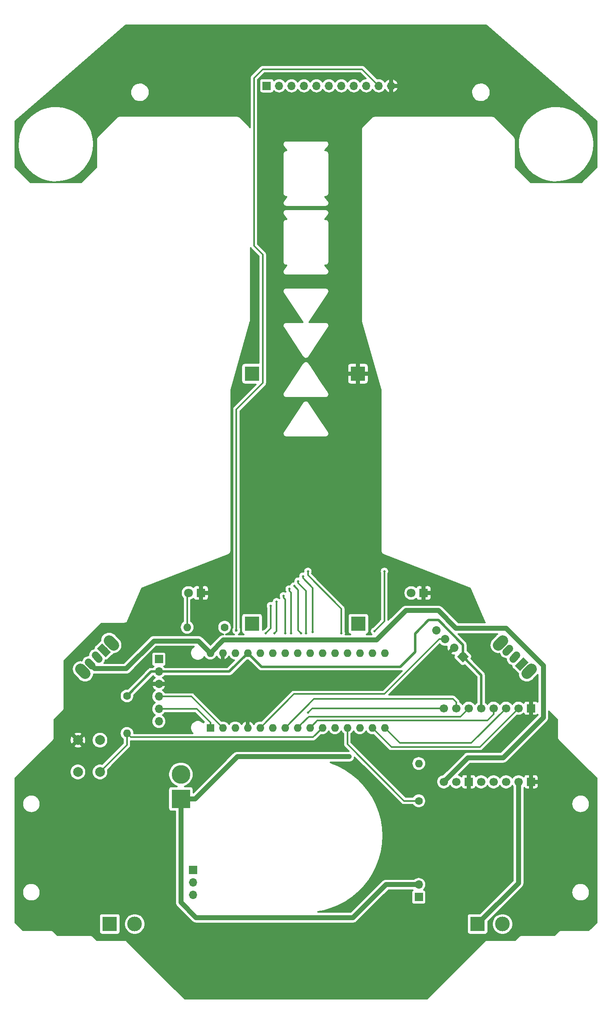
<source format=gbr>
G04 #@! TF.GenerationSoftware,KiCad,Pcbnew,(5.1.0)-1*
G04 #@! TF.CreationDate,2020-01-25T11:11:20-05:00*
G04 #@! TF.ProjectId,XLR8_V2,584c5238-5f56-4322-9e6b-696361645f70,rev?*
G04 #@! TF.SameCoordinates,Original*
G04 #@! TF.FileFunction,Copper,L2,Bot*
G04 #@! TF.FilePolarity,Positive*
%FSLAX46Y46*%
G04 Gerber Fmt 4.6, Leading zero omitted, Abs format (unit mm)*
G04 Created by KiCad (PCBNEW (5.1.0)-1) date 2020-01-25 11:11:20*
%MOMM*%
%LPD*%
G04 APERTURE LIST*
%ADD10R,3.000000X3.000000*%
%ADD11O,1.600000X1.600000*%
%ADD12R,1.600000X1.600000*%
%ADD13O,1.700000X1.700000*%
%ADD14R,1.700000X1.700000*%
%ADD15C,1.700000*%
%ADD16C,1.700000*%
%ADD17C,0.100000*%
%ADD18C,2.200000*%
%ADD19C,2.200000*%
%ADD20C,1.500000*%
%ADD21C,1.500000*%
%ADD22C,2.000000*%
%ADD23C,1.600000*%
%ADD24C,3.800000*%
%ADD25R,3.800000X3.800000*%
%ADD26C,3.000000*%
%ADD27C,1.800000*%
%ADD28R,1.800000X1.800000*%
%ADD29C,0.500000*%
%ADD30C,0.600000*%
%ADD31C,0.800000*%
%ADD32C,0.305000*%
%ADD33C,1.000000*%
%ADD34C,0.500000*%
G04 APERTURE END LIST*
D10*
X96000000Y-107500000D03*
X117600000Y-107500000D03*
X117700000Y-158500000D03*
X96000000Y-158500000D03*
D11*
X123060000Y-164460000D03*
X123060000Y-179700000D03*
X87500000Y-164460000D03*
X120520000Y-179700000D03*
X90040000Y-164460000D03*
X117980000Y-179700000D03*
X92580000Y-164460000D03*
X115440000Y-179700000D03*
X95120000Y-164460000D03*
X112900000Y-179700000D03*
X97660000Y-164460000D03*
X110360000Y-179700000D03*
X100200000Y-164460000D03*
X107820000Y-179700000D03*
X102740000Y-164460000D03*
X105280000Y-179700000D03*
X105280000Y-164460000D03*
X102740000Y-179700000D03*
X107820000Y-164460000D03*
X100200000Y-179700000D03*
X110360000Y-164460000D03*
X97660000Y-179700000D03*
X112900000Y-164460000D03*
X95120000Y-179700000D03*
X115440000Y-164460000D03*
X92580000Y-179700000D03*
X117980000Y-164460000D03*
X90040000Y-179700000D03*
X120520000Y-164460000D03*
D12*
X87500000Y-179700000D03*
D13*
X124400000Y-48800000D03*
X121860000Y-48800000D03*
X119320000Y-48800000D03*
X116780000Y-48800000D03*
X114240000Y-48800000D03*
X111700000Y-48800000D03*
X109160000Y-48800000D03*
X106620000Y-48800000D03*
X104080000Y-48800000D03*
X101540000Y-48800000D03*
D14*
X99000000Y-48800000D03*
D13*
X84000000Y-213780000D03*
X84000000Y-211240000D03*
D14*
X84000000Y-208700000D03*
D13*
X77000000Y-178400000D03*
X77000000Y-175860000D03*
X77000000Y-173320000D03*
X77000000Y-170780000D03*
X77000000Y-168240000D03*
D14*
X77000000Y-165700000D03*
X152890000Y-175700000D03*
D15*
X150350000Y-175700000D03*
X147810000Y-175700000D03*
X145270000Y-175700000D03*
X142730000Y-175700000D03*
X140190000Y-175700000D03*
X137650000Y-175700000D03*
X135110000Y-175700000D03*
X135110000Y-190700000D03*
X137650000Y-190700000D03*
D14*
X140190000Y-190700000D03*
D15*
X142730000Y-190700000D03*
X145270000Y-190700000D03*
X147810000Y-190700000D03*
X150350000Y-190700000D03*
D14*
X152890000Y-190700000D03*
D15*
X133611846Y-159811846D03*
D16*
X133611846Y-159811846D02*
X133611846Y-159811846D01*
D15*
X135407898Y-161607898D03*
D16*
X135407898Y-161607898D02*
X135407898Y-161607898D01*
D15*
X137203949Y-163403949D03*
D16*
X137203949Y-163403949D02*
X137203949Y-163403949D01*
D15*
X139000000Y-165200000D03*
D17*
G36*
X139000000Y-163997918D02*
G01*
X140202082Y-165200000D01*
X139000000Y-166402082D01*
X137797918Y-165200000D01*
X139000000Y-163997918D01*
X139000000Y-163997918D01*
G37*
D18*
X146686649Y-162386649D03*
D19*
X146227030Y-162846268D02*
X147146268Y-161927030D01*
D18*
X152484924Y-168184924D03*
D19*
X152025305Y-168644543D02*
X152944543Y-167725305D01*
D20*
X148171573Y-163871573D03*
D21*
X147818020Y-164225126D02*
X148525126Y-163518020D01*
D20*
X149585786Y-165285786D03*
D21*
X149232233Y-165639339D02*
X149939339Y-164932233D01*
D20*
X151000000Y-166700000D03*
D17*
G36*
X152414214Y-166346447D02*
G01*
X150646447Y-168114214D01*
X149585786Y-167053553D01*
X151353553Y-165285786D01*
X152414214Y-166346447D01*
X152414214Y-166346447D01*
G37*
D18*
X61515076Y-168184924D03*
D19*
X61974695Y-168644543D02*
X61055457Y-167725305D01*
D18*
X67313351Y-162386649D03*
D19*
X67772970Y-162846268D02*
X66853732Y-161927030D01*
D20*
X63000000Y-166700000D03*
D21*
X63353553Y-167053553D02*
X62646447Y-166346447D01*
D20*
X64414213Y-165285787D03*
D21*
X64767766Y-165639340D02*
X64060660Y-164932234D01*
D20*
X65828427Y-163871573D03*
D17*
G36*
X65474874Y-162457359D02*
G01*
X67242641Y-164225126D01*
X66181980Y-165285787D01*
X64414213Y-163518020D01*
X65474874Y-162457359D01*
X65474874Y-162457359D01*
G37*
D22*
X60500000Y-182200000D03*
X65000000Y-182200000D03*
X60500000Y-188700000D03*
X65000000Y-188700000D03*
D11*
X130000000Y-186980000D03*
D23*
X130000000Y-194600000D03*
D11*
X82780000Y-159200000D03*
D23*
X90400000Y-159200000D03*
D11*
X70500000Y-180820000D03*
D23*
X70500000Y-173200000D03*
D13*
X130000000Y-211660000D03*
D14*
X130000000Y-214200000D03*
D24*
X81500000Y-189200000D03*
D25*
X81500000Y-194200000D03*
D26*
X147080000Y-219700000D03*
D10*
X142000000Y-219700000D03*
D26*
X72080000Y-219700000D03*
D10*
X67000000Y-219700000D03*
D27*
X128460000Y-152200000D03*
D28*
X131000000Y-152200000D03*
D27*
X83060000Y-152200000D03*
D28*
X85600000Y-152200000D03*
D29*
X123000000Y-147800000D03*
X121000000Y-160000000D03*
X95500000Y-101000000D03*
X96250000Y-99750000D03*
X96500000Y-97250000D03*
X96500000Y-98500000D03*
X117250000Y-117750000D03*
X118500000Y-120250000D03*
X117250000Y-122500000D03*
X118500000Y-124750000D03*
X117250000Y-126250000D03*
X118500000Y-128000000D03*
X115000000Y-129000000D03*
X118500000Y-130000000D03*
X112000000Y-127250000D03*
X113750000Y-125750000D03*
X115750000Y-124000000D03*
X118500000Y-116500000D03*
X117250000Y-114750000D03*
X116250000Y-132500000D03*
X112500000Y-129750000D03*
D30*
X92800000Y-159800000D03*
D29*
X98800000Y-160400000D03*
X99800000Y-154800000D03*
X101000000Y-154000000D03*
X100600000Y-160400000D03*
X102400000Y-152800000D03*
X102800000Y-160400000D03*
X103600000Y-151400000D03*
X104000000Y-160400000D03*
X104600000Y-150800000D03*
X106000000Y-160400000D03*
X107400000Y-176600000D03*
X105400000Y-149800000D03*
X107000000Y-160400000D03*
X106400000Y-148800000D03*
X108400000Y-160200000D03*
X107400000Y-147800000D03*
X114200000Y-160400000D03*
D31*
X115800000Y-185600000D03*
D32*
X123000000Y-147800000D02*
X123000000Y-158000000D01*
X123000000Y-158000000D02*
X121000000Y-160000000D01*
X121000000Y-160000000D02*
X121000000Y-160000000D01*
X147810000Y-175700000D02*
X140710000Y-182800000D01*
X126160000Y-182800000D02*
X123060000Y-179700000D01*
X140710000Y-182800000D02*
X126160000Y-182800000D01*
D33*
X63954593Y-167654593D02*
X70345407Y-167654593D01*
X63000000Y-166700000D02*
X63954593Y-167654593D01*
X70345407Y-167654593D02*
X76000000Y-162000000D01*
X76000000Y-162000000D02*
X85040000Y-162000000D01*
X85040000Y-162000000D02*
X87500000Y-164460000D01*
X121400000Y-161800000D02*
X90160000Y-161800000D01*
X127400000Y-155800000D02*
X121400000Y-161800000D01*
X134000000Y-155800000D02*
X127400000Y-155800000D01*
X90160000Y-161800000D02*
X87500000Y-164460000D01*
X137600000Y-159400000D02*
X134000000Y-155800000D01*
X140010000Y-185800000D02*
X147200000Y-185800000D01*
X147200000Y-185800000D02*
X155400000Y-177600000D01*
X135110000Y-190700000D02*
X140010000Y-185800000D01*
X155400000Y-177600000D02*
X155400000Y-167000000D01*
X155400000Y-167000000D02*
X147800000Y-159400000D01*
X147800000Y-159400000D02*
X137600000Y-159400000D01*
D32*
X150350000Y-175700000D02*
X142450000Y-183600000D01*
X124420000Y-183600000D02*
X120520000Y-179700000D01*
X142450000Y-183600000D02*
X124420000Y-183600000D01*
X115440000Y-179700000D02*
X115440000Y-183040000D01*
X127000000Y-194600000D02*
X130000000Y-194600000D01*
X115440000Y-183040000D02*
X127000000Y-194600000D01*
D34*
X91340000Y-168240000D02*
X77000000Y-168240000D01*
X95120000Y-164460000D02*
X91340000Y-168240000D01*
X75460000Y-168240000D02*
X70500000Y-173200000D01*
X77000000Y-168240000D02*
X75460000Y-168240000D01*
X142730000Y-168930000D02*
X142730000Y-175700000D01*
X139000000Y-165200000D02*
X142730000Y-168930000D01*
D32*
X118460000Y-45400000D02*
X121860000Y-48800000D01*
X98200000Y-45400000D02*
X118460000Y-45400000D01*
X92800000Y-114800000D02*
X98200000Y-109400000D01*
X92800000Y-159800000D02*
X92800000Y-114800000D01*
X98200000Y-109400000D02*
X98200000Y-83200000D01*
X98200000Y-83200000D02*
X96400000Y-81400000D01*
X96400000Y-81400000D02*
X96400000Y-47200000D01*
X96400000Y-47200000D02*
X98200000Y-45400000D01*
D34*
X139000000Y-162750000D02*
X139000000Y-165200000D01*
X97910000Y-167250000D02*
X126250000Y-167250000D01*
X95120000Y-164460000D02*
X97910000Y-167250000D01*
X134000000Y-157750000D02*
X139000000Y-162750000D01*
X126250000Y-167250000D02*
X129250000Y-164250000D01*
X129250000Y-164250000D02*
X129250000Y-160500000D01*
X129250000Y-160500000D02*
X132000000Y-157750000D01*
X132000000Y-157750000D02*
X134000000Y-157750000D01*
D32*
X99800000Y-154800000D02*
X99800000Y-159400000D01*
X99800000Y-159400000D02*
X98800000Y-160400000D01*
X98800000Y-160400000D02*
X98800000Y-160400000D01*
X70500000Y-183200000D02*
X65000000Y-188700000D01*
X70500000Y-180820000D02*
X70500000Y-183200000D01*
X71299999Y-181619999D02*
X70500000Y-180820000D01*
X108440001Y-181619999D02*
X71299999Y-181619999D01*
X110360000Y-179700000D02*
X108440001Y-181619999D01*
X101000000Y-154000000D02*
X101000000Y-160000000D01*
X101000000Y-160000000D02*
X100600000Y-160400000D01*
X100600000Y-160400000D02*
X100600000Y-160400000D01*
X145270000Y-176902081D02*
X143972081Y-178200000D01*
X145270000Y-175700000D02*
X145270000Y-176902081D01*
X109320000Y-178200000D02*
X107820000Y-179700000D01*
X143972081Y-178200000D02*
X109320000Y-178200000D01*
X102400000Y-153153553D02*
X102800000Y-153553553D01*
X102400000Y-152800000D02*
X102400000Y-153153553D01*
X102800000Y-153553553D02*
X102800000Y-160400000D01*
X102800000Y-160400000D02*
X102800000Y-160400000D01*
X106079999Y-178900001D02*
X105280000Y-179700000D01*
X107580000Y-177400000D02*
X106079999Y-178900001D01*
X138490000Y-177400000D02*
X107580000Y-177400000D01*
X140190000Y-175700000D02*
X138490000Y-177400000D01*
X103600000Y-151753553D02*
X104000000Y-152153553D01*
X103600000Y-151400000D02*
X103600000Y-151753553D01*
X104000000Y-152153553D02*
X104000000Y-160400000D01*
X104000000Y-160400000D02*
X104000000Y-160400000D01*
X137650000Y-174497919D02*
X136952081Y-173800000D01*
X137650000Y-175700000D02*
X137650000Y-174497919D01*
X108640000Y-173800000D02*
X102740000Y-179700000D01*
X136952081Y-173800000D02*
X108640000Y-173800000D01*
X104600000Y-150800000D02*
X105400000Y-151600000D01*
X105400000Y-151600000D02*
X105400000Y-159800000D01*
X105400000Y-159800000D02*
X106000000Y-160400000D01*
X106000000Y-160400000D02*
X106000000Y-160400000D01*
X135110000Y-175700000D02*
X108300000Y-175700000D01*
X108300000Y-175700000D02*
X107400000Y-176600000D01*
X107400000Y-176600000D02*
X107400000Y-176600000D01*
X105400000Y-150153553D02*
X107000000Y-151753553D01*
X105400000Y-149800000D02*
X105400000Y-150153553D01*
X107000000Y-151753553D02*
X107000000Y-160400000D01*
X107000000Y-160400000D02*
X107000000Y-160400000D01*
X134205817Y-161607898D02*
X123013715Y-172800000D01*
X135407898Y-161607898D02*
X134205817Y-161607898D01*
X104560000Y-172800000D02*
X97660000Y-179700000D01*
X123013715Y-172800000D02*
X104560000Y-172800000D01*
X106400000Y-149153553D02*
X108400000Y-151153553D01*
X106400000Y-148800000D02*
X106400000Y-149153553D01*
X108400000Y-151153553D02*
X108400000Y-160200000D01*
X108400000Y-160200000D02*
X108400000Y-160200000D01*
X107400000Y-147800000D02*
X107400000Y-148600000D01*
X107400000Y-148600000D02*
X114200000Y-155400000D01*
X114200000Y-155400000D02*
X114200000Y-160400000D01*
X114200000Y-160400000D02*
X114200000Y-160400000D01*
X83660000Y-173320000D02*
X77000000Y-173320000D01*
X90040000Y-179700000D02*
X83660000Y-173320000D01*
X78202081Y-175860000D02*
X77000000Y-175860000D01*
X84765000Y-175860000D02*
X78202081Y-175860000D01*
X87500000Y-178595000D02*
X84765000Y-175860000D01*
X87500000Y-179700000D02*
X87500000Y-178595000D01*
X82780000Y-152480000D02*
X83060000Y-152200000D01*
X82780000Y-159200000D02*
X82780000Y-152480000D01*
D33*
X150350000Y-211350000D02*
X142000000Y-219700000D01*
X150350000Y-190700000D02*
X150350000Y-205650000D01*
X150350000Y-205650000D02*
X150350000Y-211350000D01*
X130000000Y-211660000D02*
X123340000Y-211660000D01*
X123340000Y-211660000D02*
X116600000Y-218400000D01*
X116600000Y-218400000D02*
X84600000Y-218400000D01*
X81500000Y-215300000D02*
X81500000Y-194200000D01*
X84600000Y-218400000D02*
X81500000Y-215300000D01*
X81500000Y-194200000D02*
X81500000Y-193048002D01*
X84400000Y-194200000D02*
X93000000Y-185600000D01*
X81500000Y-194200000D02*
X84400000Y-194200000D01*
X93000000Y-185600000D02*
X115800000Y-185600000D01*
X115800000Y-185600000D02*
X115800000Y-185600000D01*
D32*
G36*
X95822341Y-81977659D02*
G01*
X95853369Y-82003123D01*
X97387001Y-83536757D01*
X97387000Y-105336305D01*
X94500000Y-105336305D01*
X94370520Y-105349058D01*
X94246015Y-105386826D01*
X94131271Y-105448158D01*
X94030697Y-105530697D01*
X93948158Y-105631271D01*
X93886826Y-105746015D01*
X93849058Y-105870520D01*
X93836305Y-106000000D01*
X93836305Y-109000000D01*
X93849058Y-109129480D01*
X93886826Y-109253985D01*
X93948158Y-109368729D01*
X94030697Y-109469303D01*
X94131271Y-109551842D01*
X94246015Y-109613174D01*
X94370520Y-109650942D01*
X94500000Y-109663695D01*
X96786549Y-109663695D01*
X92253365Y-114196881D01*
X92222342Y-114222341D01*
X92137155Y-114326142D01*
X92120745Y-114346137D01*
X92045252Y-114487374D01*
X91998764Y-114640625D01*
X91983067Y-114800000D01*
X91987001Y-114839943D01*
X91987000Y-159287886D01*
X91948816Y-159345033D01*
X91876412Y-159519833D01*
X91839500Y-159705399D01*
X91839500Y-159894601D01*
X91876412Y-160080167D01*
X91948816Y-160254967D01*
X92053931Y-160412283D01*
X92187717Y-160546069D01*
X92327547Y-160639500D01*
X90649421Y-160639500D01*
X90826012Y-160604374D01*
X91091806Y-160494279D01*
X91331015Y-160334445D01*
X91534445Y-160131015D01*
X91694279Y-159891806D01*
X91804374Y-159626012D01*
X91860500Y-159343847D01*
X91860500Y-159056153D01*
X91804374Y-158773988D01*
X91694279Y-158508194D01*
X91534445Y-158268985D01*
X91331015Y-158065555D01*
X91091806Y-157905721D01*
X90826012Y-157795626D01*
X90543847Y-157739500D01*
X90256153Y-157739500D01*
X89973988Y-157795626D01*
X89708194Y-157905721D01*
X89468985Y-158065555D01*
X89265555Y-158268985D01*
X89105721Y-158508194D01*
X88995626Y-158773988D01*
X88939500Y-159056153D01*
X88939500Y-159343847D01*
X88995626Y-159626012D01*
X89105721Y-159891806D01*
X89265555Y-160131015D01*
X89468985Y-160334445D01*
X89708194Y-160494279D01*
X89973988Y-160604374D01*
X90134819Y-160636365D01*
X89986820Y-160650942D01*
X89932502Y-160656292D01*
X89713747Y-160722650D01*
X89512141Y-160830411D01*
X89335432Y-160975432D01*
X89299090Y-161019715D01*
X87500000Y-162818806D01*
X85900919Y-161219726D01*
X85864568Y-161175432D01*
X85687859Y-161030411D01*
X85486253Y-160922650D01*
X85267498Y-160856292D01*
X85097009Y-160839500D01*
X85040000Y-160833885D01*
X84982991Y-160839500D01*
X76057008Y-160839500D01*
X75999999Y-160833885D01*
X75797153Y-160853864D01*
X75772502Y-160856292D01*
X75553747Y-160922650D01*
X75352141Y-161030411D01*
X75175432Y-161175432D01*
X75139090Y-161219715D01*
X69864714Y-166494093D01*
X65890971Y-166494093D01*
X65946228Y-166426763D01*
X66077202Y-166181727D01*
X66148649Y-165946199D01*
X66181980Y-165949482D01*
X66311460Y-165936729D01*
X66435965Y-165898961D01*
X66550709Y-165837629D01*
X66651283Y-165755090D01*
X67711944Y-164694429D01*
X67777240Y-164614865D01*
X68118088Y-164581295D01*
X68449944Y-164480628D01*
X68755784Y-164317152D01*
X69023854Y-164097152D01*
X69243854Y-163829082D01*
X69407330Y-163523242D01*
X69507997Y-163191386D01*
X69541988Y-162846268D01*
X69507997Y-162501149D01*
X69407330Y-162169293D01*
X69243854Y-161863455D01*
X69078985Y-161662561D01*
X68037439Y-160621015D01*
X67836546Y-160456146D01*
X67530706Y-160292671D01*
X67198850Y-160192003D01*
X66853732Y-160158012D01*
X66508614Y-160192003D01*
X66176758Y-160292671D01*
X65870918Y-160456146D01*
X65602848Y-160676146D01*
X65382848Y-160944216D01*
X65219373Y-161250056D01*
X65118705Y-161581912D01*
X65085135Y-161922760D01*
X65005571Y-161988056D01*
X63944910Y-163048717D01*
X63862371Y-163149291D01*
X63801039Y-163264035D01*
X63763271Y-163388540D01*
X63750518Y-163518020D01*
X63753801Y-163551352D01*
X63518274Y-163622798D01*
X63273237Y-163753772D01*
X63058461Y-163930035D01*
X62882198Y-164144811D01*
X62751224Y-164389848D01*
X62670570Y-164655728D01*
X62643616Y-164929403D01*
X62369941Y-164956357D01*
X62104061Y-165037011D01*
X61859024Y-165167985D01*
X61644248Y-165344248D01*
X61467985Y-165559024D01*
X61337011Y-165804061D01*
X61284005Y-165978797D01*
X61055457Y-165956287D01*
X60710339Y-165990278D01*
X60378483Y-166090946D01*
X60072643Y-166254421D01*
X59804573Y-166474421D01*
X59584573Y-166742491D01*
X59421098Y-167048331D01*
X59320430Y-167380187D01*
X59286439Y-167725305D01*
X59320430Y-168070423D01*
X59421098Y-168402279D01*
X59584573Y-168708119D01*
X59749442Y-168909012D01*
X60790988Y-169950558D01*
X60991882Y-170115427D01*
X61297720Y-170278903D01*
X61629576Y-170379570D01*
X61974695Y-170413561D01*
X62319813Y-170379570D01*
X62651669Y-170278903D01*
X62957509Y-170115427D01*
X63225579Y-169895427D01*
X63445579Y-169627357D01*
X63609055Y-169321517D01*
X63709722Y-168989661D01*
X63728555Y-168798445D01*
X63897584Y-168815093D01*
X63897591Y-168815093D01*
X63954592Y-168820707D01*
X64011593Y-168815093D01*
X70288398Y-168815093D01*
X70345407Y-168820708D01*
X70402416Y-168815093D01*
X70572905Y-168798301D01*
X70791660Y-168731943D01*
X70993266Y-168624182D01*
X71169975Y-168479161D01*
X71206326Y-168434867D01*
X76480695Y-163160500D01*
X84114013Y-163160500D01*
X83971614Y-163255648D01*
X83755648Y-163471614D01*
X83585965Y-163725563D01*
X83469085Y-164007736D01*
X83409500Y-164307289D01*
X83409500Y-164612711D01*
X83469085Y-164912264D01*
X83585965Y-165194437D01*
X83755648Y-165448386D01*
X83971614Y-165664352D01*
X84225563Y-165834035D01*
X84507736Y-165950915D01*
X84807289Y-166010500D01*
X85112711Y-166010500D01*
X85412264Y-165950915D01*
X85694437Y-165834035D01*
X85948386Y-165664352D01*
X86164352Y-165448386D01*
X86279883Y-165275482D01*
X86462274Y-165497726D01*
X86684664Y-165680237D01*
X86938387Y-165815854D01*
X87213692Y-165899367D01*
X87428258Y-165920500D01*
X87571742Y-165920500D01*
X87786308Y-165899367D01*
X88061613Y-165815854D01*
X88315336Y-165680237D01*
X88537726Y-165497726D01*
X88720237Y-165275336D01*
X88770836Y-165180671D01*
X88775245Y-165190398D01*
X88942040Y-165423105D01*
X89151029Y-165618801D01*
X89394181Y-165769965D01*
X89570379Y-165842937D01*
X89792500Y-165731511D01*
X89792500Y-164707500D01*
X89772500Y-164707500D01*
X89772500Y-164212500D01*
X89792500Y-164212500D01*
X89792500Y-164192500D01*
X90287500Y-164192500D01*
X90287500Y-164212500D01*
X90307500Y-164212500D01*
X90307500Y-164707500D01*
X90287500Y-164707500D01*
X90287500Y-165731511D01*
X90509621Y-165842937D01*
X90685819Y-165769965D01*
X90928971Y-165618801D01*
X91137960Y-165423105D01*
X91304755Y-165190398D01*
X91309164Y-165180671D01*
X91359763Y-165275336D01*
X91542274Y-165497726D01*
X91764664Y-165680237D01*
X92018387Y-165815854D01*
X92293692Y-165899367D01*
X92384088Y-165908270D01*
X90962859Y-167329500D01*
X78206819Y-167329500D01*
X78077029Y-167171351D01*
X78103985Y-167163174D01*
X78218729Y-167101842D01*
X78319303Y-167019303D01*
X78401842Y-166918729D01*
X78463174Y-166803985D01*
X78500942Y-166679480D01*
X78513695Y-166550000D01*
X78513695Y-164850000D01*
X78500942Y-164720520D01*
X78463174Y-164596015D01*
X78401842Y-164481271D01*
X78319303Y-164380697D01*
X78218729Y-164298158D01*
X78103985Y-164236826D01*
X77979480Y-164199058D01*
X77850000Y-164186305D01*
X76150000Y-164186305D01*
X76020520Y-164199058D01*
X75896015Y-164236826D01*
X75781271Y-164298158D01*
X75680697Y-164380697D01*
X75598158Y-164481271D01*
X75536826Y-164596015D01*
X75499058Y-164720520D01*
X75486305Y-164850000D01*
X75486305Y-166550000D01*
X75499058Y-166679480D01*
X75536826Y-166803985D01*
X75598158Y-166918729D01*
X75680697Y-167019303D01*
X75781271Y-167101842D01*
X75896015Y-167163174D01*
X75922971Y-167171351D01*
X75793181Y-167329500D01*
X75504723Y-167329500D01*
X75459999Y-167325095D01*
X75281510Y-167342675D01*
X75229447Y-167358468D01*
X75109881Y-167394738D01*
X74951706Y-167479284D01*
X74813064Y-167593064D01*
X74784554Y-167627804D01*
X70668045Y-171744313D01*
X70643847Y-171739500D01*
X70356153Y-171739500D01*
X70073988Y-171795626D01*
X69808194Y-171905721D01*
X69568985Y-172065555D01*
X69365555Y-172268985D01*
X69205721Y-172508194D01*
X69095626Y-172773988D01*
X69039500Y-173056153D01*
X69039500Y-173343847D01*
X69095626Y-173626012D01*
X69205721Y-173891806D01*
X69365555Y-174131015D01*
X69568985Y-174334445D01*
X69808194Y-174494279D01*
X70073988Y-174604374D01*
X70356153Y-174660500D01*
X70643847Y-174660500D01*
X70926012Y-174604374D01*
X71191806Y-174494279D01*
X71431015Y-174334445D01*
X71634445Y-174131015D01*
X71794279Y-173891806D01*
X71904374Y-173626012D01*
X71960500Y-173343847D01*
X71960500Y-173056153D01*
X71955687Y-173031955D01*
X75812996Y-169174646D01*
X75926748Y-169313252D01*
X76156751Y-169502011D01*
X76183426Y-169516269D01*
X76010399Y-169638804D01*
X75806778Y-169853793D01*
X75649011Y-170104376D01*
X75566978Y-170302446D01*
X75677586Y-170532500D01*
X76752500Y-170532500D01*
X76752500Y-170512500D01*
X77247500Y-170512500D01*
X77247500Y-170532500D01*
X78322414Y-170532500D01*
X78433022Y-170302446D01*
X78350989Y-170104376D01*
X78193222Y-169853793D01*
X77989601Y-169638804D01*
X77816574Y-169516269D01*
X77843249Y-169502011D01*
X78073252Y-169313252D01*
X78206819Y-169150500D01*
X91295276Y-169150500D01*
X91340000Y-169154905D01*
X91518489Y-169137325D01*
X91613549Y-169108489D01*
X91690119Y-169085262D01*
X91848294Y-169000716D01*
X91986936Y-168886936D01*
X92015452Y-168852189D01*
X94956208Y-165911434D01*
X95048258Y-165920500D01*
X95191742Y-165920500D01*
X95283793Y-165911434D01*
X97234548Y-167862189D01*
X97263064Y-167896936D01*
X97401706Y-168010716D01*
X97526368Y-168077349D01*
X97559881Y-168095262D01*
X97731510Y-168147325D01*
X97910000Y-168164905D01*
X97954724Y-168160500D01*
X126205276Y-168160500D01*
X126250000Y-168164905D01*
X126428489Y-168147325D01*
X126440413Y-168143708D01*
X126555017Y-168108944D01*
X122676961Y-171987000D01*
X104599933Y-171987000D01*
X104560000Y-171983067D01*
X104520067Y-171987000D01*
X104400624Y-171998764D01*
X104247373Y-172045252D01*
X104106136Y-172120745D01*
X103982341Y-172222341D01*
X103956886Y-172253358D01*
X97948844Y-178261402D01*
X97946308Y-178260633D01*
X97731742Y-178239500D01*
X97588258Y-178239500D01*
X97373692Y-178260633D01*
X97098387Y-178344146D01*
X96844664Y-178479763D01*
X96622274Y-178662274D01*
X96439763Y-178884664D01*
X96389164Y-178979329D01*
X96384755Y-178969602D01*
X96217960Y-178736895D01*
X96008971Y-178541199D01*
X95765819Y-178390035D01*
X95589621Y-178317063D01*
X95367500Y-178428489D01*
X95367500Y-179452500D01*
X95387500Y-179452500D01*
X95387500Y-179947500D01*
X95367500Y-179947500D01*
X95367500Y-179967500D01*
X94872500Y-179967500D01*
X94872500Y-179947500D01*
X94852500Y-179947500D01*
X94852500Y-179452500D01*
X94872500Y-179452500D01*
X94872500Y-178428489D01*
X94650379Y-178317063D01*
X94474181Y-178390035D01*
X94231029Y-178541199D01*
X94022040Y-178736895D01*
X93855245Y-178969602D01*
X93850836Y-178979329D01*
X93800237Y-178884664D01*
X93617726Y-178662274D01*
X93395336Y-178479763D01*
X93141613Y-178344146D01*
X92866308Y-178260633D01*
X92651742Y-178239500D01*
X92508258Y-178239500D01*
X92293692Y-178260633D01*
X92018387Y-178344146D01*
X91764664Y-178479763D01*
X91542274Y-178662274D01*
X91359763Y-178884664D01*
X91310000Y-178977765D01*
X91260237Y-178884664D01*
X91077726Y-178662274D01*
X90855336Y-178479763D01*
X90601613Y-178344146D01*
X90326308Y-178260633D01*
X90111742Y-178239500D01*
X89968258Y-178239500D01*
X89753692Y-178260633D01*
X89751158Y-178261402D01*
X84263123Y-172773369D01*
X84237659Y-172742341D01*
X84113864Y-172640745D01*
X83972627Y-172565252D01*
X83819376Y-172518764D01*
X83699933Y-172507000D01*
X83660000Y-172503067D01*
X83620067Y-172507000D01*
X78278179Y-172507000D01*
X78262011Y-172476751D01*
X78073252Y-172246748D01*
X77843249Y-172057989D01*
X77816574Y-172043731D01*
X77989601Y-171921196D01*
X78193222Y-171706207D01*
X78350989Y-171455624D01*
X78433022Y-171257554D01*
X78322414Y-171027500D01*
X77247500Y-171027500D01*
X77247500Y-171047500D01*
X76752500Y-171047500D01*
X76752500Y-171027500D01*
X75677586Y-171027500D01*
X75566978Y-171257554D01*
X75649011Y-171455624D01*
X75806778Y-171706207D01*
X76010399Y-171921196D01*
X76183426Y-172043731D01*
X76156751Y-172057989D01*
X75926748Y-172246748D01*
X75737989Y-172476751D01*
X75597728Y-172739160D01*
X75511356Y-173023890D01*
X75482192Y-173320000D01*
X75511356Y-173616110D01*
X75597728Y-173900840D01*
X75737989Y-174163249D01*
X75926748Y-174393252D01*
X76156751Y-174582011D01*
X76171697Y-174590000D01*
X76156751Y-174597989D01*
X75926748Y-174786748D01*
X75737989Y-175016751D01*
X75597728Y-175279160D01*
X75511356Y-175563890D01*
X75482192Y-175860000D01*
X75511356Y-176156110D01*
X75597728Y-176440840D01*
X75737989Y-176703249D01*
X75926748Y-176933252D01*
X76156751Y-177122011D01*
X76171697Y-177130000D01*
X76156751Y-177137989D01*
X75926748Y-177326748D01*
X75737989Y-177556751D01*
X75597728Y-177819160D01*
X75511356Y-178103890D01*
X75482192Y-178400000D01*
X75511356Y-178696110D01*
X75597728Y-178980840D01*
X75737989Y-179243249D01*
X75926748Y-179473252D01*
X76156751Y-179662011D01*
X76419160Y-179802272D01*
X76703890Y-179888644D01*
X76925800Y-179910500D01*
X77074200Y-179910500D01*
X77296110Y-179888644D01*
X77580840Y-179802272D01*
X77843249Y-179662011D01*
X78073252Y-179473252D01*
X78262011Y-179243249D01*
X78402272Y-178980840D01*
X78488644Y-178696110D01*
X78517808Y-178400000D01*
X78488644Y-178103890D01*
X78402272Y-177819160D01*
X78262011Y-177556751D01*
X78073252Y-177326748D01*
X77843249Y-177137989D01*
X77828303Y-177130000D01*
X77843249Y-177122011D01*
X78073252Y-176933252D01*
X78262011Y-176703249D01*
X78278179Y-176673000D01*
X84428246Y-176673000D01*
X86210524Y-178455278D01*
X86148158Y-178531271D01*
X86090980Y-178638242D01*
X85948386Y-178495648D01*
X85694437Y-178325965D01*
X85412264Y-178209085D01*
X85112711Y-178149500D01*
X84807289Y-178149500D01*
X84507736Y-178209085D01*
X84225563Y-178325965D01*
X83971614Y-178495648D01*
X83755648Y-178711614D01*
X83585965Y-178965563D01*
X83469085Y-179247736D01*
X83409500Y-179547289D01*
X83409500Y-179852711D01*
X83469085Y-180152264D01*
X83585965Y-180434437D01*
X83755648Y-180688386D01*
X83874261Y-180806999D01*
X71966286Y-180806999D01*
X71939367Y-180533692D01*
X71855854Y-180258387D01*
X71720237Y-180004664D01*
X71537726Y-179782274D01*
X71315336Y-179599763D01*
X71061613Y-179464146D01*
X70786308Y-179380633D01*
X70571742Y-179359500D01*
X70428258Y-179359500D01*
X70213692Y-179380633D01*
X69938387Y-179464146D01*
X69684664Y-179599763D01*
X69462274Y-179782274D01*
X69279763Y-180004664D01*
X69144146Y-180258387D01*
X69060633Y-180533692D01*
X69032434Y-180820000D01*
X69060633Y-181106308D01*
X69144146Y-181381613D01*
X69279763Y-181635336D01*
X69462274Y-181857726D01*
X69684664Y-182040237D01*
X69687001Y-182041486D01*
X69687001Y-182863244D01*
X65453141Y-187097105D01*
X65163545Y-187039500D01*
X64836455Y-187039500D01*
X64515650Y-187103313D01*
X64213459Y-187228484D01*
X63941493Y-187410206D01*
X63710206Y-187641493D01*
X63528484Y-187913459D01*
X63403313Y-188215650D01*
X63339500Y-188536455D01*
X63339500Y-188863545D01*
X63403313Y-189184350D01*
X63528484Y-189486541D01*
X63710206Y-189758507D01*
X63941493Y-189989794D01*
X64213459Y-190171516D01*
X64515650Y-190296687D01*
X64836455Y-190360500D01*
X65163545Y-190360500D01*
X65484350Y-190296687D01*
X65786541Y-190171516D01*
X66058507Y-189989794D01*
X66289794Y-189758507D01*
X66471516Y-189486541D01*
X66596687Y-189184350D01*
X66660500Y-188863545D01*
X66660500Y-188536455D01*
X66602895Y-188246859D01*
X71046636Y-183803119D01*
X71077659Y-183777659D01*
X71179255Y-183653864D01*
X71254748Y-183512627D01*
X71301236Y-183359376D01*
X71313000Y-183239933D01*
X71316933Y-183200000D01*
X71313000Y-183160067D01*
X71313000Y-182435650D01*
X71339921Y-182432999D01*
X108400068Y-182432999D01*
X108440001Y-182436932D01*
X108479934Y-182432999D01*
X108599377Y-182421235D01*
X108752628Y-182374747D01*
X108893865Y-182299254D01*
X109017660Y-182197658D01*
X109043124Y-182166630D01*
X110071157Y-181138598D01*
X110073692Y-181139367D01*
X110288258Y-181160500D01*
X110431742Y-181160500D01*
X110646308Y-181139367D01*
X110921613Y-181055854D01*
X111175336Y-180920237D01*
X111397726Y-180737726D01*
X111580237Y-180515336D01*
X111630000Y-180422235D01*
X111679763Y-180515336D01*
X111862274Y-180737726D01*
X112084664Y-180920237D01*
X112338387Y-181055854D01*
X112613692Y-181139367D01*
X112828258Y-181160500D01*
X112971742Y-181160500D01*
X113186308Y-181139367D01*
X113461613Y-181055854D01*
X113715336Y-180920237D01*
X113937726Y-180737726D01*
X114120237Y-180515336D01*
X114170000Y-180422235D01*
X114219763Y-180515336D01*
X114402274Y-180737726D01*
X114624664Y-180920237D01*
X114627000Y-180921486D01*
X114627001Y-183000057D01*
X114623067Y-183040000D01*
X114638764Y-183199375D01*
X114685252Y-183352626D01*
X114760745Y-183493863D01*
X114760746Y-183493864D01*
X114862342Y-183617659D01*
X114893365Y-183643119D01*
X115689746Y-184439500D01*
X93057009Y-184439500D01*
X93000000Y-184433885D01*
X92942991Y-184439500D01*
X92772502Y-184456292D01*
X92553747Y-184522650D01*
X92352141Y-184630411D01*
X92175432Y-184775432D01*
X92139090Y-184819715D01*
X84063695Y-192895112D01*
X84063695Y-192300000D01*
X84050942Y-192170520D01*
X84013174Y-192046015D01*
X83951842Y-191931271D01*
X83869303Y-191830697D01*
X83768729Y-191748158D01*
X83653985Y-191686826D01*
X83529480Y-191649058D01*
X83400000Y-191636305D01*
X82309147Y-191636305D01*
X82712851Y-191469086D01*
X83132224Y-191188870D01*
X83488870Y-190832224D01*
X83769086Y-190412851D01*
X83962101Y-189946870D01*
X84060500Y-189452187D01*
X84060500Y-188947813D01*
X83962101Y-188453130D01*
X83769086Y-187987149D01*
X83488870Y-187567776D01*
X83132224Y-187211130D01*
X82712851Y-186930914D01*
X82246870Y-186737899D01*
X81752187Y-186639500D01*
X81247813Y-186639500D01*
X80753130Y-186737899D01*
X80287149Y-186930914D01*
X79867776Y-187211130D01*
X79511130Y-187567776D01*
X79230914Y-187987149D01*
X79037899Y-188453130D01*
X78939500Y-188947813D01*
X78939500Y-189452187D01*
X79037899Y-189946870D01*
X79230914Y-190412851D01*
X79511130Y-190832224D01*
X79867776Y-191188870D01*
X80287149Y-191469086D01*
X80690853Y-191636305D01*
X79600000Y-191636305D01*
X79470520Y-191649058D01*
X79346015Y-191686826D01*
X79231271Y-191748158D01*
X79130697Y-191830697D01*
X79048158Y-191931271D01*
X78986826Y-192046015D01*
X78949058Y-192170520D01*
X78936305Y-192300000D01*
X78936305Y-196100000D01*
X78949058Y-196229480D01*
X78986826Y-196353985D01*
X79048158Y-196468729D01*
X79130697Y-196569303D01*
X79231271Y-196651842D01*
X79346015Y-196713174D01*
X79470520Y-196750942D01*
X79600000Y-196763695D01*
X80339501Y-196763695D01*
X80339500Y-215242991D01*
X80333885Y-215300000D01*
X80339500Y-215357008D01*
X80356292Y-215527497D01*
X80422650Y-215746252D01*
X80530411Y-215947858D01*
X80675432Y-216124568D01*
X80719726Y-216160919D01*
X83739085Y-219180279D01*
X83775432Y-219224568D01*
X83952141Y-219369589D01*
X84153747Y-219477350D01*
X84372502Y-219543708D01*
X84599999Y-219566115D01*
X84657008Y-219560500D01*
X116542991Y-219560500D01*
X116600000Y-219566115D01*
X116657009Y-219560500D01*
X116827498Y-219543708D01*
X117046253Y-219477350D01*
X117247859Y-219369589D01*
X117424568Y-219224568D01*
X117460919Y-219180274D01*
X118441193Y-218200000D01*
X139836305Y-218200000D01*
X139836305Y-221200000D01*
X139849058Y-221329480D01*
X139886826Y-221453985D01*
X139948158Y-221568729D01*
X140030697Y-221669303D01*
X140131271Y-221751842D01*
X140246015Y-221813174D01*
X140370520Y-221850942D01*
X140500000Y-221863695D01*
X143500000Y-221863695D01*
X143629480Y-221850942D01*
X143753985Y-221813174D01*
X143868729Y-221751842D01*
X143969303Y-221669303D01*
X144051842Y-221568729D01*
X144113174Y-221453985D01*
X144150942Y-221329480D01*
X144163695Y-221200000D01*
X144163695Y-219487209D01*
X144919500Y-219487209D01*
X144919500Y-219912791D01*
X145002527Y-220330195D01*
X145165390Y-220723381D01*
X145401830Y-221077239D01*
X145702761Y-221378170D01*
X146056619Y-221614610D01*
X146449805Y-221777473D01*
X146867209Y-221860500D01*
X147292791Y-221860500D01*
X147710195Y-221777473D01*
X148103381Y-221614610D01*
X148457239Y-221378170D01*
X148758170Y-221077239D01*
X148994610Y-220723381D01*
X149157473Y-220330195D01*
X149240500Y-219912791D01*
X149240500Y-219487209D01*
X149157473Y-219069805D01*
X148994610Y-218676619D01*
X148758170Y-218322761D01*
X148457239Y-218021830D01*
X148103381Y-217785390D01*
X147710195Y-217622527D01*
X147292791Y-217539500D01*
X146867209Y-217539500D01*
X146449805Y-217622527D01*
X146056619Y-217785390D01*
X145702761Y-218021830D01*
X145401830Y-218322761D01*
X145165390Y-218676619D01*
X145002527Y-219069805D01*
X144919500Y-219487209D01*
X144163695Y-219487209D01*
X144163695Y-219177498D01*
X150115287Y-213225907D01*
X161144681Y-213225907D01*
X161185047Y-213585780D01*
X161294544Y-213930959D01*
X161469002Y-214248296D01*
X161701775Y-214525704D01*
X161983996Y-214752616D01*
X162304917Y-214920390D01*
X162652314Y-215022634D01*
X163012954Y-215055455D01*
X163373100Y-215017602D01*
X163719035Y-214910517D01*
X164037582Y-214738279D01*
X164316609Y-214507449D01*
X164545485Y-214226818D01*
X164715495Y-213907076D01*
X164820162Y-213560402D01*
X164855500Y-213200000D01*
X164854777Y-213148191D01*
X164809390Y-212788917D01*
X164695084Y-212445300D01*
X164516212Y-212130430D01*
X164279589Y-211856299D01*
X163994227Y-211633350D01*
X163670994Y-211470073D01*
X163322204Y-211372689D01*
X162961141Y-211344907D01*
X162601559Y-211387785D01*
X162257152Y-211499689D01*
X161941041Y-211676358D01*
X161665265Y-211911061D01*
X161440329Y-212194860D01*
X161274800Y-212516945D01*
X161174983Y-212865047D01*
X161144681Y-213225907D01*
X150115287Y-213225907D01*
X151130285Y-212210910D01*
X151174568Y-212174568D01*
X151319589Y-211997859D01*
X151427350Y-211796253D01*
X151493708Y-211577498D01*
X151510500Y-211407009D01*
X151516115Y-211350001D01*
X151510500Y-211292992D01*
X151510500Y-195225907D01*
X161144681Y-195225907D01*
X161185047Y-195585780D01*
X161294544Y-195930959D01*
X161469002Y-196248296D01*
X161701775Y-196525704D01*
X161983996Y-196752616D01*
X162304917Y-196920390D01*
X162652314Y-197022634D01*
X163012954Y-197055455D01*
X163373100Y-197017602D01*
X163719035Y-196910517D01*
X164037582Y-196738279D01*
X164316609Y-196507449D01*
X164545485Y-196226818D01*
X164715495Y-195907076D01*
X164820162Y-195560402D01*
X164855500Y-195200000D01*
X164854777Y-195148191D01*
X164809390Y-194788917D01*
X164695084Y-194445300D01*
X164516212Y-194130430D01*
X164279589Y-193856299D01*
X163994227Y-193633350D01*
X163670994Y-193470073D01*
X163322204Y-193372689D01*
X162961141Y-193344907D01*
X162601559Y-193387785D01*
X162257152Y-193499689D01*
X161941041Y-193676358D01*
X161665265Y-193911061D01*
X161440329Y-194194860D01*
X161274800Y-194516945D01*
X161174983Y-194865047D01*
X161144681Y-195225907D01*
X151510500Y-195225907D01*
X151510500Y-191945955D01*
X151570696Y-192019304D01*
X151671270Y-192101843D01*
X151786015Y-192163175D01*
X151910519Y-192200943D01*
X152040000Y-192213696D01*
X152477375Y-192210500D01*
X152642500Y-192045375D01*
X152642500Y-190947500D01*
X153137500Y-190947500D01*
X153137500Y-192045375D01*
X153302625Y-192210500D01*
X153740000Y-192213696D01*
X153869481Y-192200943D01*
X153993985Y-192163175D01*
X154108730Y-192101843D01*
X154209304Y-192019304D01*
X154291843Y-191918730D01*
X154353175Y-191803985D01*
X154390943Y-191679481D01*
X154403696Y-191550000D01*
X154400500Y-191112625D01*
X154235375Y-190947500D01*
X153137500Y-190947500D01*
X152642500Y-190947500D01*
X152622500Y-190947500D01*
X152622500Y-190452500D01*
X152642500Y-190452500D01*
X152642500Y-189354625D01*
X153137500Y-189354625D01*
X153137500Y-190452500D01*
X154235375Y-190452500D01*
X154400500Y-190287375D01*
X154403696Y-189850000D01*
X154390943Y-189720519D01*
X154353175Y-189596015D01*
X154291843Y-189481270D01*
X154209304Y-189380696D01*
X154108730Y-189298157D01*
X153993985Y-189236825D01*
X153869481Y-189199057D01*
X153740000Y-189186304D01*
X153302625Y-189189500D01*
X153137500Y-189354625D01*
X152642500Y-189354625D01*
X152477375Y-189189500D01*
X152040000Y-189186304D01*
X151910519Y-189199057D01*
X151786015Y-189236825D01*
X151671270Y-189298157D01*
X151570696Y-189380696D01*
X151488157Y-189481270D01*
X151426825Y-189596015D01*
X151416435Y-189630265D01*
X151312888Y-189526718D01*
X151065490Y-189361412D01*
X150790597Y-189247547D01*
X150498771Y-189189500D01*
X150201229Y-189189500D01*
X149909403Y-189247547D01*
X149634510Y-189361412D01*
X149387112Y-189526718D01*
X149176718Y-189737112D01*
X149080000Y-189881861D01*
X148983282Y-189737112D01*
X148772888Y-189526718D01*
X148525490Y-189361412D01*
X148250597Y-189247547D01*
X147958771Y-189189500D01*
X147661229Y-189189500D01*
X147369403Y-189247547D01*
X147094510Y-189361412D01*
X146847112Y-189526718D01*
X146636718Y-189737112D01*
X146540000Y-189881861D01*
X146443282Y-189737112D01*
X146232888Y-189526718D01*
X145985490Y-189361412D01*
X145710597Y-189247547D01*
X145418771Y-189189500D01*
X145121229Y-189189500D01*
X144829403Y-189247547D01*
X144554510Y-189361412D01*
X144307112Y-189526718D01*
X144096718Y-189737112D01*
X144000000Y-189881861D01*
X143903282Y-189737112D01*
X143692888Y-189526718D01*
X143445490Y-189361412D01*
X143170597Y-189247547D01*
X142878771Y-189189500D01*
X142581229Y-189189500D01*
X142289403Y-189247547D01*
X142014510Y-189361412D01*
X141767112Y-189526718D01*
X141663565Y-189630265D01*
X141653175Y-189596015D01*
X141591843Y-189481270D01*
X141509304Y-189380696D01*
X141408730Y-189298157D01*
X141293985Y-189236825D01*
X141169481Y-189199057D01*
X141040000Y-189186304D01*
X140602625Y-189189500D01*
X140437500Y-189354625D01*
X140437500Y-190452500D01*
X140457500Y-190452500D01*
X140457500Y-190947500D01*
X140437500Y-190947500D01*
X140437500Y-192045375D01*
X140602625Y-192210500D01*
X141040000Y-192213696D01*
X141169481Y-192200943D01*
X141293985Y-192163175D01*
X141408730Y-192101843D01*
X141509304Y-192019304D01*
X141591843Y-191918730D01*
X141653175Y-191803985D01*
X141663565Y-191769735D01*
X141767112Y-191873282D01*
X142014510Y-192038588D01*
X142289403Y-192152453D01*
X142581229Y-192210500D01*
X142878771Y-192210500D01*
X143170597Y-192152453D01*
X143445490Y-192038588D01*
X143692888Y-191873282D01*
X143903282Y-191662888D01*
X144000000Y-191518139D01*
X144096718Y-191662888D01*
X144307112Y-191873282D01*
X144554510Y-192038588D01*
X144829403Y-192152453D01*
X145121229Y-192210500D01*
X145418771Y-192210500D01*
X145710597Y-192152453D01*
X145985490Y-192038588D01*
X146232888Y-191873282D01*
X146443282Y-191662888D01*
X146540000Y-191518139D01*
X146636718Y-191662888D01*
X146847112Y-191873282D01*
X147094510Y-192038588D01*
X147369403Y-192152453D01*
X147661229Y-192210500D01*
X147958771Y-192210500D01*
X148250597Y-192152453D01*
X148525490Y-192038588D01*
X148772888Y-191873282D01*
X148983282Y-191662888D01*
X149080000Y-191518139D01*
X149176718Y-191662888D01*
X149189500Y-191675670D01*
X149189501Y-205592982D01*
X149189500Y-205592992D01*
X149189501Y-210869304D01*
X142522502Y-217536305D01*
X140500000Y-217536305D01*
X140370520Y-217549058D01*
X140246015Y-217586826D01*
X140131271Y-217648158D01*
X140030697Y-217730697D01*
X139948158Y-217831271D01*
X139886826Y-217946015D01*
X139849058Y-218070520D01*
X139836305Y-218200000D01*
X118441193Y-218200000D01*
X123820695Y-212820500D01*
X128754047Y-212820500D01*
X128680697Y-212880697D01*
X128598158Y-212981271D01*
X128536826Y-213096015D01*
X128499058Y-213220520D01*
X128486305Y-213350000D01*
X128486305Y-215050000D01*
X128499058Y-215179480D01*
X128536826Y-215303985D01*
X128598158Y-215418729D01*
X128680697Y-215519303D01*
X128781271Y-215601842D01*
X128896015Y-215663174D01*
X129020520Y-215700942D01*
X129150000Y-215713695D01*
X130850000Y-215713695D01*
X130979480Y-215700942D01*
X131103985Y-215663174D01*
X131218729Y-215601842D01*
X131319303Y-215519303D01*
X131401842Y-215418729D01*
X131463174Y-215303985D01*
X131500942Y-215179480D01*
X131513695Y-215050000D01*
X131513695Y-213350000D01*
X131500942Y-213220520D01*
X131463174Y-213096015D01*
X131401842Y-212981271D01*
X131319303Y-212880697D01*
X131218729Y-212798158D01*
X131103985Y-212736826D01*
X131077029Y-212728649D01*
X131262011Y-212503249D01*
X131402272Y-212240840D01*
X131488644Y-211956110D01*
X131517808Y-211660000D01*
X131488644Y-211363890D01*
X131402272Y-211079160D01*
X131262011Y-210816751D01*
X131073252Y-210586748D01*
X130843249Y-210397989D01*
X130580840Y-210257728D01*
X130296110Y-210171356D01*
X130074200Y-210149500D01*
X129925800Y-210149500D01*
X129703890Y-210171356D01*
X129419160Y-210257728D01*
X129156751Y-210397989D01*
X129033060Y-210499500D01*
X123397000Y-210499500D01*
X123339999Y-210493886D01*
X123282998Y-210499500D01*
X123282991Y-210499500D01*
X123112502Y-210516292D01*
X122893747Y-210582650D01*
X122692141Y-210690411D01*
X122515432Y-210835432D01*
X122479090Y-210879715D01*
X116119307Y-217239500D01*
X109493423Y-217239500D01*
X110624549Y-217032920D01*
X112181458Y-216579122D01*
X113683474Y-215967689D01*
X115114682Y-215205099D01*
X116459921Y-214299432D01*
X117704937Y-213260281D01*
X118836542Y-212098656D01*
X119842746Y-210826865D01*
X120712889Y-209458379D01*
X121437753Y-208007699D01*
X122009658Y-206490193D01*
X122422545Y-204921938D01*
X122672040Y-203319548D01*
X122755500Y-201700000D01*
X122755476Y-201672501D01*
X122669190Y-200053102D01*
X122416898Y-198451150D01*
X122001275Y-196883618D01*
X121426722Y-195367112D01*
X120699327Y-193917699D01*
X119826797Y-192550735D01*
X118818375Y-191280701D01*
X117684745Y-190121053D01*
X116437916Y-189084077D01*
X115091099Y-188180758D01*
X113658562Y-187420668D01*
X112155482Y-186811857D01*
X111978132Y-186760500D01*
X115857009Y-186760500D01*
X116027498Y-186743708D01*
X116246253Y-186677350D01*
X116447859Y-186569589D01*
X116624568Y-186424568D01*
X116769589Y-186247859D01*
X116877350Y-186046253D01*
X116943708Y-185827498D01*
X116955726Y-185705480D01*
X126396881Y-195146636D01*
X126422341Y-195177659D01*
X126529740Y-195265799D01*
X126546136Y-195279255D01*
X126687373Y-195354748D01*
X126840624Y-195401236D01*
X127000000Y-195416933D01*
X127039933Y-195413000D01*
X128786700Y-195413000D01*
X128865555Y-195531015D01*
X129068985Y-195734445D01*
X129308194Y-195894279D01*
X129573988Y-196004374D01*
X129856153Y-196060500D01*
X130143847Y-196060500D01*
X130426012Y-196004374D01*
X130691806Y-195894279D01*
X130931015Y-195734445D01*
X131134445Y-195531015D01*
X131294279Y-195291806D01*
X131404374Y-195026012D01*
X131460500Y-194743847D01*
X131460500Y-194456153D01*
X131404374Y-194173988D01*
X131294279Y-193908194D01*
X131134445Y-193668985D01*
X130931015Y-193465555D01*
X130691806Y-193305721D01*
X130426012Y-193195626D01*
X130143847Y-193139500D01*
X129856153Y-193139500D01*
X129573988Y-193195626D01*
X129308194Y-193305721D01*
X129068985Y-193465555D01*
X128865555Y-193668985D01*
X128786700Y-193787000D01*
X127336755Y-193787000D01*
X120529755Y-186980000D01*
X128532434Y-186980000D01*
X128560633Y-187266308D01*
X128644146Y-187541613D01*
X128779763Y-187795336D01*
X128962274Y-188017726D01*
X129184664Y-188200237D01*
X129438387Y-188335854D01*
X129713692Y-188419367D01*
X129928258Y-188440500D01*
X130071742Y-188440500D01*
X130286308Y-188419367D01*
X130561613Y-188335854D01*
X130815336Y-188200237D01*
X131037726Y-188017726D01*
X131220237Y-187795336D01*
X131355854Y-187541613D01*
X131439367Y-187266308D01*
X131467566Y-186980000D01*
X131439367Y-186693692D01*
X131355854Y-186418387D01*
X131220237Y-186164664D01*
X131037726Y-185942274D01*
X130815336Y-185759763D01*
X130561613Y-185624146D01*
X130286308Y-185540633D01*
X130071742Y-185519500D01*
X129928258Y-185519500D01*
X129713692Y-185540633D01*
X129438387Y-185624146D01*
X129184664Y-185759763D01*
X128962274Y-185942274D01*
X128779763Y-186164664D01*
X128644146Y-186418387D01*
X128560633Y-186693692D01*
X128532434Y-186980000D01*
X120529755Y-186980000D01*
X116253000Y-182703246D01*
X116253000Y-180921486D01*
X116255336Y-180920237D01*
X116477726Y-180737726D01*
X116660237Y-180515336D01*
X116710000Y-180422235D01*
X116759763Y-180515336D01*
X116942274Y-180737726D01*
X117164664Y-180920237D01*
X117418387Y-181055854D01*
X117693692Y-181139367D01*
X117908258Y-181160500D01*
X118051742Y-181160500D01*
X118266308Y-181139367D01*
X118541613Y-181055854D01*
X118795336Y-180920237D01*
X119017726Y-180737726D01*
X119200237Y-180515336D01*
X119250000Y-180422235D01*
X119299763Y-180515336D01*
X119482274Y-180737726D01*
X119704664Y-180920237D01*
X119958387Y-181055854D01*
X120233692Y-181139367D01*
X120448258Y-181160500D01*
X120591742Y-181160500D01*
X120806308Y-181139367D01*
X120808844Y-181138598D01*
X123816881Y-184146636D01*
X123842341Y-184177659D01*
X123966136Y-184279255D01*
X124107373Y-184354748D01*
X124260624Y-184401236D01*
X124420000Y-184416933D01*
X124459933Y-184413000D01*
X142410067Y-184413000D01*
X142450000Y-184416933D01*
X142489933Y-184413000D01*
X142609376Y-184401236D01*
X142762627Y-184354748D01*
X142903864Y-184279255D01*
X143027659Y-184177659D01*
X143053123Y-184146631D01*
X150024424Y-177175332D01*
X150201229Y-177210500D01*
X150498771Y-177210500D01*
X150790597Y-177152453D01*
X151065490Y-177038588D01*
X151312888Y-176873282D01*
X151416435Y-176769735D01*
X151426825Y-176803985D01*
X151488157Y-176918730D01*
X151570696Y-177019304D01*
X151671270Y-177101843D01*
X151786015Y-177163175D01*
X151910519Y-177200943D01*
X152040000Y-177213696D01*
X152477375Y-177210500D01*
X152642500Y-177045375D01*
X152642500Y-175947500D01*
X152622500Y-175947500D01*
X152622500Y-175452500D01*
X152642500Y-175452500D01*
X152642500Y-174354625D01*
X152477375Y-174189500D01*
X152040000Y-174186304D01*
X151910519Y-174199057D01*
X151786015Y-174236825D01*
X151671270Y-174298157D01*
X151570696Y-174380696D01*
X151488157Y-174481270D01*
X151426825Y-174596015D01*
X151416435Y-174630265D01*
X151312888Y-174526718D01*
X151065490Y-174361412D01*
X150790597Y-174247547D01*
X150498771Y-174189500D01*
X150201229Y-174189500D01*
X149909403Y-174247547D01*
X149634510Y-174361412D01*
X149387112Y-174526718D01*
X149176718Y-174737112D01*
X149080000Y-174881861D01*
X148983282Y-174737112D01*
X148772888Y-174526718D01*
X148525490Y-174361412D01*
X148250597Y-174247547D01*
X147958771Y-174189500D01*
X147661229Y-174189500D01*
X147369403Y-174247547D01*
X147094510Y-174361412D01*
X146847112Y-174526718D01*
X146636718Y-174737112D01*
X146540000Y-174881861D01*
X146443282Y-174737112D01*
X146232888Y-174526718D01*
X145985490Y-174361412D01*
X145710597Y-174247547D01*
X145418771Y-174189500D01*
X145121229Y-174189500D01*
X144829403Y-174247547D01*
X144554510Y-174361412D01*
X144307112Y-174526718D01*
X144096718Y-174737112D01*
X144000000Y-174881861D01*
X143903282Y-174737112D01*
X143692888Y-174526718D01*
X143640500Y-174491713D01*
X143640500Y-168974724D01*
X143644905Y-168930000D01*
X143627325Y-168751510D01*
X143575262Y-168579881D01*
X143521426Y-168479161D01*
X143490716Y-168421706D01*
X143376936Y-168283064D01*
X143342190Y-168254549D01*
X140709951Y-165622310D01*
X140753924Y-165568729D01*
X140815256Y-165453985D01*
X140853024Y-165329480D01*
X140865777Y-165200000D01*
X140853024Y-165070520D01*
X140815256Y-164946015D01*
X140753924Y-164831271D01*
X140671385Y-164730697D01*
X139910500Y-163969812D01*
X139910500Y-162794724D01*
X139914905Y-162750000D01*
X139897325Y-162571510D01*
X139845262Y-162399881D01*
X139760716Y-162241706D01*
X139646936Y-162103064D01*
X139612190Y-162074549D01*
X138098141Y-160560500D01*
X146036299Y-160560500D01*
X145962561Y-160621015D01*
X144921015Y-161662561D01*
X144756146Y-161863454D01*
X144592671Y-162169294D01*
X144492003Y-162501150D01*
X144458012Y-162846268D01*
X144492003Y-163191386D01*
X144592671Y-163523242D01*
X144756146Y-163829082D01*
X144976146Y-164097152D01*
X145244216Y-164317152D01*
X145550056Y-164480627D01*
X145881912Y-164581295D01*
X146227030Y-164615286D01*
X146455578Y-164592776D01*
X146508584Y-164767512D01*
X146639558Y-165012549D01*
X146815821Y-165227325D01*
X147030597Y-165403588D01*
X147275634Y-165534562D01*
X147541514Y-165615216D01*
X147815189Y-165642170D01*
X147842143Y-165915845D01*
X147922797Y-166181725D01*
X148053771Y-166426762D01*
X148230034Y-166641538D01*
X148444810Y-166817801D01*
X148689847Y-166948775D01*
X148925374Y-167020221D01*
X148922091Y-167053553D01*
X148934844Y-167183033D01*
X148972612Y-167307538D01*
X149033944Y-167422282D01*
X149116483Y-167522856D01*
X150177144Y-168583517D01*
X150256708Y-168648813D01*
X150290278Y-168989661D01*
X150390946Y-169321517D01*
X150554421Y-169627357D01*
X150774421Y-169895427D01*
X151042491Y-170115427D01*
X151348331Y-170278902D01*
X151680187Y-170379570D01*
X152025305Y-170413561D01*
X152370423Y-170379570D01*
X152702279Y-170278902D01*
X153008119Y-170115427D01*
X153209012Y-169950558D01*
X154239501Y-168920069D01*
X154239500Y-174417490D01*
X154209304Y-174380696D01*
X154108730Y-174298157D01*
X153993985Y-174236825D01*
X153869481Y-174199057D01*
X153740000Y-174186304D01*
X153302625Y-174189500D01*
X153137500Y-174354625D01*
X153137500Y-175452500D01*
X153157500Y-175452500D01*
X153157500Y-175947500D01*
X153137500Y-175947500D01*
X153137500Y-177045375D01*
X153302625Y-177210500D01*
X153740000Y-177213696D01*
X153869481Y-177200943D01*
X153993985Y-177163175D01*
X154108730Y-177101843D01*
X154209304Y-177019304D01*
X154239500Y-176982510D01*
X154239500Y-177119305D01*
X146719307Y-184639500D01*
X140067000Y-184639500D01*
X140009999Y-184633886D01*
X139952998Y-184639500D01*
X139952991Y-184639500D01*
X139782502Y-184656292D01*
X139563747Y-184722650D01*
X139362141Y-184830411D01*
X139185432Y-184975432D01*
X139149090Y-185019715D01*
X134979307Y-189189500D01*
X134961229Y-189189500D01*
X134669403Y-189247547D01*
X134394510Y-189361412D01*
X134147112Y-189526718D01*
X133936718Y-189737112D01*
X133771412Y-189984510D01*
X133657547Y-190259403D01*
X133599500Y-190551229D01*
X133599500Y-190848771D01*
X133657547Y-191140597D01*
X133771412Y-191415490D01*
X133936718Y-191662888D01*
X134147112Y-191873282D01*
X134394510Y-192038588D01*
X134669403Y-192152453D01*
X134961229Y-192210500D01*
X135258771Y-192210500D01*
X135550597Y-192152453D01*
X135825490Y-192038588D01*
X136072888Y-191873282D01*
X136283282Y-191662888D01*
X136380000Y-191518139D01*
X136476718Y-191662888D01*
X136687112Y-191873282D01*
X136934510Y-192038588D01*
X137209403Y-192152453D01*
X137501229Y-192210500D01*
X137798771Y-192210500D01*
X138090597Y-192152453D01*
X138365490Y-192038588D01*
X138612888Y-191873282D01*
X138716435Y-191769735D01*
X138726825Y-191803985D01*
X138788157Y-191918730D01*
X138870696Y-192019304D01*
X138971270Y-192101843D01*
X139086015Y-192163175D01*
X139210519Y-192200943D01*
X139340000Y-192213696D01*
X139777375Y-192210500D01*
X139942500Y-192045375D01*
X139942500Y-190947500D01*
X139922500Y-190947500D01*
X139922500Y-190452500D01*
X139942500Y-190452500D01*
X139942500Y-189354625D01*
X139777375Y-189189500D01*
X139340000Y-189186304D01*
X139210519Y-189199057D01*
X139086015Y-189236825D01*
X138971270Y-189298157D01*
X138870696Y-189380696D01*
X138788157Y-189481270D01*
X138726825Y-189596015D01*
X138716435Y-189630265D01*
X138612888Y-189526718D01*
X138365490Y-189361412D01*
X138170535Y-189280659D01*
X140490695Y-186960500D01*
X147142991Y-186960500D01*
X147200000Y-186966115D01*
X147257009Y-186960500D01*
X147427498Y-186943708D01*
X147646253Y-186877350D01*
X147847859Y-186769589D01*
X148024568Y-186624568D01*
X148060919Y-186580274D01*
X156180286Y-178460909D01*
X156224568Y-178424568D01*
X156369589Y-178247859D01*
X156477350Y-178046253D01*
X156543708Y-177827498D01*
X156560500Y-177657009D01*
X156560500Y-177657008D01*
X156566115Y-177600001D01*
X156560500Y-177542992D01*
X156560500Y-176300653D01*
X158264501Y-178004655D01*
X158264500Y-181663876D01*
X158260942Y-181700000D01*
X158264500Y-181736123D01*
X158275143Y-181844182D01*
X158317199Y-181982824D01*
X158385496Y-182110598D01*
X158477407Y-182222592D01*
X158505470Y-182245623D01*
X164505466Y-188245620D01*
X164505471Y-188245624D01*
X166264501Y-190004655D01*
X166264500Y-219395346D01*
X164695347Y-220964500D01*
X159036124Y-220964500D01*
X159000000Y-220960942D01*
X158855817Y-220975143D01*
X158717174Y-221017199D01*
X158604849Y-221077239D01*
X158589401Y-221085496D01*
X158477407Y-221177407D01*
X158454380Y-221205466D01*
X157695347Y-221964500D01*
X151036124Y-221964500D01*
X151000000Y-221960942D01*
X150855817Y-221975143D01*
X150717174Y-222017199D01*
X150589401Y-222085496D01*
X150477407Y-222177407D01*
X150454380Y-222205466D01*
X149695347Y-222964500D01*
X144036124Y-222964500D01*
X144000000Y-222960942D01*
X143963876Y-222964500D01*
X143855817Y-222975143D01*
X143717175Y-223017199D01*
X143589401Y-223085496D01*
X143477407Y-223177407D01*
X143454380Y-223205466D01*
X131695347Y-234964500D01*
X82304654Y-234964500D01*
X70545627Y-223205474D01*
X70522593Y-223177407D01*
X70410599Y-223085496D01*
X70282825Y-223017199D01*
X70144183Y-222975143D01*
X70036124Y-222964500D01*
X70000000Y-222960942D01*
X69963876Y-222964500D01*
X64304654Y-222964500D01*
X63545627Y-222205474D01*
X63522593Y-222177407D01*
X63410599Y-222085496D01*
X63282825Y-222017199D01*
X63144183Y-221975143D01*
X63036124Y-221964500D01*
X63000000Y-221960942D01*
X62963876Y-221964500D01*
X56304654Y-221964500D01*
X55545627Y-221205474D01*
X55522593Y-221177407D01*
X55410599Y-221085496D01*
X55282825Y-221017199D01*
X55144183Y-220975143D01*
X55036124Y-220964500D01*
X55000000Y-220960942D01*
X54963876Y-220964500D01*
X49304654Y-220964500D01*
X47735500Y-219395347D01*
X47735500Y-218200000D01*
X64836305Y-218200000D01*
X64836305Y-221200000D01*
X64849058Y-221329480D01*
X64886826Y-221453985D01*
X64948158Y-221568729D01*
X65030697Y-221669303D01*
X65131271Y-221751842D01*
X65246015Y-221813174D01*
X65370520Y-221850942D01*
X65500000Y-221863695D01*
X68500000Y-221863695D01*
X68629480Y-221850942D01*
X68753985Y-221813174D01*
X68868729Y-221751842D01*
X68969303Y-221669303D01*
X69051842Y-221568729D01*
X69113174Y-221453985D01*
X69150942Y-221329480D01*
X69163695Y-221200000D01*
X69163695Y-219487209D01*
X69919500Y-219487209D01*
X69919500Y-219912791D01*
X70002527Y-220330195D01*
X70165390Y-220723381D01*
X70401830Y-221077239D01*
X70702761Y-221378170D01*
X71056619Y-221614610D01*
X71449805Y-221777473D01*
X71867209Y-221860500D01*
X72292791Y-221860500D01*
X72710195Y-221777473D01*
X73103381Y-221614610D01*
X73457239Y-221378170D01*
X73758170Y-221077239D01*
X73994610Y-220723381D01*
X74157473Y-220330195D01*
X74240500Y-219912791D01*
X74240500Y-219487209D01*
X74157473Y-219069805D01*
X73994610Y-218676619D01*
X73758170Y-218322761D01*
X73457239Y-218021830D01*
X73103381Y-217785390D01*
X72710195Y-217622527D01*
X72292791Y-217539500D01*
X71867209Y-217539500D01*
X71449805Y-217622527D01*
X71056619Y-217785390D01*
X70702761Y-218021830D01*
X70401830Y-218322761D01*
X70165390Y-218676619D01*
X70002527Y-219069805D01*
X69919500Y-219487209D01*
X69163695Y-219487209D01*
X69163695Y-218200000D01*
X69150942Y-218070520D01*
X69113174Y-217946015D01*
X69051842Y-217831271D01*
X68969303Y-217730697D01*
X68868729Y-217648158D01*
X68753985Y-217586826D01*
X68629480Y-217549058D01*
X68500000Y-217536305D01*
X65500000Y-217536305D01*
X65370520Y-217549058D01*
X65246015Y-217586826D01*
X65131271Y-217648158D01*
X65030697Y-217730697D01*
X64948158Y-217831271D01*
X64886826Y-217946015D01*
X64849058Y-218070520D01*
X64836305Y-218200000D01*
X47735500Y-218200000D01*
X47735500Y-213225907D01*
X49144681Y-213225907D01*
X49185047Y-213585780D01*
X49294544Y-213930959D01*
X49469002Y-214248296D01*
X49701775Y-214525704D01*
X49983996Y-214752616D01*
X50304917Y-214920390D01*
X50652314Y-215022634D01*
X51012954Y-215055455D01*
X51373100Y-215017602D01*
X51719035Y-214910517D01*
X52037582Y-214738279D01*
X52316609Y-214507449D01*
X52545485Y-214226818D01*
X52715495Y-213907076D01*
X52820162Y-213560402D01*
X52855500Y-213200000D01*
X52854777Y-213148191D01*
X52809390Y-212788917D01*
X52695084Y-212445300D01*
X52516212Y-212130430D01*
X52279589Y-211856299D01*
X51994227Y-211633350D01*
X51670994Y-211470073D01*
X51322204Y-211372689D01*
X50961141Y-211344907D01*
X50601559Y-211387785D01*
X50257152Y-211499689D01*
X49941041Y-211676358D01*
X49665265Y-211911061D01*
X49440329Y-212194860D01*
X49274800Y-212516945D01*
X49174983Y-212865047D01*
X49144681Y-213225907D01*
X47735500Y-213225907D01*
X47735500Y-195225907D01*
X49144681Y-195225907D01*
X49185047Y-195585780D01*
X49294544Y-195930959D01*
X49469002Y-196248296D01*
X49701775Y-196525704D01*
X49983996Y-196752616D01*
X50304917Y-196920390D01*
X50652314Y-197022634D01*
X51012954Y-197055455D01*
X51373100Y-197017602D01*
X51719035Y-196910517D01*
X52037582Y-196738279D01*
X52316609Y-196507449D01*
X52545485Y-196226818D01*
X52715495Y-195907076D01*
X52820162Y-195560402D01*
X52855500Y-195200000D01*
X52854777Y-195148191D01*
X52809390Y-194788917D01*
X52695084Y-194445300D01*
X52516212Y-194130430D01*
X52279589Y-193856299D01*
X51994227Y-193633350D01*
X51670994Y-193470073D01*
X51322204Y-193372689D01*
X50961141Y-193344907D01*
X50601559Y-193387785D01*
X50257152Y-193499689D01*
X49941041Y-193676358D01*
X49665265Y-193911061D01*
X49440329Y-194194860D01*
X49274800Y-194516945D01*
X49174983Y-194865047D01*
X49144681Y-195225907D01*
X47735500Y-195225907D01*
X47735500Y-190004653D01*
X49203698Y-188536455D01*
X58839500Y-188536455D01*
X58839500Y-188863545D01*
X58903313Y-189184350D01*
X59028484Y-189486541D01*
X59210206Y-189758507D01*
X59441493Y-189989794D01*
X59713459Y-190171516D01*
X60015650Y-190296687D01*
X60336455Y-190360500D01*
X60663545Y-190360500D01*
X60984350Y-190296687D01*
X61286541Y-190171516D01*
X61558507Y-189989794D01*
X61789794Y-189758507D01*
X61971516Y-189486541D01*
X62096687Y-189184350D01*
X62160500Y-188863545D01*
X62160500Y-188536455D01*
X62096687Y-188215650D01*
X61971516Y-187913459D01*
X61789794Y-187641493D01*
X61558507Y-187410206D01*
X61286541Y-187228484D01*
X60984350Y-187103313D01*
X60663545Y-187039500D01*
X60336455Y-187039500D01*
X60015650Y-187103313D01*
X59713459Y-187228484D01*
X59441493Y-187410206D01*
X59210206Y-187641493D01*
X59028484Y-187913459D01*
X58903313Y-188215650D01*
X58839500Y-188536455D01*
X49203698Y-188536455D01*
X49545620Y-188194534D01*
X49545625Y-188194528D01*
X54316578Y-183423575D01*
X59626442Y-183423575D01*
X59730342Y-183680416D01*
X60033945Y-183802124D01*
X60355459Y-183862262D01*
X60682528Y-183858521D01*
X61002582Y-183791044D01*
X61269658Y-183680416D01*
X61373558Y-183423575D01*
X60500000Y-182550018D01*
X59626442Y-183423575D01*
X54316578Y-183423575D01*
X55494536Y-182245618D01*
X55522592Y-182222593D01*
X55545621Y-182194533D01*
X55563420Y-182172845D01*
X55614504Y-182110599D01*
X55643977Y-182055459D01*
X58837738Y-182055459D01*
X58841479Y-182382528D01*
X58908956Y-182702582D01*
X59019584Y-182969658D01*
X59276425Y-183073558D01*
X60149982Y-182200000D01*
X60850018Y-182200000D01*
X61723575Y-183073558D01*
X61980416Y-182969658D01*
X62102124Y-182666055D01*
X62162262Y-182344541D01*
X62158739Y-182036455D01*
X63339500Y-182036455D01*
X63339500Y-182363545D01*
X63403313Y-182684350D01*
X63528484Y-182986541D01*
X63710206Y-183258507D01*
X63941493Y-183489794D01*
X64213459Y-183671516D01*
X64515650Y-183796687D01*
X64836455Y-183860500D01*
X65163545Y-183860500D01*
X65484350Y-183796687D01*
X65786541Y-183671516D01*
X66058507Y-183489794D01*
X66289794Y-183258507D01*
X66471516Y-182986541D01*
X66596687Y-182684350D01*
X66660500Y-182363545D01*
X66660500Y-182036455D01*
X66596687Y-181715650D01*
X66471516Y-181413459D01*
X66289794Y-181141493D01*
X66058507Y-180910206D01*
X65786541Y-180728484D01*
X65484350Y-180603313D01*
X65163545Y-180539500D01*
X64836455Y-180539500D01*
X64515650Y-180603313D01*
X64213459Y-180728484D01*
X63941493Y-180910206D01*
X63710206Y-181141493D01*
X63528484Y-181413459D01*
X63403313Y-181715650D01*
X63339500Y-182036455D01*
X62158739Y-182036455D01*
X62158521Y-182017472D01*
X62091044Y-181697418D01*
X61980416Y-181430342D01*
X61723575Y-181326442D01*
X60850018Y-182200000D01*
X60149982Y-182200000D01*
X59276425Y-181326442D01*
X59019584Y-181430342D01*
X58897876Y-181733945D01*
X58837738Y-182055459D01*
X55643977Y-182055459D01*
X55682801Y-181982825D01*
X55724857Y-181844183D01*
X55735500Y-181736124D01*
X55735500Y-181736118D01*
X55739057Y-181700001D01*
X55735500Y-181663884D01*
X55735500Y-180976425D01*
X59626442Y-180976425D01*
X60500000Y-181849982D01*
X61373558Y-180976425D01*
X61269658Y-180719584D01*
X60966055Y-180597876D01*
X60644541Y-180537738D01*
X60317472Y-180541479D01*
X59997418Y-180608956D01*
X59730342Y-180719584D01*
X59626442Y-180976425D01*
X55735500Y-180976425D01*
X55735500Y-178004653D01*
X57494536Y-176245618D01*
X57522592Y-176222593D01*
X57545621Y-176194533D01*
X57566808Y-176168716D01*
X57614504Y-176110599D01*
X57682801Y-175982825D01*
X57724857Y-175844183D01*
X57735500Y-175736124D01*
X57735500Y-175736123D01*
X57739058Y-175700001D01*
X57735500Y-175663877D01*
X57735500Y-166004653D01*
X64540153Y-159200000D01*
X81312434Y-159200000D01*
X81340633Y-159486308D01*
X81424146Y-159761613D01*
X81559763Y-160015336D01*
X81742274Y-160237726D01*
X81964664Y-160420237D01*
X82218387Y-160555854D01*
X82493692Y-160639367D01*
X82708258Y-160660500D01*
X82851742Y-160660500D01*
X83066308Y-160639367D01*
X83341613Y-160555854D01*
X83595336Y-160420237D01*
X83817726Y-160237726D01*
X84000237Y-160015336D01*
X84135854Y-159761613D01*
X84219367Y-159486308D01*
X84247566Y-159200000D01*
X84219367Y-158913692D01*
X84135854Y-158638387D01*
X84000237Y-158384664D01*
X83817726Y-158162274D01*
X83595336Y-157979763D01*
X83593000Y-157978514D01*
X83593000Y-153668298D01*
X83799174Y-153582898D01*
X84054761Y-153412120D01*
X84095906Y-153370975D01*
X84148157Y-153468730D01*
X84230696Y-153569304D01*
X84331270Y-153651843D01*
X84446015Y-153713175D01*
X84570519Y-153750943D01*
X84700000Y-153763696D01*
X85187375Y-153760500D01*
X85352500Y-153595375D01*
X85352500Y-152447500D01*
X85847500Y-152447500D01*
X85847500Y-153595375D01*
X86012625Y-153760500D01*
X86500000Y-153763696D01*
X86629481Y-153750943D01*
X86753985Y-153713175D01*
X86868730Y-153651843D01*
X86969304Y-153569304D01*
X87051843Y-153468730D01*
X87113175Y-153353985D01*
X87150943Y-153229481D01*
X87163696Y-153100000D01*
X87160500Y-152612625D01*
X86995375Y-152447500D01*
X85847500Y-152447500D01*
X85352500Y-152447500D01*
X85332500Y-152447500D01*
X85332500Y-151952500D01*
X85352500Y-151952500D01*
X85352500Y-150804625D01*
X85847500Y-150804625D01*
X85847500Y-151952500D01*
X86995375Y-151952500D01*
X87160500Y-151787375D01*
X87163696Y-151300000D01*
X87150943Y-151170519D01*
X87113175Y-151046015D01*
X87051843Y-150931270D01*
X86969304Y-150830696D01*
X86868730Y-150748157D01*
X86753985Y-150686825D01*
X86629481Y-150649057D01*
X86500000Y-150636304D01*
X86012625Y-150639500D01*
X85847500Y-150804625D01*
X85352500Y-150804625D01*
X85187375Y-150639500D01*
X84700000Y-150636304D01*
X84570519Y-150649057D01*
X84446015Y-150686825D01*
X84331270Y-150748157D01*
X84230696Y-150830696D01*
X84148157Y-150931270D01*
X84095906Y-151029025D01*
X84054761Y-150987880D01*
X83799174Y-150817102D01*
X83515181Y-150699469D01*
X83213696Y-150639500D01*
X82906304Y-150639500D01*
X82604819Y-150699469D01*
X82320826Y-150817102D01*
X82065239Y-150987880D01*
X81847880Y-151205239D01*
X81677102Y-151460826D01*
X81559469Y-151744819D01*
X81499500Y-152046304D01*
X81499500Y-152353696D01*
X81559469Y-152655181D01*
X81677102Y-152939174D01*
X81847880Y-153194761D01*
X81967001Y-153313882D01*
X81967000Y-157978514D01*
X81964664Y-157979763D01*
X81742274Y-158162274D01*
X81559763Y-158384664D01*
X81424146Y-158638387D01*
X81340633Y-158913692D01*
X81312434Y-159200000D01*
X64540153Y-159200000D01*
X65304654Y-158435500D01*
X69959379Y-158435500D01*
X69990989Y-158439003D01*
X70031629Y-158435500D01*
X70036124Y-158435500D01*
X70067631Y-158432397D01*
X70135335Y-158426561D01*
X70139680Y-158425300D01*
X70144183Y-158424857D01*
X70209230Y-158405125D01*
X70274479Y-158386198D01*
X70278493Y-158384115D01*
X70282825Y-158382801D01*
X70342780Y-158350754D01*
X70403075Y-158319465D01*
X70406607Y-158316638D01*
X70410599Y-158314504D01*
X70463172Y-158271358D01*
X70516182Y-158228925D01*
X70519092Y-158225467D01*
X70522593Y-158222593D01*
X70565743Y-158170015D01*
X70609452Y-158118060D01*
X70611632Y-158114099D01*
X70614504Y-158110599D01*
X70646568Y-158050612D01*
X70661801Y-158022930D01*
X70663568Y-158018808D01*
X70682801Y-157982825D01*
X70692035Y-157952384D01*
X73554387Y-151273563D01*
X91240410Y-144395667D01*
X91282824Y-144382801D01*
X91339610Y-144352448D01*
X91397101Y-144323312D01*
X91403468Y-144318315D01*
X91410598Y-144314504D01*
X91460374Y-144273654D01*
X91511072Y-144233865D01*
X91516340Y-144227724D01*
X91522592Y-144222593D01*
X91563461Y-144172795D01*
X91605404Y-144123901D01*
X91609371Y-144116854D01*
X91614504Y-144110599D01*
X91644873Y-144053784D01*
X91676471Y-143997648D01*
X91678988Y-143989959D01*
X91682801Y-143982825D01*
X91701503Y-143921170D01*
X91721540Y-143859956D01*
X91722508Y-143851926D01*
X91724857Y-143844183D01*
X91731173Y-143780059D01*
X91738882Y-143716116D01*
X91735500Y-143671919D01*
X91735500Y-110803007D01*
X95705562Y-96907791D01*
X95724857Y-96844183D01*
X95729003Y-96802093D01*
X95736577Y-96760498D01*
X95735500Y-96694109D01*
X95735500Y-81871842D01*
X95822341Y-81977659D01*
X95822341Y-81977659D01*
G37*
X95822341Y-81977659D02*
X95853369Y-82003123D01*
X97387001Y-83536757D01*
X97387000Y-105336305D01*
X94500000Y-105336305D01*
X94370520Y-105349058D01*
X94246015Y-105386826D01*
X94131271Y-105448158D01*
X94030697Y-105530697D01*
X93948158Y-105631271D01*
X93886826Y-105746015D01*
X93849058Y-105870520D01*
X93836305Y-106000000D01*
X93836305Y-109000000D01*
X93849058Y-109129480D01*
X93886826Y-109253985D01*
X93948158Y-109368729D01*
X94030697Y-109469303D01*
X94131271Y-109551842D01*
X94246015Y-109613174D01*
X94370520Y-109650942D01*
X94500000Y-109663695D01*
X96786549Y-109663695D01*
X92253365Y-114196881D01*
X92222342Y-114222341D01*
X92137155Y-114326142D01*
X92120745Y-114346137D01*
X92045252Y-114487374D01*
X91998764Y-114640625D01*
X91983067Y-114800000D01*
X91987001Y-114839943D01*
X91987000Y-159287886D01*
X91948816Y-159345033D01*
X91876412Y-159519833D01*
X91839500Y-159705399D01*
X91839500Y-159894601D01*
X91876412Y-160080167D01*
X91948816Y-160254967D01*
X92053931Y-160412283D01*
X92187717Y-160546069D01*
X92327547Y-160639500D01*
X90649421Y-160639500D01*
X90826012Y-160604374D01*
X91091806Y-160494279D01*
X91331015Y-160334445D01*
X91534445Y-160131015D01*
X91694279Y-159891806D01*
X91804374Y-159626012D01*
X91860500Y-159343847D01*
X91860500Y-159056153D01*
X91804374Y-158773988D01*
X91694279Y-158508194D01*
X91534445Y-158268985D01*
X91331015Y-158065555D01*
X91091806Y-157905721D01*
X90826012Y-157795626D01*
X90543847Y-157739500D01*
X90256153Y-157739500D01*
X89973988Y-157795626D01*
X89708194Y-157905721D01*
X89468985Y-158065555D01*
X89265555Y-158268985D01*
X89105721Y-158508194D01*
X88995626Y-158773988D01*
X88939500Y-159056153D01*
X88939500Y-159343847D01*
X88995626Y-159626012D01*
X89105721Y-159891806D01*
X89265555Y-160131015D01*
X89468985Y-160334445D01*
X89708194Y-160494279D01*
X89973988Y-160604374D01*
X90134819Y-160636365D01*
X89986820Y-160650942D01*
X89932502Y-160656292D01*
X89713747Y-160722650D01*
X89512141Y-160830411D01*
X89335432Y-160975432D01*
X89299090Y-161019715D01*
X87500000Y-162818806D01*
X85900919Y-161219726D01*
X85864568Y-161175432D01*
X85687859Y-161030411D01*
X85486253Y-160922650D01*
X85267498Y-160856292D01*
X85097009Y-160839500D01*
X85040000Y-160833885D01*
X84982991Y-160839500D01*
X76057008Y-160839500D01*
X75999999Y-160833885D01*
X75797153Y-160853864D01*
X75772502Y-160856292D01*
X75553747Y-160922650D01*
X75352141Y-161030411D01*
X75175432Y-161175432D01*
X75139090Y-161219715D01*
X69864714Y-166494093D01*
X65890971Y-166494093D01*
X65946228Y-166426763D01*
X66077202Y-166181727D01*
X66148649Y-165946199D01*
X66181980Y-165949482D01*
X66311460Y-165936729D01*
X66435965Y-165898961D01*
X66550709Y-165837629D01*
X66651283Y-165755090D01*
X67711944Y-164694429D01*
X67777240Y-164614865D01*
X68118088Y-164581295D01*
X68449944Y-164480628D01*
X68755784Y-164317152D01*
X69023854Y-164097152D01*
X69243854Y-163829082D01*
X69407330Y-163523242D01*
X69507997Y-163191386D01*
X69541988Y-162846268D01*
X69507997Y-162501149D01*
X69407330Y-162169293D01*
X69243854Y-161863455D01*
X69078985Y-161662561D01*
X68037439Y-160621015D01*
X67836546Y-160456146D01*
X67530706Y-160292671D01*
X67198850Y-160192003D01*
X66853732Y-160158012D01*
X66508614Y-160192003D01*
X66176758Y-160292671D01*
X65870918Y-160456146D01*
X65602848Y-160676146D01*
X65382848Y-160944216D01*
X65219373Y-161250056D01*
X65118705Y-161581912D01*
X65085135Y-161922760D01*
X65005571Y-161988056D01*
X63944910Y-163048717D01*
X63862371Y-163149291D01*
X63801039Y-163264035D01*
X63763271Y-163388540D01*
X63750518Y-163518020D01*
X63753801Y-163551352D01*
X63518274Y-163622798D01*
X63273237Y-163753772D01*
X63058461Y-163930035D01*
X62882198Y-164144811D01*
X62751224Y-164389848D01*
X62670570Y-164655728D01*
X62643616Y-164929403D01*
X62369941Y-164956357D01*
X62104061Y-165037011D01*
X61859024Y-165167985D01*
X61644248Y-165344248D01*
X61467985Y-165559024D01*
X61337011Y-165804061D01*
X61284005Y-165978797D01*
X61055457Y-165956287D01*
X60710339Y-165990278D01*
X60378483Y-166090946D01*
X60072643Y-166254421D01*
X59804573Y-166474421D01*
X59584573Y-166742491D01*
X59421098Y-167048331D01*
X59320430Y-167380187D01*
X59286439Y-167725305D01*
X59320430Y-168070423D01*
X59421098Y-168402279D01*
X59584573Y-168708119D01*
X59749442Y-168909012D01*
X60790988Y-169950558D01*
X60991882Y-170115427D01*
X61297720Y-170278903D01*
X61629576Y-170379570D01*
X61974695Y-170413561D01*
X62319813Y-170379570D01*
X62651669Y-170278903D01*
X62957509Y-170115427D01*
X63225579Y-169895427D01*
X63445579Y-169627357D01*
X63609055Y-169321517D01*
X63709722Y-168989661D01*
X63728555Y-168798445D01*
X63897584Y-168815093D01*
X63897591Y-168815093D01*
X63954592Y-168820707D01*
X64011593Y-168815093D01*
X70288398Y-168815093D01*
X70345407Y-168820708D01*
X70402416Y-168815093D01*
X70572905Y-168798301D01*
X70791660Y-168731943D01*
X70993266Y-168624182D01*
X71169975Y-168479161D01*
X71206326Y-168434867D01*
X76480695Y-163160500D01*
X84114013Y-163160500D01*
X83971614Y-163255648D01*
X83755648Y-163471614D01*
X83585965Y-163725563D01*
X83469085Y-164007736D01*
X83409500Y-164307289D01*
X83409500Y-164612711D01*
X83469085Y-164912264D01*
X83585965Y-165194437D01*
X83755648Y-165448386D01*
X83971614Y-165664352D01*
X84225563Y-165834035D01*
X84507736Y-165950915D01*
X84807289Y-166010500D01*
X85112711Y-166010500D01*
X85412264Y-165950915D01*
X85694437Y-165834035D01*
X85948386Y-165664352D01*
X86164352Y-165448386D01*
X86279883Y-165275482D01*
X86462274Y-165497726D01*
X86684664Y-165680237D01*
X86938387Y-165815854D01*
X87213692Y-165899367D01*
X87428258Y-165920500D01*
X87571742Y-165920500D01*
X87786308Y-165899367D01*
X88061613Y-165815854D01*
X88315336Y-165680237D01*
X88537726Y-165497726D01*
X88720237Y-165275336D01*
X88770836Y-165180671D01*
X88775245Y-165190398D01*
X88942040Y-165423105D01*
X89151029Y-165618801D01*
X89394181Y-165769965D01*
X89570379Y-165842937D01*
X89792500Y-165731511D01*
X89792500Y-164707500D01*
X89772500Y-164707500D01*
X89772500Y-164212500D01*
X89792500Y-164212500D01*
X89792500Y-164192500D01*
X90287500Y-164192500D01*
X90287500Y-164212500D01*
X90307500Y-164212500D01*
X90307500Y-164707500D01*
X90287500Y-164707500D01*
X90287500Y-165731511D01*
X90509621Y-165842937D01*
X90685819Y-165769965D01*
X90928971Y-165618801D01*
X91137960Y-165423105D01*
X91304755Y-165190398D01*
X91309164Y-165180671D01*
X91359763Y-165275336D01*
X91542274Y-165497726D01*
X91764664Y-165680237D01*
X92018387Y-165815854D01*
X92293692Y-165899367D01*
X92384088Y-165908270D01*
X90962859Y-167329500D01*
X78206819Y-167329500D01*
X78077029Y-167171351D01*
X78103985Y-167163174D01*
X78218729Y-167101842D01*
X78319303Y-167019303D01*
X78401842Y-166918729D01*
X78463174Y-166803985D01*
X78500942Y-166679480D01*
X78513695Y-166550000D01*
X78513695Y-164850000D01*
X78500942Y-164720520D01*
X78463174Y-164596015D01*
X78401842Y-164481271D01*
X78319303Y-164380697D01*
X78218729Y-164298158D01*
X78103985Y-164236826D01*
X77979480Y-164199058D01*
X77850000Y-164186305D01*
X76150000Y-164186305D01*
X76020520Y-164199058D01*
X75896015Y-164236826D01*
X75781271Y-164298158D01*
X75680697Y-164380697D01*
X75598158Y-164481271D01*
X75536826Y-164596015D01*
X75499058Y-164720520D01*
X75486305Y-164850000D01*
X75486305Y-166550000D01*
X75499058Y-166679480D01*
X75536826Y-166803985D01*
X75598158Y-166918729D01*
X75680697Y-167019303D01*
X75781271Y-167101842D01*
X75896015Y-167163174D01*
X75922971Y-167171351D01*
X75793181Y-167329500D01*
X75504723Y-167329500D01*
X75459999Y-167325095D01*
X75281510Y-167342675D01*
X75229447Y-167358468D01*
X75109881Y-167394738D01*
X74951706Y-167479284D01*
X74813064Y-167593064D01*
X74784554Y-167627804D01*
X70668045Y-171744313D01*
X70643847Y-171739500D01*
X70356153Y-171739500D01*
X70073988Y-171795626D01*
X69808194Y-171905721D01*
X69568985Y-172065555D01*
X69365555Y-172268985D01*
X69205721Y-172508194D01*
X69095626Y-172773988D01*
X69039500Y-173056153D01*
X69039500Y-173343847D01*
X69095626Y-173626012D01*
X69205721Y-173891806D01*
X69365555Y-174131015D01*
X69568985Y-174334445D01*
X69808194Y-174494279D01*
X70073988Y-174604374D01*
X70356153Y-174660500D01*
X70643847Y-174660500D01*
X70926012Y-174604374D01*
X71191806Y-174494279D01*
X71431015Y-174334445D01*
X71634445Y-174131015D01*
X71794279Y-173891806D01*
X71904374Y-173626012D01*
X71960500Y-173343847D01*
X71960500Y-173056153D01*
X71955687Y-173031955D01*
X75812996Y-169174646D01*
X75926748Y-169313252D01*
X76156751Y-169502011D01*
X76183426Y-169516269D01*
X76010399Y-169638804D01*
X75806778Y-169853793D01*
X75649011Y-170104376D01*
X75566978Y-170302446D01*
X75677586Y-170532500D01*
X76752500Y-170532500D01*
X76752500Y-170512500D01*
X77247500Y-170512500D01*
X77247500Y-170532500D01*
X78322414Y-170532500D01*
X78433022Y-170302446D01*
X78350989Y-170104376D01*
X78193222Y-169853793D01*
X77989601Y-169638804D01*
X77816574Y-169516269D01*
X77843249Y-169502011D01*
X78073252Y-169313252D01*
X78206819Y-169150500D01*
X91295276Y-169150500D01*
X91340000Y-169154905D01*
X91518489Y-169137325D01*
X91613549Y-169108489D01*
X91690119Y-169085262D01*
X91848294Y-169000716D01*
X91986936Y-168886936D01*
X92015452Y-168852189D01*
X94956208Y-165911434D01*
X95048258Y-165920500D01*
X95191742Y-165920500D01*
X95283793Y-165911434D01*
X97234548Y-167862189D01*
X97263064Y-167896936D01*
X97401706Y-168010716D01*
X97526368Y-168077349D01*
X97559881Y-168095262D01*
X97731510Y-168147325D01*
X97910000Y-168164905D01*
X97954724Y-168160500D01*
X126205276Y-168160500D01*
X126250000Y-168164905D01*
X126428489Y-168147325D01*
X126440413Y-168143708D01*
X126555017Y-168108944D01*
X122676961Y-171987000D01*
X104599933Y-171987000D01*
X104560000Y-171983067D01*
X104520067Y-171987000D01*
X104400624Y-171998764D01*
X104247373Y-172045252D01*
X104106136Y-172120745D01*
X103982341Y-172222341D01*
X103956886Y-172253358D01*
X97948844Y-178261402D01*
X97946308Y-178260633D01*
X97731742Y-178239500D01*
X97588258Y-178239500D01*
X97373692Y-178260633D01*
X97098387Y-178344146D01*
X96844664Y-178479763D01*
X96622274Y-178662274D01*
X96439763Y-178884664D01*
X96389164Y-178979329D01*
X96384755Y-178969602D01*
X96217960Y-178736895D01*
X96008971Y-178541199D01*
X95765819Y-178390035D01*
X95589621Y-178317063D01*
X95367500Y-178428489D01*
X95367500Y-179452500D01*
X95387500Y-179452500D01*
X95387500Y-179947500D01*
X95367500Y-179947500D01*
X95367500Y-179967500D01*
X94872500Y-179967500D01*
X94872500Y-179947500D01*
X94852500Y-179947500D01*
X94852500Y-179452500D01*
X94872500Y-179452500D01*
X94872500Y-178428489D01*
X94650379Y-178317063D01*
X94474181Y-178390035D01*
X94231029Y-178541199D01*
X94022040Y-178736895D01*
X93855245Y-178969602D01*
X93850836Y-178979329D01*
X93800237Y-178884664D01*
X93617726Y-178662274D01*
X93395336Y-178479763D01*
X93141613Y-178344146D01*
X92866308Y-178260633D01*
X92651742Y-178239500D01*
X92508258Y-178239500D01*
X92293692Y-178260633D01*
X92018387Y-178344146D01*
X91764664Y-178479763D01*
X91542274Y-178662274D01*
X91359763Y-178884664D01*
X91310000Y-178977765D01*
X91260237Y-178884664D01*
X91077726Y-178662274D01*
X90855336Y-178479763D01*
X90601613Y-178344146D01*
X90326308Y-178260633D01*
X90111742Y-178239500D01*
X89968258Y-178239500D01*
X89753692Y-178260633D01*
X89751158Y-178261402D01*
X84263123Y-172773369D01*
X84237659Y-172742341D01*
X84113864Y-172640745D01*
X83972627Y-172565252D01*
X83819376Y-172518764D01*
X83699933Y-172507000D01*
X83660000Y-172503067D01*
X83620067Y-172507000D01*
X78278179Y-172507000D01*
X78262011Y-172476751D01*
X78073252Y-172246748D01*
X77843249Y-172057989D01*
X77816574Y-172043731D01*
X77989601Y-171921196D01*
X78193222Y-171706207D01*
X78350989Y-171455624D01*
X78433022Y-171257554D01*
X78322414Y-171027500D01*
X77247500Y-171027500D01*
X77247500Y-171047500D01*
X76752500Y-171047500D01*
X76752500Y-171027500D01*
X75677586Y-171027500D01*
X75566978Y-171257554D01*
X75649011Y-171455624D01*
X75806778Y-171706207D01*
X76010399Y-171921196D01*
X76183426Y-172043731D01*
X76156751Y-172057989D01*
X75926748Y-172246748D01*
X75737989Y-172476751D01*
X75597728Y-172739160D01*
X75511356Y-173023890D01*
X75482192Y-173320000D01*
X75511356Y-173616110D01*
X75597728Y-173900840D01*
X75737989Y-174163249D01*
X75926748Y-174393252D01*
X76156751Y-174582011D01*
X76171697Y-174590000D01*
X76156751Y-174597989D01*
X75926748Y-174786748D01*
X75737989Y-175016751D01*
X75597728Y-175279160D01*
X75511356Y-175563890D01*
X75482192Y-175860000D01*
X75511356Y-176156110D01*
X75597728Y-176440840D01*
X75737989Y-176703249D01*
X75926748Y-176933252D01*
X76156751Y-177122011D01*
X76171697Y-177130000D01*
X76156751Y-177137989D01*
X75926748Y-177326748D01*
X75737989Y-177556751D01*
X75597728Y-177819160D01*
X75511356Y-178103890D01*
X75482192Y-178400000D01*
X75511356Y-178696110D01*
X75597728Y-178980840D01*
X75737989Y-179243249D01*
X75926748Y-179473252D01*
X76156751Y-179662011D01*
X76419160Y-179802272D01*
X76703890Y-179888644D01*
X76925800Y-179910500D01*
X77074200Y-179910500D01*
X77296110Y-179888644D01*
X77580840Y-179802272D01*
X77843249Y-179662011D01*
X78073252Y-179473252D01*
X78262011Y-179243249D01*
X78402272Y-178980840D01*
X78488644Y-178696110D01*
X78517808Y-178400000D01*
X78488644Y-178103890D01*
X78402272Y-177819160D01*
X78262011Y-177556751D01*
X78073252Y-177326748D01*
X77843249Y-177137989D01*
X77828303Y-177130000D01*
X77843249Y-177122011D01*
X78073252Y-176933252D01*
X78262011Y-176703249D01*
X78278179Y-176673000D01*
X84428246Y-176673000D01*
X86210524Y-178455278D01*
X86148158Y-178531271D01*
X86090980Y-178638242D01*
X85948386Y-178495648D01*
X85694437Y-178325965D01*
X85412264Y-178209085D01*
X85112711Y-178149500D01*
X84807289Y-178149500D01*
X84507736Y-178209085D01*
X84225563Y-178325965D01*
X83971614Y-178495648D01*
X83755648Y-178711614D01*
X83585965Y-178965563D01*
X83469085Y-179247736D01*
X83409500Y-179547289D01*
X83409500Y-179852711D01*
X83469085Y-180152264D01*
X83585965Y-180434437D01*
X83755648Y-180688386D01*
X83874261Y-180806999D01*
X71966286Y-180806999D01*
X71939367Y-180533692D01*
X71855854Y-180258387D01*
X71720237Y-180004664D01*
X71537726Y-179782274D01*
X71315336Y-179599763D01*
X71061613Y-179464146D01*
X70786308Y-179380633D01*
X70571742Y-179359500D01*
X70428258Y-179359500D01*
X70213692Y-179380633D01*
X69938387Y-179464146D01*
X69684664Y-179599763D01*
X69462274Y-179782274D01*
X69279763Y-180004664D01*
X69144146Y-180258387D01*
X69060633Y-180533692D01*
X69032434Y-180820000D01*
X69060633Y-181106308D01*
X69144146Y-181381613D01*
X69279763Y-181635336D01*
X69462274Y-181857726D01*
X69684664Y-182040237D01*
X69687001Y-182041486D01*
X69687001Y-182863244D01*
X65453141Y-187097105D01*
X65163545Y-187039500D01*
X64836455Y-187039500D01*
X64515650Y-187103313D01*
X64213459Y-187228484D01*
X63941493Y-187410206D01*
X63710206Y-187641493D01*
X63528484Y-187913459D01*
X63403313Y-188215650D01*
X63339500Y-188536455D01*
X63339500Y-188863545D01*
X63403313Y-189184350D01*
X63528484Y-189486541D01*
X63710206Y-189758507D01*
X63941493Y-189989794D01*
X64213459Y-190171516D01*
X64515650Y-190296687D01*
X64836455Y-190360500D01*
X65163545Y-190360500D01*
X65484350Y-190296687D01*
X65786541Y-190171516D01*
X66058507Y-189989794D01*
X66289794Y-189758507D01*
X66471516Y-189486541D01*
X66596687Y-189184350D01*
X66660500Y-188863545D01*
X66660500Y-188536455D01*
X66602895Y-188246859D01*
X71046636Y-183803119D01*
X71077659Y-183777659D01*
X71179255Y-183653864D01*
X71254748Y-183512627D01*
X71301236Y-183359376D01*
X71313000Y-183239933D01*
X71316933Y-183200000D01*
X71313000Y-183160067D01*
X71313000Y-182435650D01*
X71339921Y-182432999D01*
X108400068Y-182432999D01*
X108440001Y-182436932D01*
X108479934Y-182432999D01*
X108599377Y-182421235D01*
X108752628Y-182374747D01*
X108893865Y-182299254D01*
X109017660Y-182197658D01*
X109043124Y-182166630D01*
X110071157Y-181138598D01*
X110073692Y-181139367D01*
X110288258Y-181160500D01*
X110431742Y-181160500D01*
X110646308Y-181139367D01*
X110921613Y-181055854D01*
X111175336Y-180920237D01*
X111397726Y-180737726D01*
X111580237Y-180515336D01*
X111630000Y-180422235D01*
X111679763Y-180515336D01*
X111862274Y-180737726D01*
X112084664Y-180920237D01*
X112338387Y-181055854D01*
X112613692Y-181139367D01*
X112828258Y-181160500D01*
X112971742Y-181160500D01*
X113186308Y-181139367D01*
X113461613Y-181055854D01*
X113715336Y-180920237D01*
X113937726Y-180737726D01*
X114120237Y-180515336D01*
X114170000Y-180422235D01*
X114219763Y-180515336D01*
X114402274Y-180737726D01*
X114624664Y-180920237D01*
X114627000Y-180921486D01*
X114627001Y-183000057D01*
X114623067Y-183040000D01*
X114638764Y-183199375D01*
X114685252Y-183352626D01*
X114760745Y-183493863D01*
X114760746Y-183493864D01*
X114862342Y-183617659D01*
X114893365Y-183643119D01*
X115689746Y-184439500D01*
X93057009Y-184439500D01*
X93000000Y-184433885D01*
X92942991Y-184439500D01*
X92772502Y-184456292D01*
X92553747Y-184522650D01*
X92352141Y-184630411D01*
X92175432Y-184775432D01*
X92139090Y-184819715D01*
X84063695Y-192895112D01*
X84063695Y-192300000D01*
X84050942Y-192170520D01*
X84013174Y-192046015D01*
X83951842Y-191931271D01*
X83869303Y-191830697D01*
X83768729Y-191748158D01*
X83653985Y-191686826D01*
X83529480Y-191649058D01*
X83400000Y-191636305D01*
X82309147Y-191636305D01*
X82712851Y-191469086D01*
X83132224Y-191188870D01*
X83488870Y-190832224D01*
X83769086Y-190412851D01*
X83962101Y-189946870D01*
X84060500Y-189452187D01*
X84060500Y-188947813D01*
X83962101Y-188453130D01*
X83769086Y-187987149D01*
X83488870Y-187567776D01*
X83132224Y-187211130D01*
X82712851Y-186930914D01*
X82246870Y-186737899D01*
X81752187Y-186639500D01*
X81247813Y-186639500D01*
X80753130Y-186737899D01*
X80287149Y-186930914D01*
X79867776Y-187211130D01*
X79511130Y-187567776D01*
X79230914Y-187987149D01*
X79037899Y-188453130D01*
X78939500Y-188947813D01*
X78939500Y-189452187D01*
X79037899Y-189946870D01*
X79230914Y-190412851D01*
X79511130Y-190832224D01*
X79867776Y-191188870D01*
X80287149Y-191469086D01*
X80690853Y-191636305D01*
X79600000Y-191636305D01*
X79470520Y-191649058D01*
X79346015Y-191686826D01*
X79231271Y-191748158D01*
X79130697Y-191830697D01*
X79048158Y-191931271D01*
X78986826Y-192046015D01*
X78949058Y-192170520D01*
X78936305Y-192300000D01*
X78936305Y-196100000D01*
X78949058Y-196229480D01*
X78986826Y-196353985D01*
X79048158Y-196468729D01*
X79130697Y-196569303D01*
X79231271Y-196651842D01*
X79346015Y-196713174D01*
X79470520Y-196750942D01*
X79600000Y-196763695D01*
X80339501Y-196763695D01*
X80339500Y-215242991D01*
X80333885Y-215300000D01*
X80339500Y-215357008D01*
X80356292Y-215527497D01*
X80422650Y-215746252D01*
X80530411Y-215947858D01*
X80675432Y-216124568D01*
X80719726Y-216160919D01*
X83739085Y-219180279D01*
X83775432Y-219224568D01*
X83952141Y-219369589D01*
X84153747Y-219477350D01*
X84372502Y-219543708D01*
X84599999Y-219566115D01*
X84657008Y-219560500D01*
X116542991Y-219560500D01*
X116600000Y-219566115D01*
X116657009Y-219560500D01*
X116827498Y-219543708D01*
X117046253Y-219477350D01*
X117247859Y-219369589D01*
X117424568Y-219224568D01*
X117460919Y-219180274D01*
X118441193Y-218200000D01*
X139836305Y-218200000D01*
X139836305Y-221200000D01*
X139849058Y-221329480D01*
X139886826Y-221453985D01*
X139948158Y-221568729D01*
X140030697Y-221669303D01*
X140131271Y-221751842D01*
X140246015Y-221813174D01*
X140370520Y-221850942D01*
X140500000Y-221863695D01*
X143500000Y-221863695D01*
X143629480Y-221850942D01*
X143753985Y-221813174D01*
X143868729Y-221751842D01*
X143969303Y-221669303D01*
X144051842Y-221568729D01*
X144113174Y-221453985D01*
X144150942Y-221329480D01*
X144163695Y-221200000D01*
X144163695Y-219487209D01*
X144919500Y-219487209D01*
X144919500Y-219912791D01*
X145002527Y-220330195D01*
X145165390Y-220723381D01*
X145401830Y-221077239D01*
X145702761Y-221378170D01*
X146056619Y-221614610D01*
X146449805Y-221777473D01*
X146867209Y-221860500D01*
X147292791Y-221860500D01*
X147710195Y-221777473D01*
X148103381Y-221614610D01*
X148457239Y-221378170D01*
X148758170Y-221077239D01*
X148994610Y-220723381D01*
X149157473Y-220330195D01*
X149240500Y-219912791D01*
X149240500Y-219487209D01*
X149157473Y-219069805D01*
X148994610Y-218676619D01*
X148758170Y-218322761D01*
X148457239Y-218021830D01*
X148103381Y-217785390D01*
X147710195Y-217622527D01*
X147292791Y-217539500D01*
X146867209Y-217539500D01*
X146449805Y-217622527D01*
X146056619Y-217785390D01*
X145702761Y-218021830D01*
X145401830Y-218322761D01*
X145165390Y-218676619D01*
X145002527Y-219069805D01*
X144919500Y-219487209D01*
X144163695Y-219487209D01*
X144163695Y-219177498D01*
X150115287Y-213225907D01*
X161144681Y-213225907D01*
X161185047Y-213585780D01*
X161294544Y-213930959D01*
X161469002Y-214248296D01*
X161701775Y-214525704D01*
X161983996Y-214752616D01*
X162304917Y-214920390D01*
X162652314Y-215022634D01*
X163012954Y-215055455D01*
X163373100Y-215017602D01*
X163719035Y-214910517D01*
X164037582Y-214738279D01*
X164316609Y-214507449D01*
X164545485Y-214226818D01*
X164715495Y-213907076D01*
X164820162Y-213560402D01*
X164855500Y-213200000D01*
X164854777Y-213148191D01*
X164809390Y-212788917D01*
X164695084Y-212445300D01*
X164516212Y-212130430D01*
X164279589Y-211856299D01*
X163994227Y-211633350D01*
X163670994Y-211470073D01*
X163322204Y-211372689D01*
X162961141Y-211344907D01*
X162601559Y-211387785D01*
X162257152Y-211499689D01*
X161941041Y-211676358D01*
X161665265Y-211911061D01*
X161440329Y-212194860D01*
X161274800Y-212516945D01*
X161174983Y-212865047D01*
X161144681Y-213225907D01*
X150115287Y-213225907D01*
X151130285Y-212210910D01*
X151174568Y-212174568D01*
X151319589Y-211997859D01*
X151427350Y-211796253D01*
X151493708Y-211577498D01*
X151510500Y-211407009D01*
X151516115Y-211350001D01*
X151510500Y-211292992D01*
X151510500Y-195225907D01*
X161144681Y-195225907D01*
X161185047Y-195585780D01*
X161294544Y-195930959D01*
X161469002Y-196248296D01*
X161701775Y-196525704D01*
X161983996Y-196752616D01*
X162304917Y-196920390D01*
X162652314Y-197022634D01*
X163012954Y-197055455D01*
X163373100Y-197017602D01*
X163719035Y-196910517D01*
X164037582Y-196738279D01*
X164316609Y-196507449D01*
X164545485Y-196226818D01*
X164715495Y-195907076D01*
X164820162Y-195560402D01*
X164855500Y-195200000D01*
X164854777Y-195148191D01*
X164809390Y-194788917D01*
X164695084Y-194445300D01*
X164516212Y-194130430D01*
X164279589Y-193856299D01*
X163994227Y-193633350D01*
X163670994Y-193470073D01*
X163322204Y-193372689D01*
X162961141Y-193344907D01*
X162601559Y-193387785D01*
X162257152Y-193499689D01*
X161941041Y-193676358D01*
X161665265Y-193911061D01*
X161440329Y-194194860D01*
X161274800Y-194516945D01*
X161174983Y-194865047D01*
X161144681Y-195225907D01*
X151510500Y-195225907D01*
X151510500Y-191945955D01*
X151570696Y-192019304D01*
X151671270Y-192101843D01*
X151786015Y-192163175D01*
X151910519Y-192200943D01*
X152040000Y-192213696D01*
X152477375Y-192210500D01*
X152642500Y-192045375D01*
X152642500Y-190947500D01*
X153137500Y-190947500D01*
X153137500Y-192045375D01*
X153302625Y-192210500D01*
X153740000Y-192213696D01*
X153869481Y-192200943D01*
X153993985Y-192163175D01*
X154108730Y-192101843D01*
X154209304Y-192019304D01*
X154291843Y-191918730D01*
X154353175Y-191803985D01*
X154390943Y-191679481D01*
X154403696Y-191550000D01*
X154400500Y-191112625D01*
X154235375Y-190947500D01*
X153137500Y-190947500D01*
X152642500Y-190947500D01*
X152622500Y-190947500D01*
X152622500Y-190452500D01*
X152642500Y-190452500D01*
X152642500Y-189354625D01*
X153137500Y-189354625D01*
X153137500Y-190452500D01*
X154235375Y-190452500D01*
X154400500Y-190287375D01*
X154403696Y-189850000D01*
X154390943Y-189720519D01*
X154353175Y-189596015D01*
X154291843Y-189481270D01*
X154209304Y-189380696D01*
X154108730Y-189298157D01*
X153993985Y-189236825D01*
X153869481Y-189199057D01*
X153740000Y-189186304D01*
X153302625Y-189189500D01*
X153137500Y-189354625D01*
X152642500Y-189354625D01*
X152477375Y-189189500D01*
X152040000Y-189186304D01*
X151910519Y-189199057D01*
X151786015Y-189236825D01*
X151671270Y-189298157D01*
X151570696Y-189380696D01*
X151488157Y-189481270D01*
X151426825Y-189596015D01*
X151416435Y-189630265D01*
X151312888Y-189526718D01*
X151065490Y-189361412D01*
X150790597Y-189247547D01*
X150498771Y-189189500D01*
X150201229Y-189189500D01*
X149909403Y-189247547D01*
X149634510Y-189361412D01*
X149387112Y-189526718D01*
X149176718Y-189737112D01*
X149080000Y-189881861D01*
X148983282Y-189737112D01*
X148772888Y-189526718D01*
X148525490Y-189361412D01*
X148250597Y-189247547D01*
X147958771Y-189189500D01*
X147661229Y-189189500D01*
X147369403Y-189247547D01*
X147094510Y-189361412D01*
X146847112Y-189526718D01*
X146636718Y-189737112D01*
X146540000Y-189881861D01*
X146443282Y-189737112D01*
X146232888Y-189526718D01*
X145985490Y-189361412D01*
X145710597Y-189247547D01*
X145418771Y-189189500D01*
X145121229Y-189189500D01*
X144829403Y-189247547D01*
X144554510Y-189361412D01*
X144307112Y-189526718D01*
X144096718Y-189737112D01*
X144000000Y-189881861D01*
X143903282Y-189737112D01*
X143692888Y-189526718D01*
X143445490Y-189361412D01*
X143170597Y-189247547D01*
X142878771Y-189189500D01*
X142581229Y-189189500D01*
X142289403Y-189247547D01*
X142014510Y-189361412D01*
X141767112Y-189526718D01*
X141663565Y-189630265D01*
X141653175Y-189596015D01*
X141591843Y-189481270D01*
X141509304Y-189380696D01*
X141408730Y-189298157D01*
X141293985Y-189236825D01*
X141169481Y-189199057D01*
X141040000Y-189186304D01*
X140602625Y-189189500D01*
X140437500Y-189354625D01*
X140437500Y-190452500D01*
X140457500Y-190452500D01*
X140457500Y-190947500D01*
X140437500Y-190947500D01*
X140437500Y-192045375D01*
X140602625Y-192210500D01*
X141040000Y-192213696D01*
X141169481Y-192200943D01*
X141293985Y-192163175D01*
X141408730Y-192101843D01*
X141509304Y-192019304D01*
X141591843Y-191918730D01*
X141653175Y-191803985D01*
X141663565Y-191769735D01*
X141767112Y-191873282D01*
X142014510Y-192038588D01*
X142289403Y-192152453D01*
X142581229Y-192210500D01*
X142878771Y-192210500D01*
X143170597Y-192152453D01*
X143445490Y-192038588D01*
X143692888Y-191873282D01*
X143903282Y-191662888D01*
X144000000Y-191518139D01*
X144096718Y-191662888D01*
X144307112Y-191873282D01*
X144554510Y-192038588D01*
X144829403Y-192152453D01*
X145121229Y-192210500D01*
X145418771Y-192210500D01*
X145710597Y-192152453D01*
X145985490Y-192038588D01*
X146232888Y-191873282D01*
X146443282Y-191662888D01*
X146540000Y-191518139D01*
X146636718Y-191662888D01*
X146847112Y-191873282D01*
X147094510Y-192038588D01*
X147369403Y-192152453D01*
X147661229Y-192210500D01*
X147958771Y-192210500D01*
X148250597Y-192152453D01*
X148525490Y-192038588D01*
X148772888Y-191873282D01*
X148983282Y-191662888D01*
X149080000Y-191518139D01*
X149176718Y-191662888D01*
X149189500Y-191675670D01*
X149189501Y-205592982D01*
X149189500Y-205592992D01*
X149189501Y-210869304D01*
X142522502Y-217536305D01*
X140500000Y-217536305D01*
X140370520Y-217549058D01*
X140246015Y-217586826D01*
X140131271Y-217648158D01*
X140030697Y-217730697D01*
X139948158Y-217831271D01*
X139886826Y-217946015D01*
X139849058Y-218070520D01*
X139836305Y-218200000D01*
X118441193Y-218200000D01*
X123820695Y-212820500D01*
X128754047Y-212820500D01*
X128680697Y-212880697D01*
X128598158Y-212981271D01*
X128536826Y-213096015D01*
X128499058Y-213220520D01*
X128486305Y-213350000D01*
X128486305Y-215050000D01*
X128499058Y-215179480D01*
X128536826Y-215303985D01*
X128598158Y-215418729D01*
X128680697Y-215519303D01*
X128781271Y-215601842D01*
X128896015Y-215663174D01*
X129020520Y-215700942D01*
X129150000Y-215713695D01*
X130850000Y-215713695D01*
X130979480Y-215700942D01*
X131103985Y-215663174D01*
X131218729Y-215601842D01*
X131319303Y-215519303D01*
X131401842Y-215418729D01*
X131463174Y-215303985D01*
X131500942Y-215179480D01*
X131513695Y-215050000D01*
X131513695Y-213350000D01*
X131500942Y-213220520D01*
X131463174Y-213096015D01*
X131401842Y-212981271D01*
X131319303Y-212880697D01*
X131218729Y-212798158D01*
X131103985Y-212736826D01*
X131077029Y-212728649D01*
X131262011Y-212503249D01*
X131402272Y-212240840D01*
X131488644Y-211956110D01*
X131517808Y-211660000D01*
X131488644Y-211363890D01*
X131402272Y-211079160D01*
X131262011Y-210816751D01*
X131073252Y-210586748D01*
X130843249Y-210397989D01*
X130580840Y-210257728D01*
X130296110Y-210171356D01*
X130074200Y-210149500D01*
X129925800Y-210149500D01*
X129703890Y-210171356D01*
X129419160Y-210257728D01*
X129156751Y-210397989D01*
X129033060Y-210499500D01*
X123397000Y-210499500D01*
X123339999Y-210493886D01*
X123282998Y-210499500D01*
X123282991Y-210499500D01*
X123112502Y-210516292D01*
X122893747Y-210582650D01*
X122692141Y-210690411D01*
X122515432Y-210835432D01*
X122479090Y-210879715D01*
X116119307Y-217239500D01*
X109493423Y-217239500D01*
X110624549Y-217032920D01*
X112181458Y-216579122D01*
X113683474Y-215967689D01*
X115114682Y-215205099D01*
X116459921Y-214299432D01*
X117704937Y-213260281D01*
X118836542Y-212098656D01*
X119842746Y-210826865D01*
X120712889Y-209458379D01*
X121437753Y-208007699D01*
X122009658Y-206490193D01*
X122422545Y-204921938D01*
X122672040Y-203319548D01*
X122755500Y-201700000D01*
X122755476Y-201672501D01*
X122669190Y-200053102D01*
X122416898Y-198451150D01*
X122001275Y-196883618D01*
X121426722Y-195367112D01*
X120699327Y-193917699D01*
X119826797Y-192550735D01*
X118818375Y-191280701D01*
X117684745Y-190121053D01*
X116437916Y-189084077D01*
X115091099Y-188180758D01*
X113658562Y-187420668D01*
X112155482Y-186811857D01*
X111978132Y-186760500D01*
X115857009Y-186760500D01*
X116027498Y-186743708D01*
X116246253Y-186677350D01*
X116447859Y-186569589D01*
X116624568Y-186424568D01*
X116769589Y-186247859D01*
X116877350Y-186046253D01*
X116943708Y-185827498D01*
X116955726Y-185705480D01*
X126396881Y-195146636D01*
X126422341Y-195177659D01*
X126529740Y-195265799D01*
X126546136Y-195279255D01*
X126687373Y-195354748D01*
X126840624Y-195401236D01*
X127000000Y-195416933D01*
X127039933Y-195413000D01*
X128786700Y-195413000D01*
X128865555Y-195531015D01*
X129068985Y-195734445D01*
X129308194Y-195894279D01*
X129573988Y-196004374D01*
X129856153Y-196060500D01*
X130143847Y-196060500D01*
X130426012Y-196004374D01*
X130691806Y-195894279D01*
X130931015Y-195734445D01*
X131134445Y-195531015D01*
X131294279Y-195291806D01*
X131404374Y-195026012D01*
X131460500Y-194743847D01*
X131460500Y-194456153D01*
X131404374Y-194173988D01*
X131294279Y-193908194D01*
X131134445Y-193668985D01*
X130931015Y-193465555D01*
X130691806Y-193305721D01*
X130426012Y-193195626D01*
X130143847Y-193139500D01*
X129856153Y-193139500D01*
X129573988Y-193195626D01*
X129308194Y-193305721D01*
X129068985Y-193465555D01*
X128865555Y-193668985D01*
X128786700Y-193787000D01*
X127336755Y-193787000D01*
X120529755Y-186980000D01*
X128532434Y-186980000D01*
X128560633Y-187266308D01*
X128644146Y-187541613D01*
X128779763Y-187795336D01*
X128962274Y-188017726D01*
X129184664Y-188200237D01*
X129438387Y-188335854D01*
X129713692Y-188419367D01*
X129928258Y-188440500D01*
X130071742Y-188440500D01*
X130286308Y-188419367D01*
X130561613Y-188335854D01*
X130815336Y-188200237D01*
X131037726Y-188017726D01*
X131220237Y-187795336D01*
X131355854Y-187541613D01*
X131439367Y-187266308D01*
X131467566Y-186980000D01*
X131439367Y-186693692D01*
X131355854Y-186418387D01*
X131220237Y-186164664D01*
X131037726Y-185942274D01*
X130815336Y-185759763D01*
X130561613Y-185624146D01*
X130286308Y-185540633D01*
X130071742Y-185519500D01*
X129928258Y-185519500D01*
X129713692Y-185540633D01*
X129438387Y-185624146D01*
X129184664Y-185759763D01*
X128962274Y-185942274D01*
X128779763Y-186164664D01*
X128644146Y-186418387D01*
X128560633Y-186693692D01*
X128532434Y-186980000D01*
X120529755Y-186980000D01*
X116253000Y-182703246D01*
X116253000Y-180921486D01*
X116255336Y-180920237D01*
X116477726Y-180737726D01*
X116660237Y-180515336D01*
X116710000Y-180422235D01*
X116759763Y-180515336D01*
X116942274Y-180737726D01*
X117164664Y-180920237D01*
X117418387Y-181055854D01*
X117693692Y-181139367D01*
X117908258Y-181160500D01*
X118051742Y-181160500D01*
X118266308Y-181139367D01*
X118541613Y-181055854D01*
X118795336Y-180920237D01*
X119017726Y-180737726D01*
X119200237Y-180515336D01*
X119250000Y-180422235D01*
X119299763Y-180515336D01*
X119482274Y-180737726D01*
X119704664Y-180920237D01*
X119958387Y-181055854D01*
X120233692Y-181139367D01*
X120448258Y-181160500D01*
X120591742Y-181160500D01*
X120806308Y-181139367D01*
X120808844Y-181138598D01*
X123816881Y-184146636D01*
X123842341Y-184177659D01*
X123966136Y-184279255D01*
X124107373Y-184354748D01*
X124260624Y-184401236D01*
X124420000Y-184416933D01*
X124459933Y-184413000D01*
X142410067Y-184413000D01*
X142450000Y-184416933D01*
X142489933Y-184413000D01*
X142609376Y-184401236D01*
X142762627Y-184354748D01*
X142903864Y-184279255D01*
X143027659Y-184177659D01*
X143053123Y-184146631D01*
X150024424Y-177175332D01*
X150201229Y-177210500D01*
X150498771Y-177210500D01*
X150790597Y-177152453D01*
X151065490Y-177038588D01*
X151312888Y-176873282D01*
X151416435Y-176769735D01*
X151426825Y-176803985D01*
X151488157Y-176918730D01*
X151570696Y-177019304D01*
X151671270Y-177101843D01*
X151786015Y-177163175D01*
X151910519Y-177200943D01*
X152040000Y-177213696D01*
X152477375Y-177210500D01*
X152642500Y-177045375D01*
X152642500Y-175947500D01*
X152622500Y-175947500D01*
X152622500Y-175452500D01*
X152642500Y-175452500D01*
X152642500Y-174354625D01*
X152477375Y-174189500D01*
X152040000Y-174186304D01*
X151910519Y-174199057D01*
X151786015Y-174236825D01*
X151671270Y-174298157D01*
X151570696Y-174380696D01*
X151488157Y-174481270D01*
X151426825Y-174596015D01*
X151416435Y-174630265D01*
X151312888Y-174526718D01*
X151065490Y-174361412D01*
X150790597Y-174247547D01*
X150498771Y-174189500D01*
X150201229Y-174189500D01*
X149909403Y-174247547D01*
X149634510Y-174361412D01*
X149387112Y-174526718D01*
X149176718Y-174737112D01*
X149080000Y-174881861D01*
X148983282Y-174737112D01*
X148772888Y-174526718D01*
X148525490Y-174361412D01*
X148250597Y-174247547D01*
X147958771Y-174189500D01*
X147661229Y-174189500D01*
X147369403Y-174247547D01*
X147094510Y-174361412D01*
X146847112Y-174526718D01*
X146636718Y-174737112D01*
X146540000Y-174881861D01*
X146443282Y-174737112D01*
X146232888Y-174526718D01*
X145985490Y-174361412D01*
X145710597Y-174247547D01*
X145418771Y-174189500D01*
X145121229Y-174189500D01*
X144829403Y-174247547D01*
X144554510Y-174361412D01*
X144307112Y-174526718D01*
X144096718Y-174737112D01*
X144000000Y-174881861D01*
X143903282Y-174737112D01*
X143692888Y-174526718D01*
X143640500Y-174491713D01*
X143640500Y-168974724D01*
X143644905Y-168930000D01*
X143627325Y-168751510D01*
X143575262Y-168579881D01*
X143521426Y-168479161D01*
X143490716Y-168421706D01*
X143376936Y-168283064D01*
X143342190Y-168254549D01*
X140709951Y-165622310D01*
X140753924Y-165568729D01*
X140815256Y-165453985D01*
X140853024Y-165329480D01*
X140865777Y-165200000D01*
X140853024Y-165070520D01*
X140815256Y-164946015D01*
X140753924Y-164831271D01*
X140671385Y-164730697D01*
X139910500Y-163969812D01*
X139910500Y-162794724D01*
X139914905Y-162750000D01*
X139897325Y-162571510D01*
X139845262Y-162399881D01*
X139760716Y-162241706D01*
X139646936Y-162103064D01*
X139612190Y-162074549D01*
X138098141Y-160560500D01*
X146036299Y-160560500D01*
X145962561Y-160621015D01*
X144921015Y-161662561D01*
X144756146Y-161863454D01*
X144592671Y-162169294D01*
X144492003Y-162501150D01*
X144458012Y-162846268D01*
X144492003Y-163191386D01*
X144592671Y-163523242D01*
X144756146Y-163829082D01*
X144976146Y-164097152D01*
X145244216Y-164317152D01*
X145550056Y-164480627D01*
X145881912Y-164581295D01*
X146227030Y-164615286D01*
X146455578Y-164592776D01*
X146508584Y-164767512D01*
X146639558Y-165012549D01*
X146815821Y-165227325D01*
X147030597Y-165403588D01*
X147275634Y-165534562D01*
X147541514Y-165615216D01*
X147815189Y-165642170D01*
X147842143Y-165915845D01*
X147922797Y-166181725D01*
X148053771Y-166426762D01*
X148230034Y-166641538D01*
X148444810Y-166817801D01*
X148689847Y-166948775D01*
X148925374Y-167020221D01*
X148922091Y-167053553D01*
X148934844Y-167183033D01*
X148972612Y-167307538D01*
X149033944Y-167422282D01*
X149116483Y-167522856D01*
X150177144Y-168583517D01*
X150256708Y-168648813D01*
X150290278Y-168989661D01*
X150390946Y-169321517D01*
X150554421Y-169627357D01*
X150774421Y-169895427D01*
X151042491Y-170115427D01*
X151348331Y-170278902D01*
X151680187Y-170379570D01*
X152025305Y-170413561D01*
X152370423Y-170379570D01*
X152702279Y-170278902D01*
X153008119Y-170115427D01*
X153209012Y-169950558D01*
X154239501Y-168920069D01*
X154239500Y-174417490D01*
X154209304Y-174380696D01*
X154108730Y-174298157D01*
X153993985Y-174236825D01*
X153869481Y-174199057D01*
X153740000Y-174186304D01*
X153302625Y-174189500D01*
X153137500Y-174354625D01*
X153137500Y-175452500D01*
X153157500Y-175452500D01*
X153157500Y-175947500D01*
X153137500Y-175947500D01*
X153137500Y-177045375D01*
X153302625Y-177210500D01*
X153740000Y-177213696D01*
X153869481Y-177200943D01*
X153993985Y-177163175D01*
X154108730Y-177101843D01*
X154209304Y-177019304D01*
X154239500Y-176982510D01*
X154239500Y-177119305D01*
X146719307Y-184639500D01*
X140067000Y-184639500D01*
X140009999Y-184633886D01*
X139952998Y-184639500D01*
X139952991Y-184639500D01*
X139782502Y-184656292D01*
X139563747Y-184722650D01*
X139362141Y-184830411D01*
X139185432Y-184975432D01*
X139149090Y-185019715D01*
X134979307Y-189189500D01*
X134961229Y-189189500D01*
X134669403Y-189247547D01*
X134394510Y-189361412D01*
X134147112Y-189526718D01*
X133936718Y-189737112D01*
X133771412Y-189984510D01*
X133657547Y-190259403D01*
X133599500Y-190551229D01*
X133599500Y-190848771D01*
X133657547Y-191140597D01*
X133771412Y-191415490D01*
X133936718Y-191662888D01*
X134147112Y-191873282D01*
X134394510Y-192038588D01*
X134669403Y-192152453D01*
X134961229Y-192210500D01*
X135258771Y-192210500D01*
X135550597Y-192152453D01*
X135825490Y-192038588D01*
X136072888Y-191873282D01*
X136283282Y-191662888D01*
X136380000Y-191518139D01*
X136476718Y-191662888D01*
X136687112Y-191873282D01*
X136934510Y-192038588D01*
X137209403Y-192152453D01*
X137501229Y-192210500D01*
X137798771Y-192210500D01*
X138090597Y-192152453D01*
X138365490Y-192038588D01*
X138612888Y-191873282D01*
X138716435Y-191769735D01*
X138726825Y-191803985D01*
X138788157Y-191918730D01*
X138870696Y-192019304D01*
X138971270Y-192101843D01*
X139086015Y-192163175D01*
X139210519Y-192200943D01*
X139340000Y-192213696D01*
X139777375Y-192210500D01*
X139942500Y-192045375D01*
X139942500Y-190947500D01*
X139922500Y-190947500D01*
X139922500Y-190452500D01*
X139942500Y-190452500D01*
X139942500Y-189354625D01*
X139777375Y-189189500D01*
X139340000Y-189186304D01*
X139210519Y-189199057D01*
X139086015Y-189236825D01*
X138971270Y-189298157D01*
X138870696Y-189380696D01*
X138788157Y-189481270D01*
X138726825Y-189596015D01*
X138716435Y-189630265D01*
X138612888Y-189526718D01*
X138365490Y-189361412D01*
X138170535Y-189280659D01*
X140490695Y-186960500D01*
X147142991Y-186960500D01*
X147200000Y-186966115D01*
X147257009Y-186960500D01*
X147427498Y-186943708D01*
X147646253Y-186877350D01*
X147847859Y-186769589D01*
X148024568Y-186624568D01*
X148060919Y-186580274D01*
X156180286Y-178460909D01*
X156224568Y-178424568D01*
X156369589Y-178247859D01*
X156477350Y-178046253D01*
X156543708Y-177827498D01*
X156560500Y-177657009D01*
X156560500Y-177657008D01*
X156566115Y-177600001D01*
X156560500Y-177542992D01*
X156560500Y-176300653D01*
X158264501Y-178004655D01*
X158264500Y-181663876D01*
X158260942Y-181700000D01*
X158264500Y-181736123D01*
X158275143Y-181844182D01*
X158317199Y-181982824D01*
X158385496Y-182110598D01*
X158477407Y-182222592D01*
X158505470Y-182245623D01*
X164505466Y-188245620D01*
X164505471Y-188245624D01*
X166264501Y-190004655D01*
X166264500Y-219395346D01*
X164695347Y-220964500D01*
X159036124Y-220964500D01*
X159000000Y-220960942D01*
X158855817Y-220975143D01*
X158717174Y-221017199D01*
X158604849Y-221077239D01*
X158589401Y-221085496D01*
X158477407Y-221177407D01*
X158454380Y-221205466D01*
X157695347Y-221964500D01*
X151036124Y-221964500D01*
X151000000Y-221960942D01*
X150855817Y-221975143D01*
X150717174Y-222017199D01*
X150589401Y-222085496D01*
X150477407Y-222177407D01*
X150454380Y-222205466D01*
X149695347Y-222964500D01*
X144036124Y-222964500D01*
X144000000Y-222960942D01*
X143963876Y-222964500D01*
X143855817Y-222975143D01*
X143717175Y-223017199D01*
X143589401Y-223085496D01*
X143477407Y-223177407D01*
X143454380Y-223205466D01*
X131695347Y-234964500D01*
X82304654Y-234964500D01*
X70545627Y-223205474D01*
X70522593Y-223177407D01*
X70410599Y-223085496D01*
X70282825Y-223017199D01*
X70144183Y-222975143D01*
X70036124Y-222964500D01*
X70000000Y-222960942D01*
X69963876Y-222964500D01*
X64304654Y-222964500D01*
X63545627Y-222205474D01*
X63522593Y-222177407D01*
X63410599Y-222085496D01*
X63282825Y-222017199D01*
X63144183Y-221975143D01*
X63036124Y-221964500D01*
X63000000Y-221960942D01*
X62963876Y-221964500D01*
X56304654Y-221964500D01*
X55545627Y-221205474D01*
X55522593Y-221177407D01*
X55410599Y-221085496D01*
X55282825Y-221017199D01*
X55144183Y-220975143D01*
X55036124Y-220964500D01*
X55000000Y-220960942D01*
X54963876Y-220964500D01*
X49304654Y-220964500D01*
X47735500Y-219395347D01*
X47735500Y-218200000D01*
X64836305Y-218200000D01*
X64836305Y-221200000D01*
X64849058Y-221329480D01*
X64886826Y-221453985D01*
X64948158Y-221568729D01*
X65030697Y-221669303D01*
X65131271Y-221751842D01*
X65246015Y-221813174D01*
X65370520Y-221850942D01*
X65500000Y-221863695D01*
X68500000Y-221863695D01*
X68629480Y-221850942D01*
X68753985Y-221813174D01*
X68868729Y-221751842D01*
X68969303Y-221669303D01*
X69051842Y-221568729D01*
X69113174Y-221453985D01*
X69150942Y-221329480D01*
X69163695Y-221200000D01*
X69163695Y-219487209D01*
X69919500Y-219487209D01*
X69919500Y-219912791D01*
X70002527Y-220330195D01*
X70165390Y-220723381D01*
X70401830Y-221077239D01*
X70702761Y-221378170D01*
X71056619Y-221614610D01*
X71449805Y-221777473D01*
X71867209Y-221860500D01*
X72292791Y-221860500D01*
X72710195Y-221777473D01*
X73103381Y-221614610D01*
X73457239Y-221378170D01*
X73758170Y-221077239D01*
X73994610Y-220723381D01*
X74157473Y-220330195D01*
X74240500Y-219912791D01*
X74240500Y-219487209D01*
X74157473Y-219069805D01*
X73994610Y-218676619D01*
X73758170Y-218322761D01*
X73457239Y-218021830D01*
X73103381Y-217785390D01*
X72710195Y-217622527D01*
X72292791Y-217539500D01*
X71867209Y-217539500D01*
X71449805Y-217622527D01*
X71056619Y-217785390D01*
X70702761Y-218021830D01*
X70401830Y-218322761D01*
X70165390Y-218676619D01*
X70002527Y-219069805D01*
X69919500Y-219487209D01*
X69163695Y-219487209D01*
X69163695Y-218200000D01*
X69150942Y-218070520D01*
X69113174Y-217946015D01*
X69051842Y-217831271D01*
X68969303Y-217730697D01*
X68868729Y-217648158D01*
X68753985Y-217586826D01*
X68629480Y-217549058D01*
X68500000Y-217536305D01*
X65500000Y-217536305D01*
X65370520Y-217549058D01*
X65246015Y-217586826D01*
X65131271Y-217648158D01*
X65030697Y-217730697D01*
X64948158Y-217831271D01*
X64886826Y-217946015D01*
X64849058Y-218070520D01*
X64836305Y-218200000D01*
X47735500Y-218200000D01*
X47735500Y-213225907D01*
X49144681Y-213225907D01*
X49185047Y-213585780D01*
X49294544Y-213930959D01*
X49469002Y-214248296D01*
X49701775Y-214525704D01*
X49983996Y-214752616D01*
X50304917Y-214920390D01*
X50652314Y-215022634D01*
X51012954Y-215055455D01*
X51373100Y-215017602D01*
X51719035Y-214910517D01*
X52037582Y-214738279D01*
X52316609Y-214507449D01*
X52545485Y-214226818D01*
X52715495Y-213907076D01*
X52820162Y-213560402D01*
X52855500Y-213200000D01*
X52854777Y-213148191D01*
X52809390Y-212788917D01*
X52695084Y-212445300D01*
X52516212Y-212130430D01*
X52279589Y-211856299D01*
X51994227Y-211633350D01*
X51670994Y-211470073D01*
X51322204Y-211372689D01*
X50961141Y-211344907D01*
X50601559Y-211387785D01*
X50257152Y-211499689D01*
X49941041Y-211676358D01*
X49665265Y-211911061D01*
X49440329Y-212194860D01*
X49274800Y-212516945D01*
X49174983Y-212865047D01*
X49144681Y-213225907D01*
X47735500Y-213225907D01*
X47735500Y-195225907D01*
X49144681Y-195225907D01*
X49185047Y-195585780D01*
X49294544Y-195930959D01*
X49469002Y-196248296D01*
X49701775Y-196525704D01*
X49983996Y-196752616D01*
X50304917Y-196920390D01*
X50652314Y-197022634D01*
X51012954Y-197055455D01*
X51373100Y-197017602D01*
X51719035Y-196910517D01*
X52037582Y-196738279D01*
X52316609Y-196507449D01*
X52545485Y-196226818D01*
X52715495Y-195907076D01*
X52820162Y-195560402D01*
X52855500Y-195200000D01*
X52854777Y-195148191D01*
X52809390Y-194788917D01*
X52695084Y-194445300D01*
X52516212Y-194130430D01*
X52279589Y-193856299D01*
X51994227Y-193633350D01*
X51670994Y-193470073D01*
X51322204Y-193372689D01*
X50961141Y-193344907D01*
X50601559Y-193387785D01*
X50257152Y-193499689D01*
X49941041Y-193676358D01*
X49665265Y-193911061D01*
X49440329Y-194194860D01*
X49274800Y-194516945D01*
X49174983Y-194865047D01*
X49144681Y-195225907D01*
X47735500Y-195225907D01*
X47735500Y-190004653D01*
X49203698Y-188536455D01*
X58839500Y-188536455D01*
X58839500Y-188863545D01*
X58903313Y-189184350D01*
X59028484Y-189486541D01*
X59210206Y-189758507D01*
X59441493Y-189989794D01*
X59713459Y-190171516D01*
X60015650Y-190296687D01*
X60336455Y-190360500D01*
X60663545Y-190360500D01*
X60984350Y-190296687D01*
X61286541Y-190171516D01*
X61558507Y-189989794D01*
X61789794Y-189758507D01*
X61971516Y-189486541D01*
X62096687Y-189184350D01*
X62160500Y-188863545D01*
X62160500Y-188536455D01*
X62096687Y-188215650D01*
X61971516Y-187913459D01*
X61789794Y-187641493D01*
X61558507Y-187410206D01*
X61286541Y-187228484D01*
X60984350Y-187103313D01*
X60663545Y-187039500D01*
X60336455Y-187039500D01*
X60015650Y-187103313D01*
X59713459Y-187228484D01*
X59441493Y-187410206D01*
X59210206Y-187641493D01*
X59028484Y-187913459D01*
X58903313Y-188215650D01*
X58839500Y-188536455D01*
X49203698Y-188536455D01*
X49545620Y-188194534D01*
X49545625Y-188194528D01*
X54316578Y-183423575D01*
X59626442Y-183423575D01*
X59730342Y-183680416D01*
X60033945Y-183802124D01*
X60355459Y-183862262D01*
X60682528Y-183858521D01*
X61002582Y-183791044D01*
X61269658Y-183680416D01*
X61373558Y-183423575D01*
X60500000Y-182550018D01*
X59626442Y-183423575D01*
X54316578Y-183423575D01*
X55494536Y-182245618D01*
X55522592Y-182222593D01*
X55545621Y-182194533D01*
X55563420Y-182172845D01*
X55614504Y-182110599D01*
X55643977Y-182055459D01*
X58837738Y-182055459D01*
X58841479Y-182382528D01*
X58908956Y-182702582D01*
X59019584Y-182969658D01*
X59276425Y-183073558D01*
X60149982Y-182200000D01*
X60850018Y-182200000D01*
X61723575Y-183073558D01*
X61980416Y-182969658D01*
X62102124Y-182666055D01*
X62162262Y-182344541D01*
X62158739Y-182036455D01*
X63339500Y-182036455D01*
X63339500Y-182363545D01*
X63403313Y-182684350D01*
X63528484Y-182986541D01*
X63710206Y-183258507D01*
X63941493Y-183489794D01*
X64213459Y-183671516D01*
X64515650Y-183796687D01*
X64836455Y-183860500D01*
X65163545Y-183860500D01*
X65484350Y-183796687D01*
X65786541Y-183671516D01*
X66058507Y-183489794D01*
X66289794Y-183258507D01*
X66471516Y-182986541D01*
X66596687Y-182684350D01*
X66660500Y-182363545D01*
X66660500Y-182036455D01*
X66596687Y-181715650D01*
X66471516Y-181413459D01*
X66289794Y-181141493D01*
X66058507Y-180910206D01*
X65786541Y-180728484D01*
X65484350Y-180603313D01*
X65163545Y-180539500D01*
X64836455Y-180539500D01*
X64515650Y-180603313D01*
X64213459Y-180728484D01*
X63941493Y-180910206D01*
X63710206Y-181141493D01*
X63528484Y-181413459D01*
X63403313Y-181715650D01*
X63339500Y-182036455D01*
X62158739Y-182036455D01*
X62158521Y-182017472D01*
X62091044Y-181697418D01*
X61980416Y-181430342D01*
X61723575Y-181326442D01*
X60850018Y-182200000D01*
X60149982Y-182200000D01*
X59276425Y-181326442D01*
X59019584Y-181430342D01*
X58897876Y-181733945D01*
X58837738Y-182055459D01*
X55643977Y-182055459D01*
X55682801Y-181982825D01*
X55724857Y-181844183D01*
X55735500Y-181736124D01*
X55735500Y-181736118D01*
X55739057Y-181700001D01*
X55735500Y-181663884D01*
X55735500Y-180976425D01*
X59626442Y-180976425D01*
X60500000Y-181849982D01*
X61373558Y-180976425D01*
X61269658Y-180719584D01*
X60966055Y-180597876D01*
X60644541Y-180537738D01*
X60317472Y-180541479D01*
X59997418Y-180608956D01*
X59730342Y-180719584D01*
X59626442Y-180976425D01*
X55735500Y-180976425D01*
X55735500Y-178004653D01*
X57494536Y-176245618D01*
X57522592Y-176222593D01*
X57545621Y-176194533D01*
X57566808Y-176168716D01*
X57614504Y-176110599D01*
X57682801Y-175982825D01*
X57724857Y-175844183D01*
X57735500Y-175736124D01*
X57735500Y-175736123D01*
X57739058Y-175700001D01*
X57735500Y-175663877D01*
X57735500Y-166004653D01*
X64540153Y-159200000D01*
X81312434Y-159200000D01*
X81340633Y-159486308D01*
X81424146Y-159761613D01*
X81559763Y-160015336D01*
X81742274Y-160237726D01*
X81964664Y-160420237D01*
X82218387Y-160555854D01*
X82493692Y-160639367D01*
X82708258Y-160660500D01*
X82851742Y-160660500D01*
X83066308Y-160639367D01*
X83341613Y-160555854D01*
X83595336Y-160420237D01*
X83817726Y-160237726D01*
X84000237Y-160015336D01*
X84135854Y-159761613D01*
X84219367Y-159486308D01*
X84247566Y-159200000D01*
X84219367Y-158913692D01*
X84135854Y-158638387D01*
X84000237Y-158384664D01*
X83817726Y-158162274D01*
X83595336Y-157979763D01*
X83593000Y-157978514D01*
X83593000Y-153668298D01*
X83799174Y-153582898D01*
X84054761Y-153412120D01*
X84095906Y-153370975D01*
X84148157Y-153468730D01*
X84230696Y-153569304D01*
X84331270Y-153651843D01*
X84446015Y-153713175D01*
X84570519Y-153750943D01*
X84700000Y-153763696D01*
X85187375Y-153760500D01*
X85352500Y-153595375D01*
X85352500Y-152447500D01*
X85847500Y-152447500D01*
X85847500Y-153595375D01*
X86012625Y-153760500D01*
X86500000Y-153763696D01*
X86629481Y-153750943D01*
X86753985Y-153713175D01*
X86868730Y-153651843D01*
X86969304Y-153569304D01*
X87051843Y-153468730D01*
X87113175Y-153353985D01*
X87150943Y-153229481D01*
X87163696Y-153100000D01*
X87160500Y-152612625D01*
X86995375Y-152447500D01*
X85847500Y-152447500D01*
X85352500Y-152447500D01*
X85332500Y-152447500D01*
X85332500Y-151952500D01*
X85352500Y-151952500D01*
X85352500Y-150804625D01*
X85847500Y-150804625D01*
X85847500Y-151952500D01*
X86995375Y-151952500D01*
X87160500Y-151787375D01*
X87163696Y-151300000D01*
X87150943Y-151170519D01*
X87113175Y-151046015D01*
X87051843Y-150931270D01*
X86969304Y-150830696D01*
X86868730Y-150748157D01*
X86753985Y-150686825D01*
X86629481Y-150649057D01*
X86500000Y-150636304D01*
X86012625Y-150639500D01*
X85847500Y-150804625D01*
X85352500Y-150804625D01*
X85187375Y-150639500D01*
X84700000Y-150636304D01*
X84570519Y-150649057D01*
X84446015Y-150686825D01*
X84331270Y-150748157D01*
X84230696Y-150830696D01*
X84148157Y-150931270D01*
X84095906Y-151029025D01*
X84054761Y-150987880D01*
X83799174Y-150817102D01*
X83515181Y-150699469D01*
X83213696Y-150639500D01*
X82906304Y-150639500D01*
X82604819Y-150699469D01*
X82320826Y-150817102D01*
X82065239Y-150987880D01*
X81847880Y-151205239D01*
X81677102Y-151460826D01*
X81559469Y-151744819D01*
X81499500Y-152046304D01*
X81499500Y-152353696D01*
X81559469Y-152655181D01*
X81677102Y-152939174D01*
X81847880Y-153194761D01*
X81967001Y-153313882D01*
X81967000Y-157978514D01*
X81964664Y-157979763D01*
X81742274Y-158162274D01*
X81559763Y-158384664D01*
X81424146Y-158638387D01*
X81340633Y-158913692D01*
X81312434Y-159200000D01*
X64540153Y-159200000D01*
X65304654Y-158435500D01*
X69959379Y-158435500D01*
X69990989Y-158439003D01*
X70031629Y-158435500D01*
X70036124Y-158435500D01*
X70067631Y-158432397D01*
X70135335Y-158426561D01*
X70139680Y-158425300D01*
X70144183Y-158424857D01*
X70209230Y-158405125D01*
X70274479Y-158386198D01*
X70278493Y-158384115D01*
X70282825Y-158382801D01*
X70342780Y-158350754D01*
X70403075Y-158319465D01*
X70406607Y-158316638D01*
X70410599Y-158314504D01*
X70463172Y-158271358D01*
X70516182Y-158228925D01*
X70519092Y-158225467D01*
X70522593Y-158222593D01*
X70565743Y-158170015D01*
X70609452Y-158118060D01*
X70611632Y-158114099D01*
X70614504Y-158110599D01*
X70646568Y-158050612D01*
X70661801Y-158022930D01*
X70663568Y-158018808D01*
X70682801Y-157982825D01*
X70692035Y-157952384D01*
X73554387Y-151273563D01*
X91240410Y-144395667D01*
X91282824Y-144382801D01*
X91339610Y-144352448D01*
X91397101Y-144323312D01*
X91403468Y-144318315D01*
X91410598Y-144314504D01*
X91460374Y-144273654D01*
X91511072Y-144233865D01*
X91516340Y-144227724D01*
X91522592Y-144222593D01*
X91563461Y-144172795D01*
X91605404Y-144123901D01*
X91609371Y-144116854D01*
X91614504Y-144110599D01*
X91644873Y-144053784D01*
X91676471Y-143997648D01*
X91678988Y-143989959D01*
X91682801Y-143982825D01*
X91701503Y-143921170D01*
X91721540Y-143859956D01*
X91722508Y-143851926D01*
X91724857Y-143844183D01*
X91731173Y-143780059D01*
X91738882Y-143716116D01*
X91735500Y-143671919D01*
X91735500Y-110803007D01*
X95705562Y-96907791D01*
X95724857Y-96844183D01*
X95729003Y-96802093D01*
X95736577Y-96760498D01*
X95735500Y-96694109D01*
X95735500Y-81871842D01*
X95822341Y-81977659D01*
G36*
X134334646Y-162681150D02*
G01*
X134564649Y-162869909D01*
X134827058Y-163010170D01*
X135111788Y-163096542D01*
X135333698Y-163118398D01*
X135482098Y-163118398D01*
X135704008Y-163096542D01*
X135732951Y-163087762D01*
X135697248Y-163296755D01*
X135705286Y-163592757D01*
X135770917Y-163881504D01*
X135852968Y-164079567D01*
X136093852Y-164164028D01*
X136853931Y-163403949D01*
X136839789Y-163389807D01*
X137189807Y-163039789D01*
X137203949Y-163053931D01*
X137218091Y-163039789D01*
X137568109Y-163389807D01*
X137553967Y-163403949D01*
X137568109Y-163418091D01*
X137218091Y-163768109D01*
X137203949Y-163753967D01*
X136443870Y-164514046D01*
X136528331Y-164754930D01*
X136726394Y-164836981D01*
X137015141Y-164902612D01*
X137205185Y-164907773D01*
X137184744Y-164946015D01*
X137146976Y-165070520D01*
X137134223Y-165200000D01*
X137146976Y-165329480D01*
X137184744Y-165453985D01*
X137246076Y-165568729D01*
X137328615Y-165669303D01*
X138530697Y-166871385D01*
X138631271Y-166953924D01*
X138746015Y-167015256D01*
X138870520Y-167053024D01*
X139000000Y-167065777D01*
X139129480Y-167053024D01*
X139253985Y-167015256D01*
X139368729Y-166953924D01*
X139422310Y-166909951D01*
X141819500Y-169307141D01*
X141819501Y-174491713D01*
X141767112Y-174526718D01*
X141556718Y-174737112D01*
X141460000Y-174881861D01*
X141363282Y-174737112D01*
X141152888Y-174526718D01*
X140905490Y-174361412D01*
X140630597Y-174247547D01*
X140338771Y-174189500D01*
X140041229Y-174189500D01*
X139749403Y-174247547D01*
X139474510Y-174361412D01*
X139227112Y-174526718D01*
X139016718Y-174737112D01*
X138920000Y-174881861D01*
X138823282Y-174737112D01*
X138612888Y-174526718D01*
X138459687Y-174424353D01*
X138451236Y-174338543D01*
X138404748Y-174185292D01*
X138329255Y-174044055D01*
X138253115Y-173951278D01*
X138253114Y-173951277D01*
X138227659Y-173920260D01*
X138196641Y-173894804D01*
X137555204Y-173253368D01*
X137529740Y-173222341D01*
X137405945Y-173120745D01*
X137264708Y-173045252D01*
X137111457Y-172998764D01*
X136992014Y-172987000D01*
X136952081Y-172983067D01*
X136912148Y-172987000D01*
X123976469Y-172987000D01*
X134311060Y-162652411D01*
X134334646Y-162681150D01*
X134334646Y-162681150D01*
G37*
X134334646Y-162681150D02*
X134564649Y-162869909D01*
X134827058Y-163010170D01*
X135111788Y-163096542D01*
X135333698Y-163118398D01*
X135482098Y-163118398D01*
X135704008Y-163096542D01*
X135732951Y-163087762D01*
X135697248Y-163296755D01*
X135705286Y-163592757D01*
X135770917Y-163881504D01*
X135852968Y-164079567D01*
X136093852Y-164164028D01*
X136853931Y-163403949D01*
X136839789Y-163389807D01*
X137189807Y-163039789D01*
X137203949Y-163053931D01*
X137218091Y-163039789D01*
X137568109Y-163389807D01*
X137553967Y-163403949D01*
X137568109Y-163418091D01*
X137218091Y-163768109D01*
X137203949Y-163753967D01*
X136443870Y-164514046D01*
X136528331Y-164754930D01*
X136726394Y-164836981D01*
X137015141Y-164902612D01*
X137205185Y-164907773D01*
X137184744Y-164946015D01*
X137146976Y-165070520D01*
X137134223Y-165200000D01*
X137146976Y-165329480D01*
X137184744Y-165453985D01*
X137246076Y-165568729D01*
X137328615Y-165669303D01*
X138530697Y-166871385D01*
X138631271Y-166953924D01*
X138746015Y-167015256D01*
X138870520Y-167053024D01*
X139000000Y-167065777D01*
X139129480Y-167053024D01*
X139253985Y-167015256D01*
X139368729Y-166953924D01*
X139422310Y-166909951D01*
X141819500Y-169307141D01*
X141819501Y-174491713D01*
X141767112Y-174526718D01*
X141556718Y-174737112D01*
X141460000Y-174881861D01*
X141363282Y-174737112D01*
X141152888Y-174526718D01*
X140905490Y-174361412D01*
X140630597Y-174247547D01*
X140338771Y-174189500D01*
X140041229Y-174189500D01*
X139749403Y-174247547D01*
X139474510Y-174361412D01*
X139227112Y-174526718D01*
X139016718Y-174737112D01*
X138920000Y-174881861D01*
X138823282Y-174737112D01*
X138612888Y-174526718D01*
X138459687Y-174424353D01*
X138451236Y-174338543D01*
X138404748Y-174185292D01*
X138329255Y-174044055D01*
X138253115Y-173951278D01*
X138253114Y-173951277D01*
X138227659Y-173920260D01*
X138196641Y-173894804D01*
X137555204Y-173253368D01*
X137529740Y-173222341D01*
X137405945Y-173120745D01*
X137264708Y-173045252D01*
X137111457Y-172998764D01*
X136992014Y-172987000D01*
X136952081Y-172983067D01*
X136912148Y-172987000D01*
X123976469Y-172987000D01*
X134311060Y-162652411D01*
X134334646Y-162681150D01*
G36*
X166264501Y-56035117D02*
G01*
X166264500Y-65395346D01*
X163505466Y-68154380D01*
X163195347Y-68464500D01*
X152804654Y-68464500D01*
X152545624Y-68205471D01*
X152545620Y-68205466D01*
X149735500Y-65395347D01*
X149735500Y-60903015D01*
X150247158Y-60903015D01*
X150362323Y-62046728D01*
X150645276Y-63160856D01*
X151089799Y-64220923D01*
X151686127Y-65203642D01*
X152421160Y-66087423D01*
X153278751Y-66852852D01*
X154240059Y-67483113D01*
X155283967Y-67964361D01*
X156387541Y-68286024D01*
X157526538Y-68441034D01*
X158675936Y-68425988D01*
X159810486Y-68241215D01*
X160905261Y-67890774D01*
X161936214Y-67382365D01*
X162880694Y-66727156D01*
X163717954Y-65939540D01*
X164429601Y-65036821D01*
X165000000Y-64038829D01*
X165416622Y-62967489D01*
X165670313Y-61846336D01*
X165755500Y-60700000D01*
X165744871Y-60294108D01*
X165599806Y-59153802D01*
X165287786Y-58047463D01*
X164815666Y-56999395D01*
X164193818Y-56032624D01*
X163435902Y-55168386D01*
X162558569Y-54425669D01*
X161581091Y-53820787D01*
X160524944Y-53367031D01*
X159413328Y-53074367D01*
X158270663Y-52949224D01*
X157122052Y-52994353D01*
X155992729Y-53208762D01*
X154907502Y-53587741D01*
X153890211Y-54122963D01*
X152963206Y-54802672D01*
X152146850Y-55611934D01*
X151459078Y-56532973D01*
X150914998Y-57545554D01*
X150526564Y-58627433D01*
X150302308Y-59754842D01*
X150247158Y-60903015D01*
X149735500Y-60903015D01*
X149735500Y-59736116D01*
X149739057Y-59699999D01*
X149735500Y-59663882D01*
X149735500Y-59663876D01*
X149724857Y-59555817D01*
X149682801Y-59417175D01*
X149614504Y-59289401D01*
X149563420Y-59227155D01*
X149545620Y-59205466D01*
X149545618Y-59205464D01*
X149522592Y-59177407D01*
X149494536Y-59154382D01*
X145545627Y-55205474D01*
X145522593Y-55177407D01*
X145410599Y-55085496D01*
X145282825Y-55017199D01*
X145144183Y-54975143D01*
X145036124Y-54964500D01*
X145000000Y-54960942D01*
X144963876Y-54964500D01*
X121036123Y-54964500D01*
X120999999Y-54960942D01*
X120855817Y-54975143D01*
X120717175Y-55017199D01*
X120589401Y-55085496D01*
X120477407Y-55177407D01*
X120454378Y-55205468D01*
X118505469Y-57154378D01*
X118477408Y-57177407D01*
X118454381Y-57205466D01*
X118454380Y-57205467D01*
X118385496Y-57289402D01*
X118317200Y-57417175D01*
X118275143Y-57555818D01*
X118260942Y-57700000D01*
X118264501Y-57736134D01*
X118264500Y-96694108D01*
X118263423Y-96760498D01*
X118270998Y-96802093D01*
X118275143Y-96844182D01*
X118294438Y-96907790D01*
X122264501Y-110803014D01*
X122264500Y-143671918D01*
X122261118Y-143716115D01*
X122268827Y-143780058D01*
X122275143Y-143844182D01*
X122277492Y-143851925D01*
X122278460Y-143859955D01*
X122298491Y-143921151D01*
X122317199Y-143982824D01*
X122321015Y-143989963D01*
X122323530Y-143997647D01*
X122355117Y-144053763D01*
X122385496Y-144110598D01*
X122390629Y-144116853D01*
X122394596Y-144123900D01*
X122436526Y-144172779D01*
X122477407Y-144222592D01*
X122483662Y-144227725D01*
X122488928Y-144233864D01*
X122539578Y-144273615D01*
X122589401Y-144314504D01*
X122596541Y-144318321D01*
X122602900Y-144323311D01*
X122660316Y-144352409D01*
X122717175Y-144382801D01*
X122759610Y-144395673D01*
X140445613Y-151273564D01*
X143307967Y-157952392D01*
X143317199Y-157982825D01*
X143336427Y-158018799D01*
X143338198Y-158022930D01*
X143353466Y-158050676D01*
X143385496Y-158110599D01*
X143388365Y-158114095D01*
X143390547Y-158118060D01*
X143434297Y-158170063D01*
X143477407Y-158222593D01*
X143480905Y-158225464D01*
X143483817Y-158228925D01*
X143497028Y-158239500D01*
X138080694Y-158239500D01*
X134860919Y-155019726D01*
X134824568Y-154975432D01*
X134647859Y-154830411D01*
X134446253Y-154722650D01*
X134227498Y-154656292D01*
X134057009Y-154639500D01*
X134000000Y-154633885D01*
X133942991Y-154639500D01*
X127457000Y-154639500D01*
X127399999Y-154633886D01*
X127342998Y-154639500D01*
X127342991Y-154639500D01*
X127172502Y-154656292D01*
X126953747Y-154722650D01*
X126752141Y-154830411D01*
X126575432Y-154975432D01*
X126539090Y-155019715D01*
X123813000Y-157745806D01*
X123813000Y-152046304D01*
X126899500Y-152046304D01*
X126899500Y-152353696D01*
X126959469Y-152655181D01*
X127077102Y-152939174D01*
X127247880Y-153194761D01*
X127465239Y-153412120D01*
X127720826Y-153582898D01*
X128004819Y-153700531D01*
X128306304Y-153760500D01*
X128613696Y-153760500D01*
X128915181Y-153700531D01*
X129199174Y-153582898D01*
X129454761Y-153412120D01*
X129495906Y-153370975D01*
X129548157Y-153468730D01*
X129630696Y-153569304D01*
X129731270Y-153651843D01*
X129846015Y-153713175D01*
X129970519Y-153750943D01*
X130100000Y-153763696D01*
X130587375Y-153760500D01*
X130752500Y-153595375D01*
X130752500Y-152447500D01*
X131247500Y-152447500D01*
X131247500Y-153595375D01*
X131412625Y-153760500D01*
X131900000Y-153763696D01*
X132029481Y-153750943D01*
X132153985Y-153713175D01*
X132268730Y-153651843D01*
X132369304Y-153569304D01*
X132451843Y-153468730D01*
X132513175Y-153353985D01*
X132550943Y-153229481D01*
X132563696Y-153100000D01*
X132560500Y-152612625D01*
X132395375Y-152447500D01*
X131247500Y-152447500D01*
X130752500Y-152447500D01*
X130732500Y-152447500D01*
X130732500Y-151952500D01*
X130752500Y-151952500D01*
X130752500Y-150804625D01*
X131247500Y-150804625D01*
X131247500Y-151952500D01*
X132395375Y-151952500D01*
X132560500Y-151787375D01*
X132563696Y-151300000D01*
X132550943Y-151170519D01*
X132513175Y-151046015D01*
X132451843Y-150931270D01*
X132369304Y-150830696D01*
X132268730Y-150748157D01*
X132153985Y-150686825D01*
X132029481Y-150649057D01*
X131900000Y-150636304D01*
X131412625Y-150639500D01*
X131247500Y-150804625D01*
X130752500Y-150804625D01*
X130587375Y-150639500D01*
X130100000Y-150636304D01*
X129970519Y-150649057D01*
X129846015Y-150686825D01*
X129731270Y-150748157D01*
X129630696Y-150830696D01*
X129548157Y-150931270D01*
X129495906Y-151029025D01*
X129454761Y-150987880D01*
X129199174Y-150817102D01*
X128915181Y-150699469D01*
X128613696Y-150639500D01*
X128306304Y-150639500D01*
X128004819Y-150699469D01*
X127720826Y-150817102D01*
X127465239Y-150987880D01*
X127247880Y-151205239D01*
X127077102Y-151460826D01*
X126959469Y-151744819D01*
X126899500Y-152046304D01*
X123813000Y-152046304D01*
X123813000Y-148216497D01*
X123875510Y-148065583D01*
X123910500Y-147889676D01*
X123910500Y-147710324D01*
X123875510Y-147534417D01*
X123806875Y-147368716D01*
X123707232Y-147219590D01*
X123580410Y-147092768D01*
X123431284Y-146993125D01*
X123265583Y-146924490D01*
X123089676Y-146889500D01*
X122910324Y-146889500D01*
X122734417Y-146924490D01*
X122568716Y-146993125D01*
X122419590Y-147092768D01*
X122292768Y-147219590D01*
X122193125Y-147368716D01*
X122124490Y-147534417D01*
X122089500Y-147710324D01*
X122089500Y-147889676D01*
X122124490Y-148065583D01*
X122187000Y-148216497D01*
X122187001Y-157663243D01*
X120719631Y-159130614D01*
X120568716Y-159193125D01*
X120419590Y-159292768D01*
X120292768Y-159419590D01*
X120193125Y-159568716D01*
X120124490Y-159734417D01*
X120089500Y-159910324D01*
X120089500Y-160089676D01*
X120124490Y-160265583D01*
X120193125Y-160431284D01*
X120292768Y-160580410D01*
X120351858Y-160639500D01*
X119367199Y-160639500D01*
X119453985Y-160613174D01*
X119568729Y-160551842D01*
X119669303Y-160469303D01*
X119751842Y-160368729D01*
X119813174Y-160253985D01*
X119850942Y-160129480D01*
X119863695Y-160000000D01*
X119863695Y-157000000D01*
X119850942Y-156870520D01*
X119813174Y-156746015D01*
X119751842Y-156631271D01*
X119669303Y-156530697D01*
X119568729Y-156448158D01*
X119453985Y-156386826D01*
X119329480Y-156349058D01*
X119200000Y-156336305D01*
X116200000Y-156336305D01*
X116070520Y-156349058D01*
X115946015Y-156386826D01*
X115831271Y-156448158D01*
X115730697Y-156530697D01*
X115648158Y-156631271D01*
X115586826Y-156746015D01*
X115549058Y-156870520D01*
X115536305Y-157000000D01*
X115536305Y-160000000D01*
X115549058Y-160129480D01*
X115586826Y-160253985D01*
X115648158Y-160368729D01*
X115730697Y-160469303D01*
X115831271Y-160551842D01*
X115946015Y-160613174D01*
X116032801Y-160639500D01*
X115080698Y-160639500D01*
X115110500Y-160489676D01*
X115110500Y-160310324D01*
X115075510Y-160134417D01*
X115013000Y-159983503D01*
X115013000Y-155439929D01*
X115016933Y-155399999D01*
X115013000Y-155360067D01*
X115001236Y-155240624D01*
X114954748Y-155087373D01*
X114879255Y-154946136D01*
X114777659Y-154822341D01*
X114746643Y-154796887D01*
X108213000Y-148263246D01*
X108213000Y-148216497D01*
X108275510Y-148065583D01*
X108310500Y-147889676D01*
X108310500Y-147710324D01*
X108275510Y-147534417D01*
X108206875Y-147368716D01*
X108107232Y-147219590D01*
X107980410Y-147092768D01*
X107831284Y-146993125D01*
X107665583Y-146924490D01*
X107489676Y-146889500D01*
X107310324Y-146889500D01*
X107134417Y-146924490D01*
X106968716Y-146993125D01*
X106819590Y-147092768D01*
X106692768Y-147219590D01*
X106593125Y-147368716D01*
X106524490Y-147534417D01*
X106489500Y-147710324D01*
X106489500Y-147889500D01*
X106310324Y-147889500D01*
X106134417Y-147924490D01*
X105968716Y-147993125D01*
X105819590Y-148092768D01*
X105692768Y-148219590D01*
X105593125Y-148368716D01*
X105524490Y-148534417D01*
X105489500Y-148710324D01*
X105489500Y-148889500D01*
X105310324Y-148889500D01*
X105134417Y-148924490D01*
X104968716Y-148993125D01*
X104819590Y-149092768D01*
X104692768Y-149219590D01*
X104593125Y-149368716D01*
X104524490Y-149534417D01*
X104489500Y-149710324D01*
X104489500Y-149889676D01*
X104490259Y-149893491D01*
X104334417Y-149924490D01*
X104168716Y-149993125D01*
X104019590Y-150092768D01*
X103892768Y-150219590D01*
X103793125Y-150368716D01*
X103739029Y-150499317D01*
X103689676Y-150489500D01*
X103510324Y-150489500D01*
X103334417Y-150524490D01*
X103168716Y-150593125D01*
X103019590Y-150692768D01*
X102892768Y-150819590D01*
X102793125Y-150968716D01*
X102724490Y-151134417D01*
X102689500Y-151310324D01*
X102689500Y-151489676D01*
X102724490Y-151665583D01*
X102789973Y-151823675D01*
X102798764Y-151912929D01*
X102821914Y-151989244D01*
X102665583Y-151924490D01*
X102489676Y-151889500D01*
X102310324Y-151889500D01*
X102134417Y-151924490D01*
X101968716Y-151993125D01*
X101819590Y-152092768D01*
X101692768Y-152219590D01*
X101593125Y-152368716D01*
X101524490Y-152534417D01*
X101489500Y-152710324D01*
X101489500Y-152889676D01*
X101524490Y-153065583D01*
X101589973Y-153223675D01*
X101598567Y-153310925D01*
X101580410Y-153292768D01*
X101431284Y-153193125D01*
X101265583Y-153124490D01*
X101089676Y-153089500D01*
X100910324Y-153089500D01*
X100734417Y-153124490D01*
X100568716Y-153193125D01*
X100419590Y-153292768D01*
X100292768Y-153419590D01*
X100193125Y-153568716D01*
X100124490Y-153734417D01*
X100089500Y-153910324D01*
X100089500Y-153934397D01*
X100065583Y-153924490D01*
X99889676Y-153889500D01*
X99710324Y-153889500D01*
X99534417Y-153924490D01*
X99368716Y-153993125D01*
X99219590Y-154092768D01*
X99092768Y-154219590D01*
X98993125Y-154368716D01*
X98924490Y-154534417D01*
X98889500Y-154710324D01*
X98889500Y-154889676D01*
X98924490Y-155065583D01*
X98987000Y-155216497D01*
X98987001Y-159063244D01*
X98519631Y-159530615D01*
X98368716Y-159593125D01*
X98219590Y-159692768D01*
X98163695Y-159748663D01*
X98163695Y-157000000D01*
X98150942Y-156870520D01*
X98113174Y-156746015D01*
X98051842Y-156631271D01*
X97969303Y-156530697D01*
X97868729Y-156448158D01*
X97753985Y-156386826D01*
X97629480Y-156349058D01*
X97500000Y-156336305D01*
X94500000Y-156336305D01*
X94370520Y-156349058D01*
X94246015Y-156386826D01*
X94131271Y-156448158D01*
X94030697Y-156530697D01*
X93948158Y-156631271D01*
X93886826Y-156746015D01*
X93849058Y-156870520D01*
X93836305Y-157000000D01*
X93836305Y-160000000D01*
X93849058Y-160129480D01*
X93886826Y-160253985D01*
X93948158Y-160368729D01*
X94030697Y-160469303D01*
X94131271Y-160551842D01*
X94246015Y-160613174D01*
X94332801Y-160639500D01*
X93272453Y-160639500D01*
X93412283Y-160546069D01*
X93546069Y-160412283D01*
X93651184Y-160254967D01*
X93723588Y-160080167D01*
X93760500Y-159894601D01*
X93760500Y-159705399D01*
X93723588Y-159519833D01*
X93651184Y-159345033D01*
X93613000Y-159287887D01*
X93613000Y-119700000D01*
X102260942Y-119700000D01*
X102260980Y-119700390D01*
X102260943Y-119700773D01*
X102268061Y-119772282D01*
X102275143Y-119844183D01*
X102275255Y-119844554D01*
X102275294Y-119844941D01*
X102296159Y-119913465D01*
X102317199Y-119982825D01*
X102317385Y-119983172D01*
X102317496Y-119983538D01*
X102351164Y-120046369D01*
X102385496Y-120110599D01*
X102385744Y-120110901D01*
X102385926Y-120111241D01*
X102431231Y-120166327D01*
X102477407Y-120222593D01*
X102477711Y-120222843D01*
X102477955Y-120223139D01*
X102533070Y-120268275D01*
X102589401Y-120314504D01*
X102589747Y-120314689D01*
X102590045Y-120314933D01*
X102652709Y-120348343D01*
X102717175Y-120382801D01*
X102717554Y-120382916D01*
X102717890Y-120383095D01*
X102785986Y-120403674D01*
X102855817Y-120424857D01*
X102856205Y-120424895D01*
X102856575Y-120425007D01*
X102927853Y-120431952D01*
X102963876Y-120435500D01*
X102964267Y-120435500D01*
X103000773Y-120439057D01*
X103036506Y-120435500D01*
X110963493Y-120435500D01*
X110999226Y-120439057D01*
X111035735Y-120435500D01*
X111036124Y-120435500D01*
X111071717Y-120431994D01*
X111143425Y-120425008D01*
X111143800Y-120424895D01*
X111144183Y-120424857D01*
X111212997Y-120403983D01*
X111282111Y-120383096D01*
X111282452Y-120382914D01*
X111282825Y-120382801D01*
X111346730Y-120348643D01*
X111409955Y-120314933D01*
X111410253Y-120314689D01*
X111410599Y-120314504D01*
X111466692Y-120268469D01*
X111522046Y-120223139D01*
X111522292Y-120222840D01*
X111522593Y-120222593D01*
X111568344Y-120166845D01*
X111614074Y-120111242D01*
X111614258Y-120110899D01*
X111614504Y-120110599D01*
X111648622Y-120046769D01*
X111682504Y-119983539D01*
X111682616Y-119983171D01*
X111682801Y-119982825D01*
X111703801Y-119913596D01*
X111724706Y-119844941D01*
X111724745Y-119844554D01*
X111724857Y-119844183D01*
X111731939Y-119772282D01*
X111739057Y-119700773D01*
X111739020Y-119700390D01*
X111739058Y-119700000D01*
X111731996Y-119628302D01*
X111725008Y-119556575D01*
X111724895Y-119556200D01*
X111724857Y-119555817D01*
X111703983Y-119487003D01*
X111683096Y-119417889D01*
X111682914Y-119417548D01*
X111682801Y-119417175D01*
X111648766Y-119353501D01*
X111632011Y-119322075D01*
X111631798Y-119321755D01*
X111614504Y-119289401D01*
X111591720Y-119261639D01*
X107631586Y-113321438D01*
X107614074Y-113288758D01*
X107568316Y-113233121D01*
X107523139Y-113177955D01*
X107522542Y-113177464D01*
X107522046Y-113176861D01*
X107466510Y-113131381D01*
X107411241Y-113085926D01*
X107410555Y-113085559D01*
X107409955Y-113085067D01*
X107346550Y-113051261D01*
X107283538Y-113017496D01*
X107282800Y-113017271D01*
X107282111Y-113016904D01*
X107213233Y-112996089D01*
X107144941Y-112975294D01*
X107144171Y-112975217D01*
X107143425Y-112974992D01*
X107072011Y-112968034D01*
X107000773Y-112960943D01*
X107000000Y-112961018D01*
X106999226Y-112960943D01*
X106927748Y-112968058D01*
X106856575Y-112974993D01*
X106855834Y-112975217D01*
X106855059Y-112975294D01*
X106786196Y-112996262D01*
X106717890Y-113016905D01*
X106717208Y-113017268D01*
X106716461Y-113017496D01*
X106652969Y-113051518D01*
X106590045Y-113085067D01*
X106589447Y-113085557D01*
X106588758Y-113085926D01*
X106533113Y-113131691D01*
X106477955Y-113176861D01*
X106477464Y-113177458D01*
X106476861Y-113177954D01*
X106431279Y-113233615D01*
X106385926Y-113288759D01*
X106368420Y-113321429D01*
X102408285Y-119261633D01*
X102385496Y-119289401D01*
X102368198Y-119321763D01*
X102367990Y-119322075D01*
X102351699Y-119352631D01*
X102317199Y-119417175D01*
X102317084Y-119417554D01*
X102316905Y-119417890D01*
X102296326Y-119485986D01*
X102275143Y-119555817D01*
X102275105Y-119556205D01*
X102274993Y-119556575D01*
X102268051Y-119627826D01*
X102260942Y-119700000D01*
X93613000Y-119700000D01*
X93613000Y-115136754D01*
X97049755Y-111700000D01*
X102260942Y-111700000D01*
X102260980Y-111700390D01*
X102260943Y-111700773D01*
X102268061Y-111772282D01*
X102275143Y-111844183D01*
X102275255Y-111844554D01*
X102275294Y-111844941D01*
X102296159Y-111913465D01*
X102317199Y-111982825D01*
X102317385Y-111983172D01*
X102317496Y-111983538D01*
X102351164Y-112046369D01*
X102385496Y-112110599D01*
X102385744Y-112110901D01*
X102385926Y-112111241D01*
X102431231Y-112166327D01*
X102477407Y-112222593D01*
X102477711Y-112222843D01*
X102477955Y-112223139D01*
X102533070Y-112268275D01*
X102589401Y-112314504D01*
X102589747Y-112314689D01*
X102590045Y-112314933D01*
X102652709Y-112348343D01*
X102717175Y-112382801D01*
X102717554Y-112382916D01*
X102717890Y-112383095D01*
X102785986Y-112403674D01*
X102855817Y-112424857D01*
X102856205Y-112424895D01*
X102856575Y-112425007D01*
X102927853Y-112431952D01*
X102963876Y-112435500D01*
X102964267Y-112435500D01*
X103000773Y-112439057D01*
X103036506Y-112435500D01*
X110963493Y-112435500D01*
X110999226Y-112439057D01*
X111035735Y-112435500D01*
X111036124Y-112435500D01*
X111071717Y-112431994D01*
X111143425Y-112425008D01*
X111143800Y-112424895D01*
X111144183Y-112424857D01*
X111212997Y-112403983D01*
X111282111Y-112383096D01*
X111282452Y-112382914D01*
X111282825Y-112382801D01*
X111346730Y-112348643D01*
X111409955Y-112314933D01*
X111410253Y-112314689D01*
X111410599Y-112314504D01*
X111466692Y-112268469D01*
X111522046Y-112223139D01*
X111522292Y-112222840D01*
X111522593Y-112222593D01*
X111568344Y-112166845D01*
X111614074Y-112111242D01*
X111614258Y-112110899D01*
X111614504Y-112110599D01*
X111648622Y-112046769D01*
X111682504Y-111983539D01*
X111682616Y-111983171D01*
X111682801Y-111982825D01*
X111703801Y-111913596D01*
X111724706Y-111844941D01*
X111724745Y-111844554D01*
X111724857Y-111844183D01*
X111731939Y-111772282D01*
X111739057Y-111700773D01*
X111739020Y-111700390D01*
X111739058Y-111700000D01*
X111731996Y-111628302D01*
X111725008Y-111556575D01*
X111724895Y-111556200D01*
X111724857Y-111555817D01*
X111703983Y-111487003D01*
X111683096Y-111417889D01*
X111682914Y-111417548D01*
X111682801Y-111417175D01*
X111648766Y-111353501D01*
X111632011Y-111322075D01*
X111631798Y-111321755D01*
X111614504Y-111289401D01*
X111591720Y-111261639D01*
X110083961Y-109000000D01*
X115436304Y-109000000D01*
X115449057Y-109129481D01*
X115486825Y-109253985D01*
X115548157Y-109368730D01*
X115630696Y-109469304D01*
X115731270Y-109551843D01*
X115846015Y-109613175D01*
X115970519Y-109650943D01*
X116100000Y-109663696D01*
X117187375Y-109660500D01*
X117352500Y-109495375D01*
X117352500Y-107747500D01*
X117847500Y-107747500D01*
X117847500Y-109495375D01*
X118012625Y-109660500D01*
X119100000Y-109663696D01*
X119229481Y-109650943D01*
X119353985Y-109613175D01*
X119468730Y-109551843D01*
X119569304Y-109469304D01*
X119651843Y-109368730D01*
X119713175Y-109253985D01*
X119750943Y-109129481D01*
X119763696Y-109000000D01*
X119760500Y-107912625D01*
X119595375Y-107747500D01*
X117847500Y-107747500D01*
X117352500Y-107747500D01*
X115604625Y-107747500D01*
X115439500Y-107912625D01*
X115436304Y-109000000D01*
X110083961Y-109000000D01*
X108083961Y-106000000D01*
X115436304Y-106000000D01*
X115439500Y-107087375D01*
X115604625Y-107252500D01*
X117352500Y-107252500D01*
X117352500Y-105504625D01*
X117847500Y-105504625D01*
X117847500Y-107252500D01*
X119595375Y-107252500D01*
X119760500Y-107087375D01*
X119763696Y-106000000D01*
X119750943Y-105870519D01*
X119713175Y-105746015D01*
X119651843Y-105631270D01*
X119569304Y-105530696D01*
X119468730Y-105448157D01*
X119353985Y-105386825D01*
X119229481Y-105349057D01*
X119100000Y-105336304D01*
X118012625Y-105339500D01*
X117847500Y-105504625D01*
X117352500Y-105504625D01*
X117187375Y-105339500D01*
X116100000Y-105336304D01*
X115970519Y-105349057D01*
X115846015Y-105386825D01*
X115731270Y-105448157D01*
X115630696Y-105530696D01*
X115548157Y-105631270D01*
X115486825Y-105746015D01*
X115449057Y-105870519D01*
X115436304Y-106000000D01*
X108083961Y-106000000D01*
X107631586Y-105321438D01*
X107614074Y-105288758D01*
X107568316Y-105233121D01*
X107523139Y-105177955D01*
X107522542Y-105177464D01*
X107522046Y-105176861D01*
X107466510Y-105131381D01*
X107411241Y-105085926D01*
X107410555Y-105085559D01*
X107409955Y-105085067D01*
X107346550Y-105051261D01*
X107283538Y-105017496D01*
X107282800Y-105017271D01*
X107282111Y-105016904D01*
X107213233Y-104996089D01*
X107144941Y-104975294D01*
X107144171Y-104975217D01*
X107143425Y-104974992D01*
X107072011Y-104968034D01*
X107000773Y-104960943D01*
X107000000Y-104961018D01*
X106999226Y-104960943D01*
X106927748Y-104968058D01*
X106856575Y-104974993D01*
X106855834Y-104975217D01*
X106855059Y-104975294D01*
X106786196Y-104996262D01*
X106717890Y-105016905D01*
X106717208Y-105017268D01*
X106716461Y-105017496D01*
X106652969Y-105051518D01*
X106590045Y-105085067D01*
X106589447Y-105085557D01*
X106588758Y-105085926D01*
X106533113Y-105131691D01*
X106477955Y-105176861D01*
X106477464Y-105177458D01*
X106476861Y-105177954D01*
X106431279Y-105233615D01*
X106385926Y-105288759D01*
X106368420Y-105321429D01*
X102408285Y-111261633D01*
X102385496Y-111289401D01*
X102368198Y-111321763D01*
X102367990Y-111322075D01*
X102351699Y-111352631D01*
X102317199Y-111417175D01*
X102317084Y-111417554D01*
X102316905Y-111417890D01*
X102296326Y-111485986D01*
X102275143Y-111555817D01*
X102275105Y-111556205D01*
X102274993Y-111556575D01*
X102268051Y-111627826D01*
X102260942Y-111700000D01*
X97049755Y-111700000D01*
X98746643Y-110003113D01*
X98777659Y-109977659D01*
X98879255Y-109853864D01*
X98954748Y-109712627D01*
X99001236Y-109559376D01*
X99013000Y-109439933D01*
X99013000Y-109439931D01*
X99016933Y-109400001D01*
X99013000Y-109360071D01*
X99013000Y-90700000D01*
X102260942Y-90700000D01*
X102268051Y-90772174D01*
X102274993Y-90843425D01*
X102275105Y-90843795D01*
X102275143Y-90844183D01*
X102296326Y-90914014D01*
X102316905Y-90982110D01*
X102317084Y-90982446D01*
X102317199Y-90982825D01*
X102351699Y-91047369D01*
X102367990Y-91077925D01*
X102368198Y-91078237D01*
X102385496Y-91110599D01*
X102408285Y-91138367D01*
X106292372Y-96964500D01*
X103036506Y-96964500D01*
X103000773Y-96960943D01*
X102964267Y-96964500D01*
X102963876Y-96964500D01*
X102927853Y-96968048D01*
X102856575Y-96974993D01*
X102856205Y-96975105D01*
X102855817Y-96975143D01*
X102785986Y-96996326D01*
X102717890Y-97016905D01*
X102717554Y-97017084D01*
X102717175Y-97017199D01*
X102652709Y-97051657D01*
X102590045Y-97085067D01*
X102589747Y-97085311D01*
X102589401Y-97085496D01*
X102533070Y-97131725D01*
X102477955Y-97176861D01*
X102477711Y-97177157D01*
X102477407Y-97177407D01*
X102431231Y-97233673D01*
X102385926Y-97288759D01*
X102385744Y-97289099D01*
X102385496Y-97289401D01*
X102351164Y-97353631D01*
X102317496Y-97416462D01*
X102317385Y-97416828D01*
X102317199Y-97417175D01*
X102296159Y-97486535D01*
X102275294Y-97555059D01*
X102275255Y-97555446D01*
X102275143Y-97555817D01*
X102268061Y-97627718D01*
X102260943Y-97699227D01*
X102260980Y-97699610D01*
X102260942Y-97700000D01*
X102268051Y-97772174D01*
X102274993Y-97843425D01*
X102275105Y-97843795D01*
X102275143Y-97844183D01*
X102296326Y-97914014D01*
X102316905Y-97982110D01*
X102317084Y-97982446D01*
X102317199Y-97982825D01*
X102351699Y-98047369D01*
X102367990Y-98077925D01*
X102368198Y-98078237D01*
X102385496Y-98110599D01*
X102408285Y-98138367D01*
X106368420Y-104078571D01*
X106385926Y-104111241D01*
X106431279Y-104166385D01*
X106476861Y-104222046D01*
X106477464Y-104222542D01*
X106477955Y-104223139D01*
X106533113Y-104268309D01*
X106588758Y-104314074D01*
X106589447Y-104314443D01*
X106590045Y-104314933D01*
X106652969Y-104348482D01*
X106716461Y-104382504D01*
X106717208Y-104382732D01*
X106717890Y-104383095D01*
X106786196Y-104403738D01*
X106855059Y-104424706D01*
X106855834Y-104424783D01*
X106856575Y-104425007D01*
X106927748Y-104431942D01*
X106999226Y-104439057D01*
X107000000Y-104438982D01*
X107000773Y-104439057D01*
X107072011Y-104431966D01*
X107143425Y-104425008D01*
X107144171Y-104424783D01*
X107144941Y-104424706D01*
X107213233Y-104403911D01*
X107282111Y-104383096D01*
X107282800Y-104382729D01*
X107283538Y-104382504D01*
X107346550Y-104348739D01*
X107409955Y-104314933D01*
X107410555Y-104314441D01*
X107411241Y-104314074D01*
X107466510Y-104268619D01*
X107522046Y-104223139D01*
X107522542Y-104222536D01*
X107523139Y-104222045D01*
X107568316Y-104166879D01*
X107614074Y-104111242D01*
X107631586Y-104078562D01*
X111591720Y-98138361D01*
X111614504Y-98110599D01*
X111631798Y-98078245D01*
X111632011Y-98077925D01*
X111648766Y-98046499D01*
X111682801Y-97982825D01*
X111682914Y-97982452D01*
X111683096Y-97982111D01*
X111703983Y-97912997D01*
X111724857Y-97844183D01*
X111724895Y-97843800D01*
X111725008Y-97843425D01*
X111731996Y-97771698D01*
X111739058Y-97700000D01*
X111739020Y-97699610D01*
X111739057Y-97699227D01*
X111731939Y-97627718D01*
X111724857Y-97555817D01*
X111724745Y-97555446D01*
X111724706Y-97555059D01*
X111703801Y-97486404D01*
X111682801Y-97417175D01*
X111682616Y-97416829D01*
X111682504Y-97416461D01*
X111648622Y-97353231D01*
X111614504Y-97289401D01*
X111614258Y-97289101D01*
X111614074Y-97288758D01*
X111568344Y-97233155D01*
X111522593Y-97177407D01*
X111522292Y-97177160D01*
X111522046Y-97176861D01*
X111466692Y-97131531D01*
X111410599Y-97085496D01*
X111410253Y-97085311D01*
X111409955Y-97085067D01*
X111346730Y-97051357D01*
X111282825Y-97017199D01*
X111282452Y-97017086D01*
X111282111Y-97016904D01*
X111212997Y-96996017D01*
X111144183Y-96975143D01*
X111143800Y-96975105D01*
X111143425Y-96974992D01*
X111071717Y-96968006D01*
X111036124Y-96964500D01*
X111035735Y-96964500D01*
X110999226Y-96960943D01*
X110963493Y-96964500D01*
X107707627Y-96964500D01*
X111591720Y-91138361D01*
X111614504Y-91110599D01*
X111631798Y-91078245D01*
X111632011Y-91077925D01*
X111648766Y-91046499D01*
X111682801Y-90982825D01*
X111682914Y-90982452D01*
X111683096Y-90982111D01*
X111703983Y-90912997D01*
X111724857Y-90844183D01*
X111724895Y-90843800D01*
X111725008Y-90843425D01*
X111731996Y-90771698D01*
X111739058Y-90700000D01*
X111739020Y-90699610D01*
X111739057Y-90699227D01*
X111731939Y-90627718D01*
X111724857Y-90555817D01*
X111724745Y-90555446D01*
X111724706Y-90555059D01*
X111703801Y-90486404D01*
X111682801Y-90417175D01*
X111682616Y-90416829D01*
X111682504Y-90416461D01*
X111648622Y-90353231D01*
X111614504Y-90289401D01*
X111614258Y-90289101D01*
X111614074Y-90288758D01*
X111568344Y-90233155D01*
X111522593Y-90177407D01*
X111522292Y-90177160D01*
X111522046Y-90176861D01*
X111466692Y-90131531D01*
X111410599Y-90085496D01*
X111410253Y-90085311D01*
X111409955Y-90085067D01*
X111346730Y-90051357D01*
X111282825Y-90017199D01*
X111282452Y-90017086D01*
X111282111Y-90016904D01*
X111212997Y-89996017D01*
X111144183Y-89975143D01*
X111143800Y-89975105D01*
X111143425Y-89974992D01*
X111071717Y-89968006D01*
X111036124Y-89964500D01*
X111035735Y-89964500D01*
X110999226Y-89960943D01*
X110963493Y-89964500D01*
X103036506Y-89964500D01*
X103000773Y-89960943D01*
X102964267Y-89964500D01*
X102963876Y-89964500D01*
X102927853Y-89968048D01*
X102856575Y-89974993D01*
X102856205Y-89975105D01*
X102855817Y-89975143D01*
X102785986Y-89996326D01*
X102717890Y-90016905D01*
X102717554Y-90017084D01*
X102717175Y-90017199D01*
X102652709Y-90051657D01*
X102590045Y-90085067D01*
X102589747Y-90085311D01*
X102589401Y-90085496D01*
X102533070Y-90131725D01*
X102477955Y-90176861D01*
X102477711Y-90177157D01*
X102477407Y-90177407D01*
X102431231Y-90233673D01*
X102385926Y-90288759D01*
X102385744Y-90289099D01*
X102385496Y-90289401D01*
X102351164Y-90353631D01*
X102317496Y-90416462D01*
X102317385Y-90416828D01*
X102317199Y-90417175D01*
X102296159Y-90486535D01*
X102275294Y-90555059D01*
X102275255Y-90555446D01*
X102275143Y-90555817D01*
X102268061Y-90627718D01*
X102260943Y-90699227D01*
X102260980Y-90699610D01*
X102260942Y-90700000D01*
X99013000Y-90700000D01*
X99013000Y-83239922D01*
X99016932Y-83199999D01*
X99013000Y-83160077D01*
X99013000Y-83160067D01*
X99001236Y-83040624D01*
X98954748Y-82887373D01*
X98879255Y-82746136D01*
X98777659Y-82622341D01*
X98746642Y-82596886D01*
X97213000Y-81063246D01*
X97213000Y-74700000D01*
X102260942Y-74700000D01*
X102264050Y-74731554D01*
X102263654Y-74763253D01*
X102271133Y-74803471D01*
X102275143Y-74844183D01*
X102284346Y-74874523D01*
X102290143Y-74905693D01*
X102305323Y-74943673D01*
X102317199Y-74982825D01*
X102332149Y-75010794D01*
X102343912Y-75040226D01*
X102366207Y-75074512D01*
X102385496Y-75110599D01*
X102428526Y-75163032D01*
X103071646Y-75966932D01*
X103052161Y-75966080D01*
X103000000Y-75960942D01*
X102979924Y-75962919D01*
X102959777Y-75962038D01*
X102907985Y-75970005D01*
X102855817Y-75975143D01*
X102836512Y-75980999D01*
X102816580Y-75984065D01*
X102767343Y-76001981D01*
X102717175Y-76017199D01*
X102699380Y-76026711D01*
X102680433Y-76033605D01*
X102635639Y-76060781D01*
X102589401Y-76085496D01*
X102573806Y-76098295D01*
X102556566Y-76108754D01*
X102517929Y-76144152D01*
X102477407Y-76177408D01*
X102464609Y-76193002D01*
X102449740Y-76206625D01*
X102418750Y-76248882D01*
X102385496Y-76289402D01*
X102375987Y-76307191D01*
X102364060Y-76323455D01*
X102341909Y-76370946D01*
X102317199Y-76417176D01*
X102311343Y-76436482D01*
X102302819Y-76454757D01*
X102290358Y-76505659D01*
X102275143Y-76555818D01*
X102273166Y-76575890D01*
X102268370Y-76595482D01*
X102266079Y-76647841D01*
X102264500Y-76663877D01*
X102264500Y-76683945D01*
X102262038Y-76740223D01*
X102264500Y-76756228D01*
X102264501Y-84643765D01*
X102262038Y-84659777D01*
X102264501Y-84716078D01*
X102264501Y-84736124D01*
X102266079Y-84752143D01*
X102268370Y-84804518D01*
X102273168Y-84824116D01*
X102275144Y-84844183D01*
X102290355Y-84894329D01*
X102302819Y-84945243D01*
X102311345Y-84963522D01*
X102317200Y-84982825D01*
X102341906Y-85029047D01*
X102364060Y-85076545D01*
X102375989Y-85092811D01*
X102385497Y-85110599D01*
X102418748Y-85151116D01*
X102449740Y-85193375D01*
X102464610Y-85206998D01*
X102477408Y-85222593D01*
X102517927Y-85255846D01*
X102556566Y-85291246D01*
X102573809Y-85301707D01*
X102589402Y-85314504D01*
X102635631Y-85339214D01*
X102680433Y-85366395D01*
X102699383Y-85373290D01*
X102717176Y-85382801D01*
X102767338Y-85398017D01*
X102816580Y-85415935D01*
X102836514Y-85419001D01*
X102855818Y-85424857D01*
X102907984Y-85429995D01*
X102959777Y-85437962D01*
X102979924Y-85437081D01*
X103000000Y-85439058D01*
X103052162Y-85433920D01*
X103071646Y-85433068D01*
X102428526Y-86236968D01*
X102385496Y-86289401D01*
X102366207Y-86325488D01*
X102343912Y-86359774D01*
X102332149Y-86389206D01*
X102317199Y-86417175D01*
X102305323Y-86456327D01*
X102290143Y-86494307D01*
X102284346Y-86525477D01*
X102275143Y-86555817D01*
X102271133Y-86596529D01*
X102263654Y-86636747D01*
X102264050Y-86668446D01*
X102260942Y-86700000D01*
X102264952Y-86740717D01*
X102265463Y-86781615D01*
X102272035Y-86812626D01*
X102275143Y-86844183D01*
X102287020Y-86883337D01*
X102295499Y-86923347D01*
X102307993Y-86952477D01*
X102317199Y-86982825D01*
X102336488Y-87018911D01*
X102352609Y-87056498D01*
X102370547Y-87082632D01*
X102385496Y-87110599D01*
X102411455Y-87142230D01*
X102434598Y-87175947D01*
X102457287Y-87198076D01*
X102477407Y-87222593D01*
X102509039Y-87248552D01*
X102538315Y-87277107D01*
X102564887Y-87294386D01*
X102589401Y-87314504D01*
X102625489Y-87333794D01*
X102659774Y-87356088D01*
X102689206Y-87367851D01*
X102717175Y-87382801D01*
X102756327Y-87394677D01*
X102794307Y-87409857D01*
X102825477Y-87415654D01*
X102855817Y-87424857D01*
X102896529Y-87428867D01*
X102936747Y-87436346D01*
X103004496Y-87435500D01*
X110995546Y-87435500D01*
X111063253Y-87436345D01*
X111103463Y-87428868D01*
X111144183Y-87424857D01*
X111174525Y-87415653D01*
X111205693Y-87409857D01*
X111243673Y-87394677D01*
X111282825Y-87382801D01*
X111310794Y-87367851D01*
X111340226Y-87356088D01*
X111374511Y-87333794D01*
X111410599Y-87314504D01*
X111435113Y-87294386D01*
X111461685Y-87277107D01*
X111490961Y-87248552D01*
X111522593Y-87222593D01*
X111542713Y-87198076D01*
X111565402Y-87175947D01*
X111588545Y-87142230D01*
X111614504Y-87110599D01*
X111629453Y-87082632D01*
X111647391Y-87056498D01*
X111663512Y-87018911D01*
X111682801Y-86982825D01*
X111692007Y-86952477D01*
X111704501Y-86923347D01*
X111712980Y-86883337D01*
X111724857Y-86844183D01*
X111727965Y-86812626D01*
X111734537Y-86781615D01*
X111735048Y-86740717D01*
X111739058Y-86700000D01*
X111735950Y-86668446D01*
X111736346Y-86636746D01*
X111728867Y-86596527D01*
X111724857Y-86555817D01*
X111715654Y-86525478D01*
X111709857Y-86494306D01*
X111694676Y-86456323D01*
X111682801Y-86417175D01*
X111667853Y-86389209D01*
X111656088Y-86359773D01*
X111633790Y-86325482D01*
X111614504Y-86289401D01*
X111571505Y-86237007D01*
X110928354Y-85433068D01*
X110947839Y-85433921D01*
X111000000Y-85439058D01*
X111020076Y-85437081D01*
X111040223Y-85437962D01*
X111092015Y-85429995D01*
X111144183Y-85424857D01*
X111163488Y-85419001D01*
X111183420Y-85415935D01*
X111232657Y-85398019D01*
X111282825Y-85382801D01*
X111300620Y-85373289D01*
X111319567Y-85366395D01*
X111364361Y-85339219D01*
X111410599Y-85314504D01*
X111426195Y-85301705D01*
X111443434Y-85291246D01*
X111482064Y-85255854D01*
X111522593Y-85222593D01*
X111535394Y-85206994D01*
X111550260Y-85193375D01*
X111581243Y-85151127D01*
X111614504Y-85110599D01*
X111624015Y-85092806D01*
X111635940Y-85076545D01*
X111658087Y-85029062D01*
X111682801Y-84982825D01*
X111688658Y-84963516D01*
X111697181Y-84945243D01*
X111709640Y-84894346D01*
X111724857Y-84844183D01*
X111726834Y-84824109D01*
X111731630Y-84804518D01*
X111733920Y-84752161D01*
X111735500Y-84736124D01*
X111735500Y-84716054D01*
X111737962Y-84659776D01*
X111735500Y-84643771D01*
X111735500Y-76756229D01*
X111737962Y-76740224D01*
X111735500Y-76683946D01*
X111735500Y-76663876D01*
X111733920Y-76647839D01*
X111731630Y-76595482D01*
X111726834Y-76575891D01*
X111724857Y-76555817D01*
X111709640Y-76505654D01*
X111697181Y-76454757D01*
X111688658Y-76436484D01*
X111682801Y-76417175D01*
X111658087Y-76370938D01*
X111635940Y-76323455D01*
X111624015Y-76307194D01*
X111614504Y-76289401D01*
X111581246Y-76248877D01*
X111550260Y-76206625D01*
X111535391Y-76193002D01*
X111522592Y-76177407D01*
X111482073Y-76144154D01*
X111443434Y-76108754D01*
X111426191Y-76098293D01*
X111410598Y-76085496D01*
X111364369Y-76060786D01*
X111319567Y-76033605D01*
X111300617Y-76026710D01*
X111282824Y-76017199D01*
X111232662Y-76001983D01*
X111183420Y-75984065D01*
X111163486Y-75980999D01*
X111144182Y-75975143D01*
X111092016Y-75970005D01*
X111040223Y-75962038D01*
X111020076Y-75962919D01*
X111000000Y-75960942D01*
X110947839Y-75966080D01*
X110928354Y-75966932D01*
X111571505Y-75162993D01*
X111614504Y-75110599D01*
X111633790Y-75074518D01*
X111656088Y-75040227D01*
X111667853Y-75010791D01*
X111682801Y-74982825D01*
X111694676Y-74943677D01*
X111709857Y-74905694D01*
X111715654Y-74874522D01*
X111724857Y-74844183D01*
X111728867Y-74803473D01*
X111736346Y-74763254D01*
X111735950Y-74731554D01*
X111739058Y-74700000D01*
X111735048Y-74659283D01*
X111734537Y-74618385D01*
X111727965Y-74587374D01*
X111724857Y-74555817D01*
X111712980Y-74516663D01*
X111704501Y-74476653D01*
X111692007Y-74447523D01*
X111682801Y-74417175D01*
X111663512Y-74381089D01*
X111647391Y-74343502D01*
X111629453Y-74317368D01*
X111614504Y-74289401D01*
X111588545Y-74257770D01*
X111565402Y-74224053D01*
X111542713Y-74201924D01*
X111522593Y-74177407D01*
X111490961Y-74151448D01*
X111461685Y-74122893D01*
X111435113Y-74105614D01*
X111410599Y-74085496D01*
X111374511Y-74066206D01*
X111340226Y-74043912D01*
X111310794Y-74032149D01*
X111282825Y-74017199D01*
X111243673Y-74005323D01*
X111205693Y-73990143D01*
X111174525Y-73984347D01*
X111144183Y-73975143D01*
X111103463Y-73971132D01*
X111063253Y-73963655D01*
X110995546Y-73964500D01*
X103004496Y-73964500D01*
X102936747Y-73963654D01*
X102896529Y-73971133D01*
X102855817Y-73975143D01*
X102825477Y-73984346D01*
X102794307Y-73990143D01*
X102756327Y-74005323D01*
X102717175Y-74017199D01*
X102689206Y-74032149D01*
X102659774Y-74043912D01*
X102625489Y-74066206D01*
X102589401Y-74085496D01*
X102564887Y-74105614D01*
X102538315Y-74122893D01*
X102509039Y-74151448D01*
X102477407Y-74177407D01*
X102457287Y-74201924D01*
X102434598Y-74224053D01*
X102411455Y-74257770D01*
X102385496Y-74289401D01*
X102370547Y-74317368D01*
X102352609Y-74343502D01*
X102336488Y-74381089D01*
X102317199Y-74417175D01*
X102307993Y-74447523D01*
X102295499Y-74476653D01*
X102287020Y-74516663D01*
X102275143Y-74555817D01*
X102272035Y-74587374D01*
X102265463Y-74618385D01*
X102264952Y-74659283D01*
X102260942Y-74700000D01*
X97213000Y-74700000D01*
X97213000Y-60700000D01*
X102260942Y-60700000D01*
X102264050Y-60731554D01*
X102263654Y-60763253D01*
X102271133Y-60803471D01*
X102275143Y-60844183D01*
X102284346Y-60874523D01*
X102290143Y-60905693D01*
X102305323Y-60943673D01*
X102317199Y-60982825D01*
X102332149Y-61010794D01*
X102343912Y-61040226D01*
X102366207Y-61074512D01*
X102385496Y-61110599D01*
X102428526Y-61163032D01*
X103071646Y-61966932D01*
X103052161Y-61966080D01*
X103000000Y-61960942D01*
X102979924Y-61962919D01*
X102959777Y-61962038D01*
X102907985Y-61970005D01*
X102855817Y-61975143D01*
X102836512Y-61980999D01*
X102816580Y-61984065D01*
X102767343Y-62001981D01*
X102717175Y-62017199D01*
X102699380Y-62026711D01*
X102680433Y-62033605D01*
X102635639Y-62060781D01*
X102589401Y-62085496D01*
X102573806Y-62098295D01*
X102556566Y-62108754D01*
X102517929Y-62144152D01*
X102477407Y-62177408D01*
X102464609Y-62193002D01*
X102449740Y-62206625D01*
X102418750Y-62248882D01*
X102385496Y-62289402D01*
X102375987Y-62307191D01*
X102364060Y-62323455D01*
X102341909Y-62370946D01*
X102317199Y-62417176D01*
X102311343Y-62436482D01*
X102302819Y-62454757D01*
X102290358Y-62505659D01*
X102275143Y-62555818D01*
X102273166Y-62575890D01*
X102268370Y-62595482D01*
X102266079Y-62647841D01*
X102264500Y-62663877D01*
X102264500Y-62683945D01*
X102262038Y-62740223D01*
X102264500Y-62756228D01*
X102264501Y-70643765D01*
X102262038Y-70659777D01*
X102264501Y-70716078D01*
X102264501Y-70736124D01*
X102266079Y-70752143D01*
X102268370Y-70804518D01*
X102273168Y-70824116D01*
X102275144Y-70844183D01*
X102290355Y-70894329D01*
X102302819Y-70945243D01*
X102311345Y-70963522D01*
X102317200Y-70982825D01*
X102341906Y-71029047D01*
X102364060Y-71076545D01*
X102375989Y-71092811D01*
X102385497Y-71110599D01*
X102418748Y-71151116D01*
X102449740Y-71193375D01*
X102464610Y-71206998D01*
X102477408Y-71222593D01*
X102517927Y-71255846D01*
X102556566Y-71291246D01*
X102573809Y-71301707D01*
X102589402Y-71314504D01*
X102635631Y-71339214D01*
X102680433Y-71366395D01*
X102699383Y-71373290D01*
X102717176Y-71382801D01*
X102767338Y-71398017D01*
X102816580Y-71415935D01*
X102836514Y-71419001D01*
X102855818Y-71424857D01*
X102907984Y-71429995D01*
X102959777Y-71437962D01*
X102979924Y-71437081D01*
X103000000Y-71439058D01*
X103052162Y-71433920D01*
X103071646Y-71433068D01*
X102428526Y-72236968D01*
X102385496Y-72289401D01*
X102366207Y-72325488D01*
X102343912Y-72359774D01*
X102332149Y-72389206D01*
X102317199Y-72417175D01*
X102305323Y-72456327D01*
X102290143Y-72494307D01*
X102284346Y-72525477D01*
X102275143Y-72555817D01*
X102271133Y-72596529D01*
X102263654Y-72636747D01*
X102264050Y-72668446D01*
X102260942Y-72700000D01*
X102264952Y-72740717D01*
X102265463Y-72781615D01*
X102272035Y-72812626D01*
X102275143Y-72844183D01*
X102287020Y-72883337D01*
X102295499Y-72923347D01*
X102307993Y-72952477D01*
X102317199Y-72982825D01*
X102336488Y-73018911D01*
X102352609Y-73056498D01*
X102370547Y-73082632D01*
X102385496Y-73110599D01*
X102411455Y-73142230D01*
X102434598Y-73175947D01*
X102457287Y-73198076D01*
X102477407Y-73222593D01*
X102509039Y-73248552D01*
X102538315Y-73277107D01*
X102564887Y-73294386D01*
X102589401Y-73314504D01*
X102625489Y-73333794D01*
X102659774Y-73356088D01*
X102689206Y-73367851D01*
X102717175Y-73382801D01*
X102756327Y-73394677D01*
X102794307Y-73409857D01*
X102825477Y-73415654D01*
X102855817Y-73424857D01*
X102896529Y-73428867D01*
X102936747Y-73436346D01*
X103004496Y-73435500D01*
X110995546Y-73435500D01*
X111063253Y-73436345D01*
X111103463Y-73428868D01*
X111144183Y-73424857D01*
X111174525Y-73415653D01*
X111205693Y-73409857D01*
X111243673Y-73394677D01*
X111282825Y-73382801D01*
X111310794Y-73367851D01*
X111340226Y-73356088D01*
X111374511Y-73333794D01*
X111410599Y-73314504D01*
X111435113Y-73294386D01*
X111461685Y-73277107D01*
X111490961Y-73248552D01*
X111522593Y-73222593D01*
X111542713Y-73198076D01*
X111565402Y-73175947D01*
X111588545Y-73142230D01*
X111614504Y-73110599D01*
X111629453Y-73082632D01*
X111647391Y-73056498D01*
X111663512Y-73018911D01*
X111682801Y-72982825D01*
X111692007Y-72952477D01*
X111704501Y-72923347D01*
X111712980Y-72883337D01*
X111724857Y-72844183D01*
X111727965Y-72812626D01*
X111734537Y-72781615D01*
X111735048Y-72740717D01*
X111739058Y-72700000D01*
X111735950Y-72668446D01*
X111736346Y-72636746D01*
X111728867Y-72596527D01*
X111724857Y-72555817D01*
X111715654Y-72525478D01*
X111709857Y-72494306D01*
X111694676Y-72456323D01*
X111682801Y-72417175D01*
X111667853Y-72389209D01*
X111656088Y-72359773D01*
X111633790Y-72325482D01*
X111614504Y-72289401D01*
X111571505Y-72237007D01*
X110928354Y-71433068D01*
X110947839Y-71433921D01*
X111000000Y-71439058D01*
X111020076Y-71437081D01*
X111040223Y-71437962D01*
X111092015Y-71429995D01*
X111144183Y-71424857D01*
X111163488Y-71419001D01*
X111183420Y-71415935D01*
X111232657Y-71398019D01*
X111282825Y-71382801D01*
X111300620Y-71373289D01*
X111319567Y-71366395D01*
X111364361Y-71339219D01*
X111410599Y-71314504D01*
X111426195Y-71301705D01*
X111443434Y-71291246D01*
X111482064Y-71255854D01*
X111522593Y-71222593D01*
X111535394Y-71206994D01*
X111550260Y-71193375D01*
X111581243Y-71151127D01*
X111614504Y-71110599D01*
X111624015Y-71092806D01*
X111635940Y-71076545D01*
X111658087Y-71029062D01*
X111682801Y-70982825D01*
X111688658Y-70963516D01*
X111697181Y-70945243D01*
X111709640Y-70894346D01*
X111724857Y-70844183D01*
X111726834Y-70824109D01*
X111731630Y-70804518D01*
X111733920Y-70752161D01*
X111735500Y-70736124D01*
X111735500Y-70716054D01*
X111737962Y-70659776D01*
X111735500Y-70643771D01*
X111735500Y-62756229D01*
X111737962Y-62740224D01*
X111735500Y-62683946D01*
X111735500Y-62663876D01*
X111733920Y-62647839D01*
X111731630Y-62595482D01*
X111726834Y-62575891D01*
X111724857Y-62555817D01*
X111709640Y-62505654D01*
X111697181Y-62454757D01*
X111688658Y-62436484D01*
X111682801Y-62417175D01*
X111658087Y-62370938D01*
X111635940Y-62323455D01*
X111624015Y-62307194D01*
X111614504Y-62289401D01*
X111581246Y-62248877D01*
X111550260Y-62206625D01*
X111535391Y-62193002D01*
X111522592Y-62177407D01*
X111482073Y-62144154D01*
X111443434Y-62108754D01*
X111426191Y-62098293D01*
X111410598Y-62085496D01*
X111364369Y-62060786D01*
X111319567Y-62033605D01*
X111300617Y-62026710D01*
X111282824Y-62017199D01*
X111232662Y-62001983D01*
X111183420Y-61984065D01*
X111163486Y-61980999D01*
X111144182Y-61975143D01*
X111092016Y-61970005D01*
X111040223Y-61962038D01*
X111020076Y-61962919D01*
X111000000Y-61960942D01*
X110947839Y-61966080D01*
X110928354Y-61966932D01*
X111571505Y-61162993D01*
X111614504Y-61110599D01*
X111633790Y-61074518D01*
X111656088Y-61040227D01*
X111667853Y-61010791D01*
X111682801Y-60982825D01*
X111694676Y-60943677D01*
X111709857Y-60905694D01*
X111715654Y-60874522D01*
X111724857Y-60844183D01*
X111728867Y-60803473D01*
X111736346Y-60763254D01*
X111735950Y-60731554D01*
X111739058Y-60700000D01*
X111735048Y-60659283D01*
X111734537Y-60618385D01*
X111727965Y-60587374D01*
X111724857Y-60555817D01*
X111712980Y-60516663D01*
X111704501Y-60476653D01*
X111692007Y-60447523D01*
X111682801Y-60417175D01*
X111663512Y-60381089D01*
X111647391Y-60343502D01*
X111629453Y-60317368D01*
X111614504Y-60289401D01*
X111588545Y-60257770D01*
X111565402Y-60224053D01*
X111542713Y-60201924D01*
X111522593Y-60177407D01*
X111490961Y-60151448D01*
X111461685Y-60122893D01*
X111435113Y-60105614D01*
X111410599Y-60085496D01*
X111374511Y-60066206D01*
X111340226Y-60043912D01*
X111310794Y-60032149D01*
X111282825Y-60017199D01*
X111243673Y-60005323D01*
X111205693Y-59990143D01*
X111174525Y-59984347D01*
X111144183Y-59975143D01*
X111103463Y-59971132D01*
X111063253Y-59963655D01*
X110995546Y-59964500D01*
X103004496Y-59964500D01*
X102936747Y-59963654D01*
X102896529Y-59971133D01*
X102855817Y-59975143D01*
X102825477Y-59984346D01*
X102794307Y-59990143D01*
X102756327Y-60005323D01*
X102717175Y-60017199D01*
X102689206Y-60032149D01*
X102659774Y-60043912D01*
X102625489Y-60066206D01*
X102589401Y-60085496D01*
X102564887Y-60105614D01*
X102538315Y-60122893D01*
X102509039Y-60151448D01*
X102477407Y-60177407D01*
X102457287Y-60201924D01*
X102434598Y-60224053D01*
X102411455Y-60257770D01*
X102385496Y-60289401D01*
X102370547Y-60317368D01*
X102352609Y-60343502D01*
X102336488Y-60381089D01*
X102317199Y-60417175D01*
X102307993Y-60447523D01*
X102295499Y-60476653D01*
X102287020Y-60516663D01*
X102275143Y-60555817D01*
X102272035Y-60587374D01*
X102265463Y-60618385D01*
X102264952Y-60659283D01*
X102260942Y-60700000D01*
X97213000Y-60700000D01*
X97213000Y-47536754D01*
X98536756Y-46213000D01*
X118123246Y-46213000D01*
X119203875Y-47293629D01*
X119023890Y-47311356D01*
X118739160Y-47397728D01*
X118476751Y-47537989D01*
X118246748Y-47726748D01*
X118057989Y-47956751D01*
X118050000Y-47971697D01*
X118042011Y-47956751D01*
X117853252Y-47726748D01*
X117623249Y-47537989D01*
X117360840Y-47397728D01*
X117076110Y-47311356D01*
X116854200Y-47289500D01*
X116705800Y-47289500D01*
X116483890Y-47311356D01*
X116199160Y-47397728D01*
X115936751Y-47537989D01*
X115706748Y-47726748D01*
X115517989Y-47956751D01*
X115510000Y-47971697D01*
X115502011Y-47956751D01*
X115313252Y-47726748D01*
X115083249Y-47537989D01*
X114820840Y-47397728D01*
X114536110Y-47311356D01*
X114314200Y-47289500D01*
X114165800Y-47289500D01*
X113943890Y-47311356D01*
X113659160Y-47397728D01*
X113396751Y-47537989D01*
X113166748Y-47726748D01*
X112977989Y-47956751D01*
X112970000Y-47971697D01*
X112962011Y-47956751D01*
X112773252Y-47726748D01*
X112543249Y-47537989D01*
X112280840Y-47397728D01*
X111996110Y-47311356D01*
X111774200Y-47289500D01*
X111625800Y-47289500D01*
X111403890Y-47311356D01*
X111119160Y-47397728D01*
X110856751Y-47537989D01*
X110626748Y-47726748D01*
X110437989Y-47956751D01*
X110430000Y-47971697D01*
X110422011Y-47956751D01*
X110233252Y-47726748D01*
X110003249Y-47537989D01*
X109740840Y-47397728D01*
X109456110Y-47311356D01*
X109234200Y-47289500D01*
X109085800Y-47289500D01*
X108863890Y-47311356D01*
X108579160Y-47397728D01*
X108316751Y-47537989D01*
X108086748Y-47726748D01*
X107897989Y-47956751D01*
X107890000Y-47971697D01*
X107882011Y-47956751D01*
X107693252Y-47726748D01*
X107463249Y-47537989D01*
X107200840Y-47397728D01*
X106916110Y-47311356D01*
X106694200Y-47289500D01*
X106545800Y-47289500D01*
X106323890Y-47311356D01*
X106039160Y-47397728D01*
X105776751Y-47537989D01*
X105546748Y-47726748D01*
X105357989Y-47956751D01*
X105350000Y-47971697D01*
X105342011Y-47956751D01*
X105153252Y-47726748D01*
X104923249Y-47537989D01*
X104660840Y-47397728D01*
X104376110Y-47311356D01*
X104154200Y-47289500D01*
X104005800Y-47289500D01*
X103783890Y-47311356D01*
X103499160Y-47397728D01*
X103236751Y-47537989D01*
X103006748Y-47726748D01*
X102817989Y-47956751D01*
X102810000Y-47971697D01*
X102802011Y-47956751D01*
X102613252Y-47726748D01*
X102383249Y-47537989D01*
X102120840Y-47397728D01*
X101836110Y-47311356D01*
X101614200Y-47289500D01*
X101465800Y-47289500D01*
X101243890Y-47311356D01*
X100959160Y-47397728D01*
X100696751Y-47537989D01*
X100471351Y-47722971D01*
X100463174Y-47696015D01*
X100401842Y-47581271D01*
X100319303Y-47480697D01*
X100218729Y-47398158D01*
X100103985Y-47336826D01*
X99979480Y-47299058D01*
X99850000Y-47286305D01*
X98150000Y-47286305D01*
X98020520Y-47299058D01*
X97896015Y-47336826D01*
X97781271Y-47398158D01*
X97680697Y-47480697D01*
X97598158Y-47581271D01*
X97536826Y-47696015D01*
X97499058Y-47820520D01*
X97486305Y-47950000D01*
X97486305Y-49650000D01*
X97499058Y-49779480D01*
X97536826Y-49903985D01*
X97598158Y-50018729D01*
X97680697Y-50119303D01*
X97781271Y-50201842D01*
X97896015Y-50263174D01*
X98020520Y-50300942D01*
X98150000Y-50313695D01*
X99850000Y-50313695D01*
X99979480Y-50300942D01*
X100103985Y-50263174D01*
X100218729Y-50201842D01*
X100319303Y-50119303D01*
X100401842Y-50018729D01*
X100463174Y-49903985D01*
X100471351Y-49877029D01*
X100696751Y-50062011D01*
X100959160Y-50202272D01*
X101243890Y-50288644D01*
X101465800Y-50310500D01*
X101614200Y-50310500D01*
X101836110Y-50288644D01*
X102120840Y-50202272D01*
X102383249Y-50062011D01*
X102613252Y-49873252D01*
X102802011Y-49643249D01*
X102810000Y-49628303D01*
X102817989Y-49643249D01*
X103006748Y-49873252D01*
X103236751Y-50062011D01*
X103499160Y-50202272D01*
X103783890Y-50288644D01*
X104005800Y-50310500D01*
X104154200Y-50310500D01*
X104376110Y-50288644D01*
X104660840Y-50202272D01*
X104923249Y-50062011D01*
X105153252Y-49873252D01*
X105342011Y-49643249D01*
X105350000Y-49628303D01*
X105357989Y-49643249D01*
X105546748Y-49873252D01*
X105776751Y-50062011D01*
X106039160Y-50202272D01*
X106323890Y-50288644D01*
X106545800Y-50310500D01*
X106694200Y-50310500D01*
X106916110Y-50288644D01*
X107200840Y-50202272D01*
X107463249Y-50062011D01*
X107693252Y-49873252D01*
X107882011Y-49643249D01*
X107890000Y-49628303D01*
X107897989Y-49643249D01*
X108086748Y-49873252D01*
X108316751Y-50062011D01*
X108579160Y-50202272D01*
X108863890Y-50288644D01*
X109085800Y-50310500D01*
X109234200Y-50310500D01*
X109456110Y-50288644D01*
X109740840Y-50202272D01*
X110003249Y-50062011D01*
X110233252Y-49873252D01*
X110422011Y-49643249D01*
X110430000Y-49628303D01*
X110437989Y-49643249D01*
X110626748Y-49873252D01*
X110856751Y-50062011D01*
X111119160Y-50202272D01*
X111403890Y-50288644D01*
X111625800Y-50310500D01*
X111774200Y-50310500D01*
X111996110Y-50288644D01*
X112280840Y-50202272D01*
X112543249Y-50062011D01*
X112773252Y-49873252D01*
X112962011Y-49643249D01*
X112970000Y-49628303D01*
X112977989Y-49643249D01*
X113166748Y-49873252D01*
X113396751Y-50062011D01*
X113659160Y-50202272D01*
X113943890Y-50288644D01*
X114165800Y-50310500D01*
X114314200Y-50310500D01*
X114536110Y-50288644D01*
X114820840Y-50202272D01*
X115083249Y-50062011D01*
X115313252Y-49873252D01*
X115502011Y-49643249D01*
X115510000Y-49628303D01*
X115517989Y-49643249D01*
X115706748Y-49873252D01*
X115936751Y-50062011D01*
X116199160Y-50202272D01*
X116483890Y-50288644D01*
X116705800Y-50310500D01*
X116854200Y-50310500D01*
X117076110Y-50288644D01*
X117360840Y-50202272D01*
X117623249Y-50062011D01*
X117853252Y-49873252D01*
X118042011Y-49643249D01*
X118050000Y-49628303D01*
X118057989Y-49643249D01*
X118246748Y-49873252D01*
X118476751Y-50062011D01*
X118739160Y-50202272D01*
X119023890Y-50288644D01*
X119245800Y-50310500D01*
X119394200Y-50310500D01*
X119616110Y-50288644D01*
X119900840Y-50202272D01*
X120163249Y-50062011D01*
X120393252Y-49873252D01*
X120582011Y-49643249D01*
X120590000Y-49628303D01*
X120597989Y-49643249D01*
X120786748Y-49873252D01*
X121016751Y-50062011D01*
X121279160Y-50202272D01*
X121563890Y-50288644D01*
X121785800Y-50310500D01*
X121934200Y-50310500D01*
X122156110Y-50288644D01*
X122440840Y-50202272D01*
X122703249Y-50062011D01*
X122933252Y-49873252D01*
X123122011Y-49643249D01*
X123136269Y-49616574D01*
X123258804Y-49789601D01*
X123473793Y-49993222D01*
X123724376Y-50150989D01*
X123922446Y-50233022D01*
X124152500Y-50122414D01*
X124152500Y-49047500D01*
X124647500Y-49047500D01*
X124647500Y-50122414D01*
X124877554Y-50233022D01*
X125075624Y-50150989D01*
X125081367Y-50147373D01*
X140709691Y-50147373D01*
X140752342Y-50527611D01*
X140868035Y-50892323D01*
X141052365Y-51227618D01*
X141298310Y-51520724D01*
X141596502Y-51760476D01*
X141935584Y-51937744D01*
X142302639Y-52045774D01*
X142683687Y-52080452D01*
X143064213Y-52040457D01*
X143429724Y-51927313D01*
X143766298Y-51745328D01*
X144061113Y-51501435D01*
X144302942Y-51204924D01*
X144482572Y-50867088D01*
X144593163Y-50500796D01*
X144630500Y-50120000D01*
X144629736Y-50065260D01*
X144581780Y-49685654D01*
X144461006Y-49322593D01*
X144272013Y-48989904D01*
X144021999Y-48700261D01*
X143720488Y-48464695D01*
X143378965Y-48292179D01*
X143010437Y-48189284D01*
X142628942Y-48159930D01*
X142249011Y-48205234D01*
X141885116Y-48323471D01*
X141551116Y-48510137D01*
X141259734Y-48758122D01*
X141022069Y-49057981D01*
X140847173Y-49398292D01*
X140741708Y-49766092D01*
X140709691Y-50147373D01*
X125081367Y-50147373D01*
X125326207Y-49993222D01*
X125541196Y-49789601D01*
X125712330Y-49547950D01*
X125833032Y-49277555D01*
X125724970Y-49047500D01*
X124647500Y-49047500D01*
X124152500Y-49047500D01*
X124132500Y-49047500D01*
X124132500Y-48552500D01*
X124152500Y-48552500D01*
X124152500Y-47477586D01*
X124647500Y-47477586D01*
X124647500Y-48552500D01*
X125724970Y-48552500D01*
X125833032Y-48322445D01*
X125712330Y-48052050D01*
X125541196Y-47810399D01*
X125326207Y-47606778D01*
X125075624Y-47449011D01*
X124877554Y-47366978D01*
X124647500Y-47477586D01*
X124152500Y-47477586D01*
X123922446Y-47366978D01*
X123724376Y-47449011D01*
X123473793Y-47606778D01*
X123258804Y-47810399D01*
X123136269Y-47983426D01*
X123122011Y-47956751D01*
X122933252Y-47726748D01*
X122703249Y-47537989D01*
X122440840Y-47397728D01*
X122156110Y-47311356D01*
X121934200Y-47289500D01*
X121785800Y-47289500D01*
X121563890Y-47311356D01*
X121531067Y-47321313D01*
X119063123Y-44853369D01*
X119037659Y-44822341D01*
X118913864Y-44720745D01*
X118772627Y-44645252D01*
X118619376Y-44598764D01*
X118499933Y-44587000D01*
X118460000Y-44583067D01*
X118420067Y-44587000D01*
X98239922Y-44587000D01*
X98199999Y-44583068D01*
X98160077Y-44587000D01*
X98160067Y-44587000D01*
X98040624Y-44598764D01*
X97887373Y-44645252D01*
X97746136Y-44720745D01*
X97622341Y-44822341D01*
X97596886Y-44853358D01*
X95853364Y-46596882D01*
X95822342Y-46622341D01*
X95737155Y-46726142D01*
X95720745Y-46746137D01*
X95645252Y-46887374D01*
X95598764Y-47040625D01*
X95583067Y-47200000D01*
X95587001Y-47239943D01*
X95587001Y-57255888D01*
X95522593Y-57177407D01*
X95494532Y-57154378D01*
X93545627Y-55205474D01*
X93522593Y-55177407D01*
X93410599Y-55085496D01*
X93282825Y-55017199D01*
X93144183Y-54975143D01*
X93036124Y-54964500D01*
X93000000Y-54960942D01*
X92963876Y-54964500D01*
X69036116Y-54964500D01*
X68999999Y-54960943D01*
X68963882Y-54964500D01*
X68963876Y-54964500D01*
X68855817Y-54975143D01*
X68717175Y-55017199D01*
X68589401Y-55085496D01*
X68477407Y-55177407D01*
X68454378Y-55205468D01*
X64505470Y-59154377D01*
X64477407Y-59177408D01*
X64385496Y-59289402D01*
X64317199Y-59417176D01*
X64275143Y-59555817D01*
X64275143Y-59555818D01*
X64260942Y-59700000D01*
X64264500Y-59736124D01*
X64264501Y-65395345D01*
X61505466Y-68154380D01*
X61195347Y-68464500D01*
X50804654Y-68464500D01*
X50545624Y-68205471D01*
X50545620Y-68205466D01*
X47735500Y-65395347D01*
X47735500Y-60903015D01*
X48247158Y-60903015D01*
X48362323Y-62046728D01*
X48645276Y-63160856D01*
X49089799Y-64220923D01*
X49686127Y-65203642D01*
X50421160Y-66087423D01*
X51278751Y-66852852D01*
X52240059Y-67483113D01*
X53283967Y-67964361D01*
X54387541Y-68286024D01*
X55526538Y-68441034D01*
X56675936Y-68425988D01*
X57810486Y-68241215D01*
X58905261Y-67890774D01*
X59936214Y-67382365D01*
X60880694Y-66727156D01*
X61717954Y-65939540D01*
X62429601Y-65036821D01*
X63000000Y-64038829D01*
X63416622Y-62967489D01*
X63670313Y-61846336D01*
X63755500Y-60700000D01*
X63744871Y-60294108D01*
X63599806Y-59153802D01*
X63287786Y-58047463D01*
X62815666Y-56999395D01*
X62193818Y-56032624D01*
X61435902Y-55168386D01*
X60558569Y-54425669D01*
X59581091Y-53820787D01*
X58524944Y-53367031D01*
X57413328Y-53074367D01*
X56270663Y-52949224D01*
X55122052Y-52994353D01*
X53992729Y-53208762D01*
X52907502Y-53587741D01*
X51890211Y-54122963D01*
X50963206Y-54802672D01*
X50146850Y-55611934D01*
X49459078Y-56532973D01*
X48914998Y-57545554D01*
X48526564Y-58627433D01*
X48302308Y-59754842D01*
X48247158Y-60903015D01*
X47735500Y-60903015D01*
X47735500Y-56035116D01*
X54506404Y-50147373D01*
X71189691Y-50147373D01*
X71232342Y-50527611D01*
X71348035Y-50892323D01*
X71532365Y-51227618D01*
X71778310Y-51520724D01*
X72076502Y-51760476D01*
X72415584Y-51937744D01*
X72782639Y-52045774D01*
X73163687Y-52080452D01*
X73544213Y-52040457D01*
X73909724Y-51927313D01*
X74246298Y-51745328D01*
X74541113Y-51501435D01*
X74782942Y-51204924D01*
X74962572Y-50867088D01*
X75073163Y-50500796D01*
X75110500Y-50120000D01*
X75109736Y-50065260D01*
X75061780Y-49685654D01*
X74941006Y-49322593D01*
X74752013Y-48989904D01*
X74501999Y-48700261D01*
X74200488Y-48464695D01*
X73858965Y-48292179D01*
X73490437Y-48189284D01*
X73108942Y-48159930D01*
X72729011Y-48205234D01*
X72365116Y-48323471D01*
X72031116Y-48510137D01*
X71739734Y-48758122D01*
X71502069Y-49057981D01*
X71327173Y-49398292D01*
X71221708Y-49766092D01*
X71189691Y-50147373D01*
X54506404Y-50147373D01*
X70275058Y-36435500D01*
X143724943Y-36435500D01*
X166264501Y-56035117D01*
X166264501Y-56035117D01*
G37*
X166264501Y-56035117D02*
X166264500Y-65395346D01*
X163505466Y-68154380D01*
X163195347Y-68464500D01*
X152804654Y-68464500D01*
X152545624Y-68205471D01*
X152545620Y-68205466D01*
X149735500Y-65395347D01*
X149735500Y-60903015D01*
X150247158Y-60903015D01*
X150362323Y-62046728D01*
X150645276Y-63160856D01*
X151089799Y-64220923D01*
X151686127Y-65203642D01*
X152421160Y-66087423D01*
X153278751Y-66852852D01*
X154240059Y-67483113D01*
X155283967Y-67964361D01*
X156387541Y-68286024D01*
X157526538Y-68441034D01*
X158675936Y-68425988D01*
X159810486Y-68241215D01*
X160905261Y-67890774D01*
X161936214Y-67382365D01*
X162880694Y-66727156D01*
X163717954Y-65939540D01*
X164429601Y-65036821D01*
X165000000Y-64038829D01*
X165416622Y-62967489D01*
X165670313Y-61846336D01*
X165755500Y-60700000D01*
X165744871Y-60294108D01*
X165599806Y-59153802D01*
X165287786Y-58047463D01*
X164815666Y-56999395D01*
X164193818Y-56032624D01*
X163435902Y-55168386D01*
X162558569Y-54425669D01*
X161581091Y-53820787D01*
X160524944Y-53367031D01*
X159413328Y-53074367D01*
X158270663Y-52949224D01*
X157122052Y-52994353D01*
X155992729Y-53208762D01*
X154907502Y-53587741D01*
X153890211Y-54122963D01*
X152963206Y-54802672D01*
X152146850Y-55611934D01*
X151459078Y-56532973D01*
X150914998Y-57545554D01*
X150526564Y-58627433D01*
X150302308Y-59754842D01*
X150247158Y-60903015D01*
X149735500Y-60903015D01*
X149735500Y-59736116D01*
X149739057Y-59699999D01*
X149735500Y-59663882D01*
X149735500Y-59663876D01*
X149724857Y-59555817D01*
X149682801Y-59417175D01*
X149614504Y-59289401D01*
X149563420Y-59227155D01*
X149545620Y-59205466D01*
X149545618Y-59205464D01*
X149522592Y-59177407D01*
X149494536Y-59154382D01*
X145545627Y-55205474D01*
X145522593Y-55177407D01*
X145410599Y-55085496D01*
X145282825Y-55017199D01*
X145144183Y-54975143D01*
X145036124Y-54964500D01*
X145000000Y-54960942D01*
X144963876Y-54964500D01*
X121036123Y-54964500D01*
X120999999Y-54960942D01*
X120855817Y-54975143D01*
X120717175Y-55017199D01*
X120589401Y-55085496D01*
X120477407Y-55177407D01*
X120454378Y-55205468D01*
X118505469Y-57154378D01*
X118477408Y-57177407D01*
X118454381Y-57205466D01*
X118454380Y-57205467D01*
X118385496Y-57289402D01*
X118317200Y-57417175D01*
X118275143Y-57555818D01*
X118260942Y-57700000D01*
X118264501Y-57736134D01*
X118264500Y-96694108D01*
X118263423Y-96760498D01*
X118270998Y-96802093D01*
X118275143Y-96844182D01*
X118294438Y-96907790D01*
X122264501Y-110803014D01*
X122264500Y-143671918D01*
X122261118Y-143716115D01*
X122268827Y-143780058D01*
X122275143Y-143844182D01*
X122277492Y-143851925D01*
X122278460Y-143859955D01*
X122298491Y-143921151D01*
X122317199Y-143982824D01*
X122321015Y-143989963D01*
X122323530Y-143997647D01*
X122355117Y-144053763D01*
X122385496Y-144110598D01*
X122390629Y-144116853D01*
X122394596Y-144123900D01*
X122436526Y-144172779D01*
X122477407Y-144222592D01*
X122483662Y-144227725D01*
X122488928Y-144233864D01*
X122539578Y-144273615D01*
X122589401Y-144314504D01*
X122596541Y-144318321D01*
X122602900Y-144323311D01*
X122660316Y-144352409D01*
X122717175Y-144382801D01*
X122759610Y-144395673D01*
X140445613Y-151273564D01*
X143307967Y-157952392D01*
X143317199Y-157982825D01*
X143336427Y-158018799D01*
X143338198Y-158022930D01*
X143353466Y-158050676D01*
X143385496Y-158110599D01*
X143388365Y-158114095D01*
X143390547Y-158118060D01*
X143434297Y-158170063D01*
X143477407Y-158222593D01*
X143480905Y-158225464D01*
X143483817Y-158228925D01*
X143497028Y-158239500D01*
X138080694Y-158239500D01*
X134860919Y-155019726D01*
X134824568Y-154975432D01*
X134647859Y-154830411D01*
X134446253Y-154722650D01*
X134227498Y-154656292D01*
X134057009Y-154639500D01*
X134000000Y-154633885D01*
X133942991Y-154639500D01*
X127457000Y-154639500D01*
X127399999Y-154633886D01*
X127342998Y-154639500D01*
X127342991Y-154639500D01*
X127172502Y-154656292D01*
X126953747Y-154722650D01*
X126752141Y-154830411D01*
X126575432Y-154975432D01*
X126539090Y-155019715D01*
X123813000Y-157745806D01*
X123813000Y-152046304D01*
X126899500Y-152046304D01*
X126899500Y-152353696D01*
X126959469Y-152655181D01*
X127077102Y-152939174D01*
X127247880Y-153194761D01*
X127465239Y-153412120D01*
X127720826Y-153582898D01*
X128004819Y-153700531D01*
X128306304Y-153760500D01*
X128613696Y-153760500D01*
X128915181Y-153700531D01*
X129199174Y-153582898D01*
X129454761Y-153412120D01*
X129495906Y-153370975D01*
X129548157Y-153468730D01*
X129630696Y-153569304D01*
X129731270Y-153651843D01*
X129846015Y-153713175D01*
X129970519Y-153750943D01*
X130100000Y-153763696D01*
X130587375Y-153760500D01*
X130752500Y-153595375D01*
X130752500Y-152447500D01*
X131247500Y-152447500D01*
X131247500Y-153595375D01*
X131412625Y-153760500D01*
X131900000Y-153763696D01*
X132029481Y-153750943D01*
X132153985Y-153713175D01*
X132268730Y-153651843D01*
X132369304Y-153569304D01*
X132451843Y-153468730D01*
X132513175Y-153353985D01*
X132550943Y-153229481D01*
X132563696Y-153100000D01*
X132560500Y-152612625D01*
X132395375Y-152447500D01*
X131247500Y-152447500D01*
X130752500Y-152447500D01*
X130732500Y-152447500D01*
X130732500Y-151952500D01*
X130752500Y-151952500D01*
X130752500Y-150804625D01*
X131247500Y-150804625D01*
X131247500Y-151952500D01*
X132395375Y-151952500D01*
X132560500Y-151787375D01*
X132563696Y-151300000D01*
X132550943Y-151170519D01*
X132513175Y-151046015D01*
X132451843Y-150931270D01*
X132369304Y-150830696D01*
X132268730Y-150748157D01*
X132153985Y-150686825D01*
X132029481Y-150649057D01*
X131900000Y-150636304D01*
X131412625Y-150639500D01*
X131247500Y-150804625D01*
X130752500Y-150804625D01*
X130587375Y-150639500D01*
X130100000Y-150636304D01*
X129970519Y-150649057D01*
X129846015Y-150686825D01*
X129731270Y-150748157D01*
X129630696Y-150830696D01*
X129548157Y-150931270D01*
X129495906Y-151029025D01*
X129454761Y-150987880D01*
X129199174Y-150817102D01*
X128915181Y-150699469D01*
X128613696Y-150639500D01*
X128306304Y-150639500D01*
X128004819Y-150699469D01*
X127720826Y-150817102D01*
X127465239Y-150987880D01*
X127247880Y-151205239D01*
X127077102Y-151460826D01*
X126959469Y-151744819D01*
X126899500Y-152046304D01*
X123813000Y-152046304D01*
X123813000Y-148216497D01*
X123875510Y-148065583D01*
X123910500Y-147889676D01*
X123910500Y-147710324D01*
X123875510Y-147534417D01*
X123806875Y-147368716D01*
X123707232Y-147219590D01*
X123580410Y-147092768D01*
X123431284Y-146993125D01*
X123265583Y-146924490D01*
X123089676Y-146889500D01*
X122910324Y-146889500D01*
X122734417Y-146924490D01*
X122568716Y-146993125D01*
X122419590Y-147092768D01*
X122292768Y-147219590D01*
X122193125Y-147368716D01*
X122124490Y-147534417D01*
X122089500Y-147710324D01*
X122089500Y-147889676D01*
X122124490Y-148065583D01*
X122187000Y-148216497D01*
X122187001Y-157663243D01*
X120719631Y-159130614D01*
X120568716Y-159193125D01*
X120419590Y-159292768D01*
X120292768Y-159419590D01*
X120193125Y-159568716D01*
X120124490Y-159734417D01*
X120089500Y-159910324D01*
X120089500Y-160089676D01*
X120124490Y-160265583D01*
X120193125Y-160431284D01*
X120292768Y-160580410D01*
X120351858Y-160639500D01*
X119367199Y-160639500D01*
X119453985Y-160613174D01*
X119568729Y-160551842D01*
X119669303Y-160469303D01*
X119751842Y-160368729D01*
X119813174Y-160253985D01*
X119850942Y-160129480D01*
X119863695Y-160000000D01*
X119863695Y-157000000D01*
X119850942Y-156870520D01*
X119813174Y-156746015D01*
X119751842Y-156631271D01*
X119669303Y-156530697D01*
X119568729Y-156448158D01*
X119453985Y-156386826D01*
X119329480Y-156349058D01*
X119200000Y-156336305D01*
X116200000Y-156336305D01*
X116070520Y-156349058D01*
X115946015Y-156386826D01*
X115831271Y-156448158D01*
X115730697Y-156530697D01*
X115648158Y-156631271D01*
X115586826Y-156746015D01*
X115549058Y-156870520D01*
X115536305Y-157000000D01*
X115536305Y-160000000D01*
X115549058Y-160129480D01*
X115586826Y-160253985D01*
X115648158Y-160368729D01*
X115730697Y-160469303D01*
X115831271Y-160551842D01*
X115946015Y-160613174D01*
X116032801Y-160639500D01*
X115080698Y-160639500D01*
X115110500Y-160489676D01*
X115110500Y-160310324D01*
X115075510Y-160134417D01*
X115013000Y-159983503D01*
X115013000Y-155439929D01*
X115016933Y-155399999D01*
X115013000Y-155360067D01*
X115001236Y-155240624D01*
X114954748Y-155087373D01*
X114879255Y-154946136D01*
X114777659Y-154822341D01*
X114746643Y-154796887D01*
X108213000Y-148263246D01*
X108213000Y-148216497D01*
X108275510Y-148065583D01*
X108310500Y-147889676D01*
X108310500Y-147710324D01*
X108275510Y-147534417D01*
X108206875Y-147368716D01*
X108107232Y-147219590D01*
X107980410Y-147092768D01*
X107831284Y-146993125D01*
X107665583Y-146924490D01*
X107489676Y-146889500D01*
X107310324Y-146889500D01*
X107134417Y-146924490D01*
X106968716Y-146993125D01*
X106819590Y-147092768D01*
X106692768Y-147219590D01*
X106593125Y-147368716D01*
X106524490Y-147534417D01*
X106489500Y-147710324D01*
X106489500Y-147889500D01*
X106310324Y-147889500D01*
X106134417Y-147924490D01*
X105968716Y-147993125D01*
X105819590Y-148092768D01*
X105692768Y-148219590D01*
X105593125Y-148368716D01*
X105524490Y-148534417D01*
X105489500Y-148710324D01*
X105489500Y-148889500D01*
X105310324Y-148889500D01*
X105134417Y-148924490D01*
X104968716Y-148993125D01*
X104819590Y-149092768D01*
X104692768Y-149219590D01*
X104593125Y-149368716D01*
X104524490Y-149534417D01*
X104489500Y-149710324D01*
X104489500Y-149889676D01*
X104490259Y-149893491D01*
X104334417Y-149924490D01*
X104168716Y-149993125D01*
X104019590Y-150092768D01*
X103892768Y-150219590D01*
X103793125Y-150368716D01*
X103739029Y-150499317D01*
X103689676Y-150489500D01*
X103510324Y-150489500D01*
X103334417Y-150524490D01*
X103168716Y-150593125D01*
X103019590Y-150692768D01*
X102892768Y-150819590D01*
X102793125Y-150968716D01*
X102724490Y-151134417D01*
X102689500Y-151310324D01*
X102689500Y-151489676D01*
X102724490Y-151665583D01*
X102789973Y-151823675D01*
X102798764Y-151912929D01*
X102821914Y-151989244D01*
X102665583Y-151924490D01*
X102489676Y-151889500D01*
X102310324Y-151889500D01*
X102134417Y-151924490D01*
X101968716Y-151993125D01*
X101819590Y-152092768D01*
X101692768Y-152219590D01*
X101593125Y-152368716D01*
X101524490Y-152534417D01*
X101489500Y-152710324D01*
X101489500Y-152889676D01*
X101524490Y-153065583D01*
X101589973Y-153223675D01*
X101598567Y-153310925D01*
X101580410Y-153292768D01*
X101431284Y-153193125D01*
X101265583Y-153124490D01*
X101089676Y-153089500D01*
X100910324Y-153089500D01*
X100734417Y-153124490D01*
X100568716Y-153193125D01*
X100419590Y-153292768D01*
X100292768Y-153419590D01*
X100193125Y-153568716D01*
X100124490Y-153734417D01*
X100089500Y-153910324D01*
X100089500Y-153934397D01*
X100065583Y-153924490D01*
X99889676Y-153889500D01*
X99710324Y-153889500D01*
X99534417Y-153924490D01*
X99368716Y-153993125D01*
X99219590Y-154092768D01*
X99092768Y-154219590D01*
X98993125Y-154368716D01*
X98924490Y-154534417D01*
X98889500Y-154710324D01*
X98889500Y-154889676D01*
X98924490Y-155065583D01*
X98987000Y-155216497D01*
X98987001Y-159063244D01*
X98519631Y-159530615D01*
X98368716Y-159593125D01*
X98219590Y-159692768D01*
X98163695Y-159748663D01*
X98163695Y-157000000D01*
X98150942Y-156870520D01*
X98113174Y-156746015D01*
X98051842Y-156631271D01*
X97969303Y-156530697D01*
X97868729Y-156448158D01*
X97753985Y-156386826D01*
X97629480Y-156349058D01*
X97500000Y-156336305D01*
X94500000Y-156336305D01*
X94370520Y-156349058D01*
X94246015Y-156386826D01*
X94131271Y-156448158D01*
X94030697Y-156530697D01*
X93948158Y-156631271D01*
X93886826Y-156746015D01*
X93849058Y-156870520D01*
X93836305Y-157000000D01*
X93836305Y-160000000D01*
X93849058Y-160129480D01*
X93886826Y-160253985D01*
X93948158Y-160368729D01*
X94030697Y-160469303D01*
X94131271Y-160551842D01*
X94246015Y-160613174D01*
X94332801Y-160639500D01*
X93272453Y-160639500D01*
X93412283Y-160546069D01*
X93546069Y-160412283D01*
X93651184Y-160254967D01*
X93723588Y-160080167D01*
X93760500Y-159894601D01*
X93760500Y-159705399D01*
X93723588Y-159519833D01*
X93651184Y-159345033D01*
X93613000Y-159287887D01*
X93613000Y-119700000D01*
X102260942Y-119700000D01*
X102260980Y-119700390D01*
X102260943Y-119700773D01*
X102268061Y-119772282D01*
X102275143Y-119844183D01*
X102275255Y-119844554D01*
X102275294Y-119844941D01*
X102296159Y-119913465D01*
X102317199Y-119982825D01*
X102317385Y-119983172D01*
X102317496Y-119983538D01*
X102351164Y-120046369D01*
X102385496Y-120110599D01*
X102385744Y-120110901D01*
X102385926Y-120111241D01*
X102431231Y-120166327D01*
X102477407Y-120222593D01*
X102477711Y-120222843D01*
X102477955Y-120223139D01*
X102533070Y-120268275D01*
X102589401Y-120314504D01*
X102589747Y-120314689D01*
X102590045Y-120314933D01*
X102652709Y-120348343D01*
X102717175Y-120382801D01*
X102717554Y-120382916D01*
X102717890Y-120383095D01*
X102785986Y-120403674D01*
X102855817Y-120424857D01*
X102856205Y-120424895D01*
X102856575Y-120425007D01*
X102927853Y-120431952D01*
X102963876Y-120435500D01*
X102964267Y-120435500D01*
X103000773Y-120439057D01*
X103036506Y-120435500D01*
X110963493Y-120435500D01*
X110999226Y-120439057D01*
X111035735Y-120435500D01*
X111036124Y-120435500D01*
X111071717Y-120431994D01*
X111143425Y-120425008D01*
X111143800Y-120424895D01*
X111144183Y-120424857D01*
X111212997Y-120403983D01*
X111282111Y-120383096D01*
X111282452Y-120382914D01*
X111282825Y-120382801D01*
X111346730Y-120348643D01*
X111409955Y-120314933D01*
X111410253Y-120314689D01*
X111410599Y-120314504D01*
X111466692Y-120268469D01*
X111522046Y-120223139D01*
X111522292Y-120222840D01*
X111522593Y-120222593D01*
X111568344Y-120166845D01*
X111614074Y-120111242D01*
X111614258Y-120110899D01*
X111614504Y-120110599D01*
X111648622Y-120046769D01*
X111682504Y-119983539D01*
X111682616Y-119983171D01*
X111682801Y-119982825D01*
X111703801Y-119913596D01*
X111724706Y-119844941D01*
X111724745Y-119844554D01*
X111724857Y-119844183D01*
X111731939Y-119772282D01*
X111739057Y-119700773D01*
X111739020Y-119700390D01*
X111739058Y-119700000D01*
X111731996Y-119628302D01*
X111725008Y-119556575D01*
X111724895Y-119556200D01*
X111724857Y-119555817D01*
X111703983Y-119487003D01*
X111683096Y-119417889D01*
X111682914Y-119417548D01*
X111682801Y-119417175D01*
X111648766Y-119353501D01*
X111632011Y-119322075D01*
X111631798Y-119321755D01*
X111614504Y-119289401D01*
X111591720Y-119261639D01*
X107631586Y-113321438D01*
X107614074Y-113288758D01*
X107568316Y-113233121D01*
X107523139Y-113177955D01*
X107522542Y-113177464D01*
X107522046Y-113176861D01*
X107466510Y-113131381D01*
X107411241Y-113085926D01*
X107410555Y-113085559D01*
X107409955Y-113085067D01*
X107346550Y-113051261D01*
X107283538Y-113017496D01*
X107282800Y-113017271D01*
X107282111Y-113016904D01*
X107213233Y-112996089D01*
X107144941Y-112975294D01*
X107144171Y-112975217D01*
X107143425Y-112974992D01*
X107072011Y-112968034D01*
X107000773Y-112960943D01*
X107000000Y-112961018D01*
X106999226Y-112960943D01*
X106927748Y-112968058D01*
X106856575Y-112974993D01*
X106855834Y-112975217D01*
X106855059Y-112975294D01*
X106786196Y-112996262D01*
X106717890Y-113016905D01*
X106717208Y-113017268D01*
X106716461Y-113017496D01*
X106652969Y-113051518D01*
X106590045Y-113085067D01*
X106589447Y-113085557D01*
X106588758Y-113085926D01*
X106533113Y-113131691D01*
X106477955Y-113176861D01*
X106477464Y-113177458D01*
X106476861Y-113177954D01*
X106431279Y-113233615D01*
X106385926Y-113288759D01*
X106368420Y-113321429D01*
X102408285Y-119261633D01*
X102385496Y-119289401D01*
X102368198Y-119321763D01*
X102367990Y-119322075D01*
X102351699Y-119352631D01*
X102317199Y-119417175D01*
X102317084Y-119417554D01*
X102316905Y-119417890D01*
X102296326Y-119485986D01*
X102275143Y-119555817D01*
X102275105Y-119556205D01*
X102274993Y-119556575D01*
X102268051Y-119627826D01*
X102260942Y-119700000D01*
X93613000Y-119700000D01*
X93613000Y-115136754D01*
X97049755Y-111700000D01*
X102260942Y-111700000D01*
X102260980Y-111700390D01*
X102260943Y-111700773D01*
X102268061Y-111772282D01*
X102275143Y-111844183D01*
X102275255Y-111844554D01*
X102275294Y-111844941D01*
X102296159Y-111913465D01*
X102317199Y-111982825D01*
X102317385Y-111983172D01*
X102317496Y-111983538D01*
X102351164Y-112046369D01*
X102385496Y-112110599D01*
X102385744Y-112110901D01*
X102385926Y-112111241D01*
X102431231Y-112166327D01*
X102477407Y-112222593D01*
X102477711Y-112222843D01*
X102477955Y-112223139D01*
X102533070Y-112268275D01*
X102589401Y-112314504D01*
X102589747Y-112314689D01*
X102590045Y-112314933D01*
X102652709Y-112348343D01*
X102717175Y-112382801D01*
X102717554Y-112382916D01*
X102717890Y-112383095D01*
X102785986Y-112403674D01*
X102855817Y-112424857D01*
X102856205Y-112424895D01*
X102856575Y-112425007D01*
X102927853Y-112431952D01*
X102963876Y-112435500D01*
X102964267Y-112435500D01*
X103000773Y-112439057D01*
X103036506Y-112435500D01*
X110963493Y-112435500D01*
X110999226Y-112439057D01*
X111035735Y-112435500D01*
X111036124Y-112435500D01*
X111071717Y-112431994D01*
X111143425Y-112425008D01*
X111143800Y-112424895D01*
X111144183Y-112424857D01*
X111212997Y-112403983D01*
X111282111Y-112383096D01*
X111282452Y-112382914D01*
X111282825Y-112382801D01*
X111346730Y-112348643D01*
X111409955Y-112314933D01*
X111410253Y-112314689D01*
X111410599Y-112314504D01*
X111466692Y-112268469D01*
X111522046Y-112223139D01*
X111522292Y-112222840D01*
X111522593Y-112222593D01*
X111568344Y-112166845D01*
X111614074Y-112111242D01*
X111614258Y-112110899D01*
X111614504Y-112110599D01*
X111648622Y-112046769D01*
X111682504Y-111983539D01*
X111682616Y-111983171D01*
X111682801Y-111982825D01*
X111703801Y-111913596D01*
X111724706Y-111844941D01*
X111724745Y-111844554D01*
X111724857Y-111844183D01*
X111731939Y-111772282D01*
X111739057Y-111700773D01*
X111739020Y-111700390D01*
X111739058Y-111700000D01*
X111731996Y-111628302D01*
X111725008Y-111556575D01*
X111724895Y-111556200D01*
X111724857Y-111555817D01*
X111703983Y-111487003D01*
X111683096Y-111417889D01*
X111682914Y-111417548D01*
X111682801Y-111417175D01*
X111648766Y-111353501D01*
X111632011Y-111322075D01*
X111631798Y-111321755D01*
X111614504Y-111289401D01*
X111591720Y-111261639D01*
X110083961Y-109000000D01*
X115436304Y-109000000D01*
X115449057Y-109129481D01*
X115486825Y-109253985D01*
X115548157Y-109368730D01*
X115630696Y-109469304D01*
X115731270Y-109551843D01*
X115846015Y-109613175D01*
X115970519Y-109650943D01*
X116100000Y-109663696D01*
X117187375Y-109660500D01*
X117352500Y-109495375D01*
X117352500Y-107747500D01*
X117847500Y-107747500D01*
X117847500Y-109495375D01*
X118012625Y-109660500D01*
X119100000Y-109663696D01*
X119229481Y-109650943D01*
X119353985Y-109613175D01*
X119468730Y-109551843D01*
X119569304Y-109469304D01*
X119651843Y-109368730D01*
X119713175Y-109253985D01*
X119750943Y-109129481D01*
X119763696Y-109000000D01*
X119760500Y-107912625D01*
X119595375Y-107747500D01*
X117847500Y-107747500D01*
X117352500Y-107747500D01*
X115604625Y-107747500D01*
X115439500Y-107912625D01*
X115436304Y-109000000D01*
X110083961Y-109000000D01*
X108083961Y-106000000D01*
X115436304Y-106000000D01*
X115439500Y-107087375D01*
X115604625Y-107252500D01*
X117352500Y-107252500D01*
X117352500Y-105504625D01*
X117847500Y-105504625D01*
X117847500Y-107252500D01*
X119595375Y-107252500D01*
X119760500Y-107087375D01*
X119763696Y-106000000D01*
X119750943Y-105870519D01*
X119713175Y-105746015D01*
X119651843Y-105631270D01*
X119569304Y-105530696D01*
X119468730Y-105448157D01*
X119353985Y-105386825D01*
X119229481Y-105349057D01*
X119100000Y-105336304D01*
X118012625Y-105339500D01*
X117847500Y-105504625D01*
X117352500Y-105504625D01*
X117187375Y-105339500D01*
X116100000Y-105336304D01*
X115970519Y-105349057D01*
X115846015Y-105386825D01*
X115731270Y-105448157D01*
X115630696Y-105530696D01*
X115548157Y-105631270D01*
X115486825Y-105746015D01*
X115449057Y-105870519D01*
X115436304Y-106000000D01*
X108083961Y-106000000D01*
X107631586Y-105321438D01*
X107614074Y-105288758D01*
X107568316Y-105233121D01*
X107523139Y-105177955D01*
X107522542Y-105177464D01*
X107522046Y-105176861D01*
X107466510Y-105131381D01*
X107411241Y-105085926D01*
X107410555Y-105085559D01*
X107409955Y-105085067D01*
X107346550Y-105051261D01*
X107283538Y-105017496D01*
X107282800Y-105017271D01*
X107282111Y-105016904D01*
X107213233Y-104996089D01*
X107144941Y-104975294D01*
X107144171Y-104975217D01*
X107143425Y-104974992D01*
X107072011Y-104968034D01*
X107000773Y-104960943D01*
X107000000Y-104961018D01*
X106999226Y-104960943D01*
X106927748Y-104968058D01*
X106856575Y-104974993D01*
X106855834Y-104975217D01*
X106855059Y-104975294D01*
X106786196Y-104996262D01*
X106717890Y-105016905D01*
X106717208Y-105017268D01*
X106716461Y-105017496D01*
X106652969Y-105051518D01*
X106590045Y-105085067D01*
X106589447Y-105085557D01*
X106588758Y-105085926D01*
X106533113Y-105131691D01*
X106477955Y-105176861D01*
X106477464Y-105177458D01*
X106476861Y-105177954D01*
X106431279Y-105233615D01*
X106385926Y-105288759D01*
X106368420Y-105321429D01*
X102408285Y-111261633D01*
X102385496Y-111289401D01*
X102368198Y-111321763D01*
X102367990Y-111322075D01*
X102351699Y-111352631D01*
X102317199Y-111417175D01*
X102317084Y-111417554D01*
X102316905Y-111417890D01*
X102296326Y-111485986D01*
X102275143Y-111555817D01*
X102275105Y-111556205D01*
X102274993Y-111556575D01*
X102268051Y-111627826D01*
X102260942Y-111700000D01*
X97049755Y-111700000D01*
X98746643Y-110003113D01*
X98777659Y-109977659D01*
X98879255Y-109853864D01*
X98954748Y-109712627D01*
X99001236Y-109559376D01*
X99013000Y-109439933D01*
X99013000Y-109439931D01*
X99016933Y-109400001D01*
X99013000Y-109360071D01*
X99013000Y-90700000D01*
X102260942Y-90700000D01*
X102268051Y-90772174D01*
X102274993Y-90843425D01*
X102275105Y-90843795D01*
X102275143Y-90844183D01*
X102296326Y-90914014D01*
X102316905Y-90982110D01*
X102317084Y-90982446D01*
X102317199Y-90982825D01*
X102351699Y-91047369D01*
X102367990Y-91077925D01*
X102368198Y-91078237D01*
X102385496Y-91110599D01*
X102408285Y-91138367D01*
X106292372Y-96964500D01*
X103036506Y-96964500D01*
X103000773Y-96960943D01*
X102964267Y-96964500D01*
X102963876Y-96964500D01*
X102927853Y-96968048D01*
X102856575Y-96974993D01*
X102856205Y-96975105D01*
X102855817Y-96975143D01*
X102785986Y-96996326D01*
X102717890Y-97016905D01*
X102717554Y-97017084D01*
X102717175Y-97017199D01*
X102652709Y-97051657D01*
X102590045Y-97085067D01*
X102589747Y-97085311D01*
X102589401Y-97085496D01*
X102533070Y-97131725D01*
X102477955Y-97176861D01*
X102477711Y-97177157D01*
X102477407Y-97177407D01*
X102431231Y-97233673D01*
X102385926Y-97288759D01*
X102385744Y-97289099D01*
X102385496Y-97289401D01*
X102351164Y-97353631D01*
X102317496Y-97416462D01*
X102317385Y-97416828D01*
X102317199Y-97417175D01*
X102296159Y-97486535D01*
X102275294Y-97555059D01*
X102275255Y-97555446D01*
X102275143Y-97555817D01*
X102268061Y-97627718D01*
X102260943Y-97699227D01*
X102260980Y-97699610D01*
X102260942Y-97700000D01*
X102268051Y-97772174D01*
X102274993Y-97843425D01*
X102275105Y-97843795D01*
X102275143Y-97844183D01*
X102296326Y-97914014D01*
X102316905Y-97982110D01*
X102317084Y-97982446D01*
X102317199Y-97982825D01*
X102351699Y-98047369D01*
X102367990Y-98077925D01*
X102368198Y-98078237D01*
X102385496Y-98110599D01*
X102408285Y-98138367D01*
X106368420Y-104078571D01*
X106385926Y-104111241D01*
X106431279Y-104166385D01*
X106476861Y-104222046D01*
X106477464Y-104222542D01*
X106477955Y-104223139D01*
X106533113Y-104268309D01*
X106588758Y-104314074D01*
X106589447Y-104314443D01*
X106590045Y-104314933D01*
X106652969Y-104348482D01*
X106716461Y-104382504D01*
X106717208Y-104382732D01*
X106717890Y-104383095D01*
X106786196Y-104403738D01*
X106855059Y-104424706D01*
X106855834Y-104424783D01*
X106856575Y-104425007D01*
X106927748Y-104431942D01*
X106999226Y-104439057D01*
X107000000Y-104438982D01*
X107000773Y-104439057D01*
X107072011Y-104431966D01*
X107143425Y-104425008D01*
X107144171Y-104424783D01*
X107144941Y-104424706D01*
X107213233Y-104403911D01*
X107282111Y-104383096D01*
X107282800Y-104382729D01*
X107
... [32413 chars truncated]
</source>
